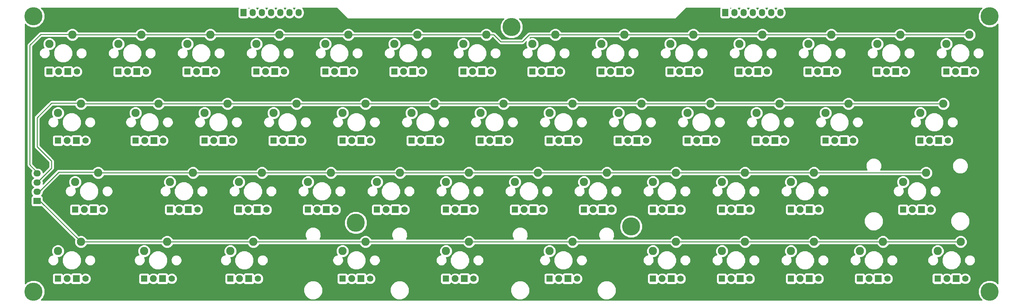
<source format=gtl>
G04 #@! TF.FileFunction,Copper,L1,Top,Signal*
%FSLAX46Y46*%
G04 Gerber Fmt 4.6, Leading zero omitted, Abs format (unit mm)*
G04 Created by KiCad (PCBNEW 4.0.4-stable) date Friday, 11 November 2016 'PMt' 03:40:33 PM*
%MOMM*%
%LPD*%
G01*
G04 APERTURE LIST*
%ADD10C,0.100000*%
%ADD11C,5.000000*%
%ADD12R,1.727200X2.032000*%
%ADD13O,1.727200X2.032000*%
%ADD14R,2.032000X1.727200*%
%ADD15O,2.032000X1.727200*%
%ADD16C,2.286000*%
%ADD17C,1.905000*%
%ADD18R,1.905000X1.905000*%
%ADD19R,1.778000X1.778000*%
%ADD20C,1.778000*%
%ADD21C,0.250000*%
%ADD22C,0.254000*%
G04 APERTURE END LIST*
D10*
D11*
X182000000Y-124000000D03*
X106000000Y-123000000D03*
X17000000Y-142000000D03*
X281000000Y-142000000D03*
X281000000Y-66000000D03*
X149000000Y-69000000D03*
D12*
X75000000Y-65000000D03*
D13*
X77540000Y-65000000D03*
X80080000Y-65000000D03*
X82620000Y-65000000D03*
X85160000Y-65000000D03*
X87700000Y-65000000D03*
X90240000Y-65000000D03*
D12*
X208000000Y-65000000D03*
D13*
X210540000Y-65000000D03*
X213080000Y-65000000D03*
X215620000Y-65000000D03*
X218160000Y-65000000D03*
X220700000Y-65000000D03*
X223240000Y-65000000D03*
D14*
X18000000Y-117000000D03*
D15*
X18000000Y-114460000D03*
X18000000Y-111920000D03*
X18000000Y-109380000D03*
D16*
X27733750Y-71120000D03*
X21383750Y-73660000D03*
D17*
X23923750Y-81280000D03*
D18*
X26463750Y-81280000D03*
D19*
X21383750Y-81280000D03*
D20*
X29003750Y-81280000D03*
D16*
X30115000Y-90170000D03*
X23765000Y-92710000D03*
D17*
X26305000Y-100330000D03*
D18*
X28845000Y-100330000D03*
D19*
X23765000Y-100330000D03*
D20*
X31385000Y-100330000D03*
D16*
X34877500Y-109220000D03*
X28527500Y-111760000D03*
D17*
X31067500Y-119380000D03*
D18*
X33607500Y-119380000D03*
D19*
X28527500Y-119380000D03*
D20*
X36147500Y-119380000D03*
D16*
X30115000Y-128270000D03*
X23765000Y-130810000D03*
D17*
X26305000Y-138430000D03*
D18*
X28845000Y-138430000D03*
D19*
X23765000Y-138430000D03*
D20*
X31385000Y-138430000D03*
D16*
X46783750Y-71120000D03*
X40433750Y-73660000D03*
D17*
X42973750Y-81280000D03*
D18*
X45513750Y-81280000D03*
D19*
X40433750Y-81280000D03*
D20*
X48053750Y-81280000D03*
D16*
X51546250Y-90170000D03*
X45196250Y-92710000D03*
D17*
X47736250Y-100330000D03*
D18*
X50276250Y-100330000D03*
D19*
X45196250Y-100330000D03*
D20*
X52816250Y-100330000D03*
D16*
X61071250Y-109220000D03*
X54721250Y-111760000D03*
D17*
X57261250Y-119380000D03*
D18*
X59801250Y-119380000D03*
D19*
X54721250Y-119380000D03*
D20*
X62341250Y-119380000D03*
D16*
X53927500Y-128270000D03*
X47577500Y-130810000D03*
D17*
X50117500Y-138430000D03*
D18*
X52657500Y-138430000D03*
D19*
X47577500Y-138430000D03*
D20*
X55197500Y-138430000D03*
D16*
X65833750Y-71120000D03*
X59483750Y-73660000D03*
D17*
X62023750Y-81280000D03*
D18*
X64563750Y-81280000D03*
D19*
X59483750Y-81280000D03*
D20*
X67103750Y-81280000D03*
D16*
X70596250Y-90170000D03*
X64246250Y-92710000D03*
D17*
X66786250Y-100330000D03*
D18*
X69326250Y-100330000D03*
D19*
X64246250Y-100330000D03*
D20*
X71866250Y-100330000D03*
D16*
X80121250Y-109220000D03*
X73771250Y-111760000D03*
D17*
X76311250Y-119380000D03*
D18*
X78851250Y-119380000D03*
D19*
X73771250Y-119380000D03*
D20*
X81391250Y-119380000D03*
D16*
X77740000Y-128270000D03*
X71390000Y-130810000D03*
D17*
X73930000Y-138430000D03*
D18*
X76470000Y-138430000D03*
D19*
X71390000Y-138430000D03*
D20*
X79010000Y-138430000D03*
D16*
X84883750Y-71120000D03*
X78533750Y-73660000D03*
D17*
X81073750Y-81280000D03*
D18*
X83613750Y-81280000D03*
D19*
X78533750Y-81280000D03*
D20*
X86153750Y-81280000D03*
D16*
X89646250Y-90170000D03*
X83296250Y-92710000D03*
D17*
X85836250Y-100330000D03*
D18*
X88376250Y-100330000D03*
D19*
X83296250Y-100330000D03*
D20*
X90916250Y-100330000D03*
D16*
X99171250Y-109220000D03*
X92821250Y-111760000D03*
D17*
X95361250Y-119380000D03*
D18*
X97901250Y-119380000D03*
D19*
X92821250Y-119380000D03*
D20*
X100441250Y-119380000D03*
D16*
X103933750Y-71120000D03*
X97583750Y-73660000D03*
D17*
X100123750Y-81280000D03*
D18*
X102663750Y-81280000D03*
D19*
X97583750Y-81280000D03*
D20*
X105203750Y-81280000D03*
D16*
X108696250Y-90170000D03*
X102346250Y-92710000D03*
D17*
X104886250Y-100330000D03*
D18*
X107426250Y-100330000D03*
D19*
X102346250Y-100330000D03*
D20*
X109966250Y-100330000D03*
D16*
X118221250Y-109220000D03*
X111871250Y-111760000D03*
D17*
X114411250Y-119380000D03*
D18*
X116951250Y-119380000D03*
D19*
X111871250Y-119380000D03*
D20*
X119491250Y-119380000D03*
D16*
X108696250Y-128270000D03*
X102346250Y-130810000D03*
D17*
X104886250Y-138430000D03*
D18*
X107426250Y-138430000D03*
D19*
X102346250Y-138430000D03*
D20*
X109966250Y-138430000D03*
D16*
X122983750Y-71120000D03*
X116633750Y-73660000D03*
D17*
X119173750Y-81280000D03*
D18*
X121713750Y-81280000D03*
D19*
X116633750Y-81280000D03*
D20*
X124253750Y-81280000D03*
D16*
X127746250Y-90170000D03*
X121396250Y-92710000D03*
D17*
X123936250Y-100330000D03*
D18*
X126476250Y-100330000D03*
D19*
X121396250Y-100330000D03*
D20*
X129016250Y-100330000D03*
D16*
X137271250Y-109220000D03*
X130921250Y-111760000D03*
D17*
X133461250Y-119380000D03*
D18*
X136001250Y-119380000D03*
D19*
X130921250Y-119380000D03*
D20*
X138541250Y-119380000D03*
D16*
X137271250Y-128270000D03*
X130921250Y-130810000D03*
D17*
X133461250Y-138430000D03*
D18*
X136001250Y-138430000D03*
D19*
X130921250Y-138430000D03*
D20*
X138541250Y-138430000D03*
D16*
X142033750Y-71120000D03*
X135683750Y-73660000D03*
D17*
X138223750Y-81280000D03*
D18*
X140763750Y-81280000D03*
D19*
X135683750Y-81280000D03*
D20*
X143303750Y-81280000D03*
D16*
X146796250Y-90170000D03*
X140446250Y-92710000D03*
D17*
X142986250Y-100330000D03*
D18*
X145526250Y-100330000D03*
D19*
X140446250Y-100330000D03*
D20*
X148066250Y-100330000D03*
D16*
X156321250Y-109220000D03*
X149971250Y-111760000D03*
D17*
X152511250Y-119380000D03*
D18*
X155051250Y-119380000D03*
D19*
X149971250Y-119380000D03*
D20*
X157591250Y-119380000D03*
D16*
X165846250Y-128270000D03*
X159496250Y-130810000D03*
D17*
X162036250Y-138430000D03*
D18*
X164576250Y-138430000D03*
D19*
X159496250Y-138430000D03*
D20*
X167116250Y-138430000D03*
D16*
X161083750Y-71120000D03*
X154733750Y-73660000D03*
D17*
X157273750Y-81280000D03*
D18*
X159813750Y-81280000D03*
D19*
X154733750Y-81280000D03*
D20*
X162353750Y-81280000D03*
D16*
X165846250Y-90170000D03*
X159496250Y-92710000D03*
D17*
X162036250Y-100330000D03*
D18*
X164576250Y-100330000D03*
D19*
X159496250Y-100330000D03*
D20*
X167116250Y-100330000D03*
D16*
X175371250Y-109220000D03*
X169021250Y-111760000D03*
D17*
X171561250Y-119380000D03*
D18*
X174101250Y-119380000D03*
D19*
X169021250Y-119380000D03*
D20*
X176641250Y-119380000D03*
D16*
X180133750Y-71120000D03*
X173783750Y-73660000D03*
D17*
X176323750Y-81280000D03*
D18*
X178863750Y-81280000D03*
D19*
X173783750Y-81280000D03*
D20*
X181403750Y-81280000D03*
D16*
X184896250Y-90170000D03*
X178546250Y-92710000D03*
D17*
X181086250Y-100330000D03*
D18*
X183626250Y-100330000D03*
D19*
X178546250Y-100330000D03*
D20*
X186166250Y-100330000D03*
D16*
X194421250Y-109220000D03*
X188071250Y-111760000D03*
D17*
X190611250Y-119380000D03*
D18*
X193151250Y-119380000D03*
D19*
X188071250Y-119380000D03*
D20*
X195691250Y-119380000D03*
D16*
X194421250Y-128270000D03*
X188071250Y-130810000D03*
D17*
X190611250Y-138430000D03*
D18*
X193151250Y-138430000D03*
D19*
X188071250Y-138430000D03*
D20*
X195691250Y-138430000D03*
D16*
X199183750Y-71120000D03*
X192833750Y-73660000D03*
D17*
X195373750Y-81280000D03*
D18*
X197913750Y-81280000D03*
D19*
X192833750Y-81280000D03*
D20*
X200453750Y-81280000D03*
D16*
X203946250Y-90170000D03*
X197596250Y-92710000D03*
D17*
X200136250Y-100330000D03*
D18*
X202676250Y-100330000D03*
D19*
X197596250Y-100330000D03*
D20*
X205216250Y-100330000D03*
D16*
X213471250Y-109220000D03*
X207121250Y-111760000D03*
D17*
X209661250Y-119380000D03*
D18*
X212201250Y-119380000D03*
D19*
X207121250Y-119380000D03*
D20*
X214741250Y-119380000D03*
D16*
X213471250Y-128270000D03*
X207121250Y-130810000D03*
D17*
X209661250Y-138430000D03*
D18*
X212201250Y-138430000D03*
D19*
X207121250Y-138430000D03*
D20*
X214741250Y-138430000D03*
D16*
X218233750Y-71120000D03*
X211883750Y-73660000D03*
D17*
X214423750Y-81280000D03*
D18*
X216963750Y-81280000D03*
D19*
X211883750Y-81280000D03*
D20*
X219503750Y-81280000D03*
D16*
X222996250Y-90170000D03*
X216646250Y-92710000D03*
D17*
X219186250Y-100330000D03*
D18*
X221726250Y-100330000D03*
D19*
X216646250Y-100330000D03*
D20*
X224266250Y-100330000D03*
D16*
X232521250Y-109220000D03*
X226171250Y-111760000D03*
D17*
X228711250Y-119380000D03*
D18*
X231251250Y-119380000D03*
D19*
X226171250Y-119380000D03*
D20*
X233791250Y-119380000D03*
D16*
X232521250Y-128270000D03*
X226171250Y-130810000D03*
D17*
X228711250Y-138430000D03*
D18*
X231251250Y-138430000D03*
D19*
X226171250Y-138430000D03*
D20*
X233791250Y-138430000D03*
D16*
X237283750Y-71120000D03*
X230933750Y-73660000D03*
D17*
X233473750Y-81280000D03*
D18*
X236013750Y-81280000D03*
D19*
X230933750Y-81280000D03*
D20*
X238553750Y-81280000D03*
D16*
X242046250Y-90170000D03*
X235696250Y-92710000D03*
D17*
X238236250Y-100330000D03*
D18*
X240776250Y-100330000D03*
D19*
X235696250Y-100330000D03*
D20*
X243316250Y-100330000D03*
D16*
X251571250Y-128270000D03*
X245221250Y-130810000D03*
D17*
X247761250Y-138430000D03*
D18*
X250301250Y-138430000D03*
D19*
X245221250Y-138430000D03*
D20*
X252841250Y-138430000D03*
D16*
X256333750Y-71120000D03*
X249983750Y-73660000D03*
D17*
X252523750Y-81280000D03*
D18*
X255063750Y-81280000D03*
D19*
X249983750Y-81280000D03*
D20*
X257603750Y-81280000D03*
D16*
X268240000Y-90170000D03*
X261890000Y-92710000D03*
D17*
X264430000Y-100330000D03*
D18*
X266970000Y-100330000D03*
D19*
X261890000Y-100330000D03*
D20*
X269510000Y-100330000D03*
D16*
X263477500Y-109220000D03*
X257127500Y-111760000D03*
D17*
X259667500Y-119380000D03*
D18*
X262207500Y-119380000D03*
D19*
X257127500Y-119380000D03*
D20*
X264747500Y-119380000D03*
D16*
X273002500Y-128270000D03*
X266652500Y-130810000D03*
D17*
X269192500Y-138430000D03*
D18*
X271732500Y-138430000D03*
D19*
X266652500Y-138430000D03*
D20*
X274272500Y-138430000D03*
D16*
X275383750Y-71120000D03*
X269033750Y-73660000D03*
D17*
X271573750Y-81280000D03*
D18*
X274113750Y-81280000D03*
D19*
X269033750Y-81280000D03*
D20*
X276653750Y-81280000D03*
D11*
X17000000Y-66000000D03*
D21*
X53927500Y-128270000D02*
X30115000Y-128270000D01*
X18050000Y-116681250D02*
X18526250Y-116681250D01*
X18526250Y-116681250D02*
X30115000Y-128270000D01*
X30115000Y-128270000D02*
X77740000Y-128270000D01*
X77740000Y-128270000D02*
X108696250Y-128270000D01*
X108696250Y-128270000D02*
X137271250Y-128270000D01*
X137271250Y-128270000D02*
X165846250Y-128270000D01*
X165846250Y-128270000D02*
X194421250Y-128270000D01*
X194421250Y-128270000D02*
X213471250Y-128270000D01*
X213471250Y-128270000D02*
X232521250Y-128270000D01*
X232521250Y-128270000D02*
X251571250Y-128270000D01*
X251571250Y-128270000D02*
X273002500Y-128270000D01*
X263477500Y-109220000D02*
X232521250Y-109220000D01*
X232521250Y-109220000D02*
X213471250Y-109220000D01*
X213471250Y-109220000D02*
X194421250Y-109220000D01*
X194421250Y-109220000D02*
X175371250Y-109220000D01*
X175371250Y-109220000D02*
X156321250Y-109220000D01*
X156321250Y-109220000D02*
X137271250Y-109220000D01*
X137271250Y-109220000D02*
X118221250Y-109220000D01*
X118221250Y-109220000D02*
X99171250Y-109220000D01*
X99171250Y-109220000D02*
X80121250Y-109220000D01*
X80121250Y-109220000D02*
X61071250Y-109220000D01*
X61071250Y-109220000D02*
X34877500Y-109220000D01*
X34877500Y-109220000D02*
X34657500Y-109000000D01*
X34657500Y-109000000D02*
X24000000Y-109000000D01*
X24000000Y-109000000D02*
X18858750Y-114141250D01*
X18858750Y-114141250D02*
X18050000Y-114141250D01*
X51546250Y-90170000D02*
X30115000Y-90170000D01*
X30115000Y-90170000D02*
X29945000Y-90000000D01*
X29945000Y-90000000D02*
X22000000Y-90000000D01*
X22000000Y-90000000D02*
X18000000Y-94000000D01*
X18000000Y-94000000D02*
X18000000Y-102000000D01*
X18000000Y-102000000D02*
X22000000Y-106000000D01*
X22000000Y-106000000D02*
X22000000Y-107920000D01*
X22000000Y-107920000D02*
X18000000Y-111920000D01*
X51546250Y-90170000D02*
X70596250Y-90170000D01*
X70596250Y-90170000D02*
X89646250Y-90170000D01*
X89646250Y-90170000D02*
X108696250Y-90170000D01*
X108696250Y-90170000D02*
X127746250Y-90170000D01*
X127746250Y-90170000D02*
X146796250Y-90170000D01*
X146796250Y-90170000D02*
X165846250Y-90170000D01*
X165846250Y-90170000D02*
X184896250Y-90170000D01*
X184896250Y-90170000D02*
X203946250Y-90170000D01*
X203946250Y-90170000D02*
X222996250Y-90170000D01*
X222996250Y-90170000D02*
X242046250Y-90170000D01*
X242046250Y-90170000D02*
X268240000Y-90170000D01*
X161083750Y-71120000D02*
X153880000Y-71120000D01*
X144120000Y-71120000D02*
X142033750Y-71120000D01*
X146000000Y-73000000D02*
X144120000Y-71120000D01*
X152000000Y-73000000D02*
X146000000Y-73000000D01*
X153880000Y-71120000D02*
X152000000Y-73000000D01*
X275383750Y-71120000D02*
X256333750Y-71120000D01*
X256333750Y-71120000D02*
X237283750Y-71120000D01*
X237283750Y-71120000D02*
X218233750Y-71120000D01*
X218233750Y-71120000D02*
X199183750Y-71120000D01*
X199183750Y-71120000D02*
X180133750Y-71120000D01*
X180133750Y-71120000D02*
X161083750Y-71120000D01*
X142033750Y-71120000D02*
X122983750Y-71120000D01*
X122983750Y-71120000D02*
X103933750Y-71120000D01*
X103933750Y-71120000D02*
X84883750Y-71120000D01*
X84883750Y-71120000D02*
X65833750Y-71120000D01*
X65833750Y-71120000D02*
X46783750Y-71120000D01*
X46783750Y-71120000D02*
X27733750Y-71120000D01*
X27733750Y-71120000D02*
X27613750Y-71000000D01*
X27613750Y-71000000D02*
X19000000Y-71000000D01*
X19000000Y-71000000D02*
X16000000Y-74000000D01*
X16000000Y-74000000D02*
X16000000Y-107011250D01*
X16000000Y-107011250D02*
X18050000Y-109061250D01*
D22*
G36*
X73539969Y-63732110D02*
X73488960Y-63984000D01*
X73488960Y-66016000D01*
X73533238Y-66251317D01*
X73672310Y-66467441D01*
X73884510Y-66612431D01*
X74136400Y-66663440D01*
X75863600Y-66663440D01*
X76098917Y-66619162D01*
X76315041Y-66480090D01*
X76460031Y-66267890D01*
X76468400Y-66226561D01*
X76480330Y-66244415D01*
X76966511Y-66569271D01*
X77540000Y-66683345D01*
X78113489Y-66569271D01*
X78599670Y-66244415D01*
X78810000Y-65929634D01*
X79020330Y-66244415D01*
X79506511Y-66569271D01*
X80080000Y-66683345D01*
X80653489Y-66569271D01*
X81139670Y-66244415D01*
X81350000Y-65929634D01*
X81560330Y-66244415D01*
X82046511Y-66569271D01*
X82620000Y-66683345D01*
X83193489Y-66569271D01*
X83679670Y-66244415D01*
X83890000Y-65929634D01*
X84100330Y-66244415D01*
X84586511Y-66569271D01*
X85160000Y-66683345D01*
X85733489Y-66569271D01*
X86219670Y-66244415D01*
X86430000Y-65929634D01*
X86640330Y-66244415D01*
X87126511Y-66569271D01*
X87700000Y-66683345D01*
X88273489Y-66569271D01*
X88759670Y-66244415D01*
X88970000Y-65929634D01*
X89180330Y-66244415D01*
X89666511Y-66569271D01*
X90240000Y-66683345D01*
X90813489Y-66569271D01*
X91299670Y-66244415D01*
X91624526Y-65758234D01*
X91738600Y-65184745D01*
X91738600Y-64815255D01*
X91624526Y-64241766D01*
X91299670Y-63755585D01*
X91231447Y-63710000D01*
X100705908Y-63710000D01*
X103497954Y-66502046D01*
X103728295Y-66655954D01*
X104000000Y-66710000D01*
X146856567Y-66710000D01*
X146343826Y-67221847D01*
X146342689Y-67224586D01*
X146341436Y-67225421D01*
X146103795Y-67799907D01*
X145865546Y-68373674D01*
X145865544Y-68375866D01*
X145864706Y-68377892D01*
X145865000Y-68999488D01*
X145864457Y-69620854D01*
X145865294Y-69622880D01*
X145865295Y-69625072D01*
X146232209Y-70510881D01*
X146340727Y-70773515D01*
X146341186Y-70773974D01*
X146341436Y-70774579D01*
X146342491Y-70775282D01*
X147221847Y-71656174D01*
X147224586Y-71657311D01*
X147225421Y-71658564D01*
X147799907Y-71896205D01*
X148373674Y-72134454D01*
X148375866Y-72134456D01*
X148377892Y-72135294D01*
X148999488Y-72135000D01*
X149620854Y-72135543D01*
X149622880Y-72134706D01*
X149625072Y-72134705D01*
X150510881Y-71767791D01*
X150773515Y-71659273D01*
X150773974Y-71658814D01*
X150774579Y-71658564D01*
X150775282Y-71657509D01*
X151656174Y-70778153D01*
X151657311Y-70775414D01*
X151658564Y-70774579D01*
X151896205Y-70200093D01*
X152134454Y-69626326D01*
X152134456Y-69624134D01*
X152135294Y-69622108D01*
X152135000Y-69000512D01*
X152135543Y-68379146D01*
X152134706Y-68377120D01*
X152134705Y-68374928D01*
X151767791Y-67489119D01*
X151659273Y-67226485D01*
X151658814Y-67226026D01*
X151658564Y-67225421D01*
X151657509Y-67224718D01*
X151143689Y-66710000D01*
X194000000Y-66710000D01*
X194271705Y-66655954D01*
X194502046Y-66502046D01*
X197294092Y-63710000D01*
X206555076Y-63710000D01*
X206539969Y-63732110D01*
X206488960Y-63984000D01*
X206488960Y-66016000D01*
X206533238Y-66251317D01*
X206672310Y-66467441D01*
X206884510Y-66612431D01*
X207136400Y-66663440D01*
X208863600Y-66663440D01*
X209098917Y-66619162D01*
X209315041Y-66480090D01*
X209460031Y-66267890D01*
X209468400Y-66226561D01*
X209480330Y-66244415D01*
X209966511Y-66569271D01*
X210540000Y-66683345D01*
X211113489Y-66569271D01*
X211599670Y-66244415D01*
X211810000Y-65929634D01*
X212020330Y-66244415D01*
X212506511Y-66569271D01*
X213080000Y-66683345D01*
X213653489Y-66569271D01*
X214139670Y-66244415D01*
X214350000Y-65929634D01*
X214560330Y-66244415D01*
X215046511Y-66569271D01*
X215620000Y-66683345D01*
X216193489Y-66569271D01*
X216679670Y-66244415D01*
X216890000Y-65929634D01*
X217100330Y-66244415D01*
X217586511Y-66569271D01*
X218160000Y-66683345D01*
X218733489Y-66569271D01*
X219219670Y-66244415D01*
X219430000Y-65929634D01*
X219640330Y-66244415D01*
X220126511Y-66569271D01*
X220700000Y-66683345D01*
X221273489Y-66569271D01*
X221759670Y-66244415D01*
X221970000Y-65929634D01*
X222180330Y-66244415D01*
X222666511Y-66569271D01*
X223240000Y-66683345D01*
X223813489Y-66569271D01*
X224299670Y-66244415D01*
X224624526Y-65758234D01*
X224738600Y-65184745D01*
X224738600Y-64815255D01*
X224624526Y-64241766D01*
X224299670Y-63755585D01*
X224231447Y-63710000D01*
X278856567Y-63710000D01*
X278343826Y-64221847D01*
X278342689Y-64224586D01*
X278341436Y-64225421D01*
X278103795Y-64799907D01*
X277865546Y-65373674D01*
X277865544Y-65375866D01*
X277864706Y-65377892D01*
X277865000Y-65999488D01*
X277864457Y-66620854D01*
X277865294Y-66622880D01*
X277865295Y-66625072D01*
X278232209Y-67510881D01*
X278340727Y-67773515D01*
X278341186Y-67773974D01*
X278341436Y-67774579D01*
X278342491Y-67775282D01*
X279221847Y-68656174D01*
X279224586Y-68657311D01*
X279225421Y-68658564D01*
X279799907Y-68896205D01*
X280373674Y-69134454D01*
X280375866Y-69134456D01*
X280377892Y-69135294D01*
X280999488Y-69135000D01*
X281620854Y-69135543D01*
X281622880Y-69134706D01*
X281625072Y-69134705D01*
X282510881Y-68767791D01*
X282773515Y-68659273D01*
X282773974Y-68658814D01*
X282774579Y-68658564D01*
X282775282Y-68657509D01*
X283290000Y-68143689D01*
X283290000Y-139856567D01*
X282778153Y-139343826D01*
X282775414Y-139342689D01*
X282774579Y-139341436D01*
X282200093Y-139103795D01*
X281626326Y-138865546D01*
X281624134Y-138865544D01*
X281622108Y-138864706D01*
X281000512Y-138865000D01*
X280379146Y-138864457D01*
X280377120Y-138865294D01*
X280374928Y-138865295D01*
X279489119Y-139232209D01*
X279226485Y-139340727D01*
X279226026Y-139341186D01*
X279225421Y-139341436D01*
X279224718Y-139342491D01*
X278343826Y-140221847D01*
X278342689Y-140224586D01*
X278341436Y-140225421D01*
X278103795Y-140799907D01*
X277865546Y-141373674D01*
X277865544Y-141375866D01*
X277864706Y-141377892D01*
X277865000Y-141999488D01*
X277864457Y-142620854D01*
X277865294Y-142622880D01*
X277865295Y-142625072D01*
X278232209Y-143510881D01*
X278340727Y-143773515D01*
X278341186Y-143773974D01*
X278341436Y-143774579D01*
X278342491Y-143775282D01*
X278856311Y-144290000D01*
X19143433Y-144290000D01*
X19656174Y-143778153D01*
X19657311Y-143775414D01*
X19658564Y-143774579D01*
X19896205Y-143200093D01*
X20134454Y-142626326D01*
X20134456Y-142624134D01*
X20135294Y-142622108D01*
X20135000Y-142000512D01*
X20135543Y-141379146D01*
X20134706Y-141377120D01*
X20134705Y-141374928D01*
X20022262Y-141103465D01*
X91585186Y-141103465D01*
X91589341Y-141614631D01*
X91588895Y-142125626D01*
X91593587Y-142136982D01*
X91593687Y-142149272D01*
X91977545Y-143075987D01*
X91982889Y-143079164D01*
X91988278Y-143092207D01*
X92727154Y-143832373D01*
X92743330Y-143839090D01*
X92747263Y-143845705D01*
X93221109Y-144037481D01*
X93693035Y-144233442D01*
X93705321Y-144233453D01*
X93716715Y-144238064D01*
X94227881Y-144233909D01*
X94738876Y-144234355D01*
X94750232Y-144229663D01*
X94762522Y-144229563D01*
X95689237Y-143845705D01*
X95692414Y-143840361D01*
X95705457Y-143834972D01*
X96445623Y-143096096D01*
X96452340Y-143079920D01*
X96458955Y-143075987D01*
X96650731Y-142602141D01*
X96846692Y-142130215D01*
X96846703Y-142117929D01*
X96851314Y-142106535D01*
X96847159Y-141595369D01*
X96847588Y-141103465D01*
X115461186Y-141103465D01*
X115465341Y-141614631D01*
X115464895Y-142125626D01*
X115469587Y-142136982D01*
X115469687Y-142149272D01*
X115853545Y-143075987D01*
X115858889Y-143079164D01*
X115864278Y-143092207D01*
X116603154Y-143832373D01*
X116619330Y-143839090D01*
X116623263Y-143845705D01*
X117097109Y-144037481D01*
X117569035Y-144233442D01*
X117581321Y-144233453D01*
X117592715Y-144238064D01*
X118103881Y-144233909D01*
X118614876Y-144234355D01*
X118626232Y-144229663D01*
X118638522Y-144229563D01*
X119565237Y-143845705D01*
X119568414Y-143840361D01*
X119581457Y-143834972D01*
X120321623Y-143096096D01*
X120328340Y-143079920D01*
X120334955Y-143075987D01*
X120526731Y-142602141D01*
X120722692Y-142130215D01*
X120722703Y-142117929D01*
X120727314Y-142106535D01*
X120723159Y-141595369D01*
X120723588Y-141103465D01*
X148735186Y-141103465D01*
X148739341Y-141614631D01*
X148738895Y-142125626D01*
X148743587Y-142136982D01*
X148743687Y-142149272D01*
X149127545Y-143075987D01*
X149132889Y-143079164D01*
X149138278Y-143092207D01*
X149877154Y-143832373D01*
X149893330Y-143839090D01*
X149897263Y-143845705D01*
X150371109Y-144037481D01*
X150843035Y-144233442D01*
X150855321Y-144233453D01*
X150866715Y-144238064D01*
X151377881Y-144233909D01*
X151888876Y-144234355D01*
X151900232Y-144229663D01*
X151912522Y-144229563D01*
X152839237Y-143845705D01*
X152842414Y-143840361D01*
X152855457Y-143834972D01*
X153595623Y-143096096D01*
X153602340Y-143079920D01*
X153608955Y-143075987D01*
X153800731Y-142602141D01*
X153996692Y-142130215D01*
X153996703Y-142117929D01*
X154001314Y-142106535D01*
X153997159Y-141595369D01*
X153997588Y-141103465D01*
X172611186Y-141103465D01*
X172615341Y-141614631D01*
X172614895Y-142125626D01*
X172619587Y-142136982D01*
X172619687Y-142149272D01*
X173003545Y-143075987D01*
X173008889Y-143079164D01*
X173014278Y-143092207D01*
X173753154Y-143832373D01*
X173769330Y-143839090D01*
X173773263Y-143845705D01*
X174247109Y-144037481D01*
X174719035Y-144233442D01*
X174731321Y-144233453D01*
X174742715Y-144238064D01*
X175253881Y-144233909D01*
X175764876Y-144234355D01*
X175776232Y-144229663D01*
X175788522Y-144229563D01*
X176715237Y-143845705D01*
X176718414Y-143840361D01*
X176731457Y-143834972D01*
X177471623Y-143096096D01*
X177478340Y-143079920D01*
X177484955Y-143075987D01*
X177676731Y-142602141D01*
X177872692Y-142130215D01*
X177872703Y-142117929D01*
X177877314Y-142106535D01*
X177873159Y-141595369D01*
X177873605Y-141084374D01*
X177868913Y-141073018D01*
X177868813Y-141060728D01*
X177484955Y-140134013D01*
X177479611Y-140130836D01*
X177474222Y-140117793D01*
X176735346Y-139377627D01*
X176719170Y-139370910D01*
X176715237Y-139364295D01*
X176241391Y-139172519D01*
X175769465Y-138976558D01*
X175757179Y-138976547D01*
X175745785Y-138971936D01*
X175234619Y-138976091D01*
X174723624Y-138975645D01*
X174712268Y-138980337D01*
X174699978Y-138980437D01*
X173773263Y-139364295D01*
X173770086Y-139369639D01*
X173757043Y-139375028D01*
X173016877Y-140113904D01*
X173010160Y-140130080D01*
X173003545Y-140134013D01*
X172811769Y-140607859D01*
X172615808Y-141079785D01*
X172615797Y-141092071D01*
X172611186Y-141103465D01*
X153997588Y-141103465D01*
X153997605Y-141084374D01*
X153992913Y-141073018D01*
X153992813Y-141060728D01*
X153608955Y-140134013D01*
X153603611Y-140130836D01*
X153598222Y-140117793D01*
X152859346Y-139377627D01*
X152843170Y-139370910D01*
X152839237Y-139364295D01*
X152365391Y-139172519D01*
X151893465Y-138976558D01*
X151881179Y-138976547D01*
X151869785Y-138971936D01*
X151358619Y-138976091D01*
X150847624Y-138975645D01*
X150836268Y-138980337D01*
X150823978Y-138980437D01*
X149897263Y-139364295D01*
X149894086Y-139369639D01*
X149881043Y-139375028D01*
X149140877Y-140113904D01*
X149134160Y-140130080D01*
X149127545Y-140134013D01*
X148935769Y-140607859D01*
X148739808Y-141079785D01*
X148739797Y-141092071D01*
X148735186Y-141103465D01*
X120723588Y-141103465D01*
X120723605Y-141084374D01*
X120718913Y-141073018D01*
X120718813Y-141060728D01*
X120334955Y-140134013D01*
X120329611Y-140130836D01*
X120324222Y-140117793D01*
X119585346Y-139377627D01*
X119569170Y-139370910D01*
X119565237Y-139364295D01*
X119091391Y-139172519D01*
X118619465Y-138976558D01*
X118607179Y-138976547D01*
X118595785Y-138971936D01*
X118084619Y-138976091D01*
X117573624Y-138975645D01*
X117562268Y-138980337D01*
X117549978Y-138980437D01*
X116623263Y-139364295D01*
X116620086Y-139369639D01*
X116607043Y-139375028D01*
X115866877Y-140113904D01*
X115860160Y-140130080D01*
X115853545Y-140134013D01*
X115661769Y-140607859D01*
X115465808Y-141079785D01*
X115465797Y-141092071D01*
X115461186Y-141103465D01*
X96847588Y-141103465D01*
X96847605Y-141084374D01*
X96842913Y-141073018D01*
X96842813Y-141060728D01*
X96458955Y-140134013D01*
X96453611Y-140130836D01*
X96448222Y-140117793D01*
X95709346Y-139377627D01*
X95693170Y-139370910D01*
X95689237Y-139364295D01*
X95215391Y-139172519D01*
X94743465Y-138976558D01*
X94731179Y-138976547D01*
X94719785Y-138971936D01*
X94208619Y-138976091D01*
X93697624Y-138975645D01*
X93686268Y-138980337D01*
X93673978Y-138980437D01*
X92747263Y-139364295D01*
X92744086Y-139369639D01*
X92731043Y-139375028D01*
X91990877Y-140113904D01*
X91984160Y-140130080D01*
X91977545Y-140134013D01*
X91785769Y-140607859D01*
X91589808Y-141079785D01*
X91589797Y-141092071D01*
X91585186Y-141103465D01*
X20022262Y-141103465D01*
X19767791Y-140489119D01*
X19659273Y-140226485D01*
X19658814Y-140226026D01*
X19658564Y-140225421D01*
X19657509Y-140224718D01*
X18778153Y-139343826D01*
X18775414Y-139342689D01*
X18774579Y-139341436D01*
X18200093Y-139103795D01*
X17626326Y-138865546D01*
X17624134Y-138865544D01*
X17622108Y-138864706D01*
X17000512Y-138865000D01*
X16379146Y-138864457D01*
X16377120Y-138865294D01*
X16374928Y-138865295D01*
X15489119Y-139232209D01*
X15226485Y-139340727D01*
X15226026Y-139341186D01*
X15225421Y-139341436D01*
X15224718Y-139342491D01*
X14710000Y-139856311D01*
X14710000Y-137541000D01*
X22228560Y-137541000D01*
X22228560Y-139319000D01*
X22272838Y-139554317D01*
X22411910Y-139770441D01*
X22624110Y-139915431D01*
X22876000Y-139966440D01*
X24654000Y-139966440D01*
X24889317Y-139922162D01*
X25105441Y-139783090D01*
X25230261Y-139600410D01*
X25404579Y-139775032D01*
X25987841Y-140017224D01*
X26619388Y-140017775D01*
X27203072Y-139776602D01*
X27317810Y-139662064D01*
X27428410Y-139833941D01*
X27640610Y-139978931D01*
X27892500Y-140029940D01*
X29797500Y-140029940D01*
X30032817Y-139985662D01*
X30248941Y-139846590D01*
X30393931Y-139634390D01*
X30400673Y-139601098D01*
X30520596Y-139721231D01*
X31080528Y-139953735D01*
X31686812Y-139954264D01*
X32247149Y-139722738D01*
X32676231Y-139294404D01*
X32908735Y-138734472D01*
X32909264Y-138128188D01*
X32677738Y-137567851D01*
X32650934Y-137541000D01*
X46041060Y-137541000D01*
X46041060Y-139319000D01*
X46085338Y-139554317D01*
X46224410Y-139770441D01*
X46436610Y-139915431D01*
X46688500Y-139966440D01*
X48466500Y-139966440D01*
X48701817Y-139922162D01*
X48917941Y-139783090D01*
X49042761Y-139600410D01*
X49217079Y-139775032D01*
X49800341Y-140017224D01*
X50431888Y-140017775D01*
X51015572Y-139776602D01*
X51130310Y-139662064D01*
X51240910Y-139833941D01*
X51453110Y-139978931D01*
X51705000Y-140029940D01*
X53610000Y-140029940D01*
X53845317Y-139985662D01*
X54061441Y-139846590D01*
X54206431Y-139634390D01*
X54213173Y-139601098D01*
X54333096Y-139721231D01*
X54893028Y-139953735D01*
X55499312Y-139954264D01*
X56059649Y-139722738D01*
X56488731Y-139294404D01*
X56721235Y-138734472D01*
X56721764Y-138128188D01*
X56490238Y-137567851D01*
X56463434Y-137541000D01*
X69853560Y-137541000D01*
X69853560Y-139319000D01*
X69897838Y-139554317D01*
X70036910Y-139770441D01*
X70249110Y-139915431D01*
X70501000Y-139966440D01*
X72279000Y-139966440D01*
X72514317Y-139922162D01*
X72730441Y-139783090D01*
X72855261Y-139600410D01*
X73029579Y-139775032D01*
X73612841Y-140017224D01*
X74244388Y-140017775D01*
X74828072Y-139776602D01*
X74942810Y-139662064D01*
X75053410Y-139833941D01*
X75265610Y-139978931D01*
X75517500Y-140029940D01*
X77422500Y-140029940D01*
X77657817Y-139985662D01*
X77873941Y-139846590D01*
X78018931Y-139634390D01*
X78025673Y-139601098D01*
X78145596Y-139721231D01*
X78705528Y-139953735D01*
X79311812Y-139954264D01*
X79872149Y-139722738D01*
X80301231Y-139294404D01*
X80533735Y-138734472D01*
X80534264Y-138128188D01*
X80302738Y-137567851D01*
X80275934Y-137541000D01*
X100809810Y-137541000D01*
X100809810Y-139319000D01*
X100854088Y-139554317D01*
X100993160Y-139770441D01*
X101205360Y-139915431D01*
X101457250Y-139966440D01*
X103235250Y-139966440D01*
X103470567Y-139922162D01*
X103686691Y-139783090D01*
X103811511Y-139600410D01*
X103985829Y-139775032D01*
X104569091Y-140017224D01*
X105200638Y-140017775D01*
X105784322Y-139776602D01*
X105899060Y-139662064D01*
X106009660Y-139833941D01*
X106221860Y-139978931D01*
X106473750Y-140029940D01*
X108378750Y-140029940D01*
X108614067Y-139985662D01*
X108830191Y-139846590D01*
X108975181Y-139634390D01*
X108981923Y-139601098D01*
X109101846Y-139721231D01*
X109661778Y-139953735D01*
X110268062Y-139954264D01*
X110828399Y-139722738D01*
X111257481Y-139294404D01*
X111489985Y-138734472D01*
X111490514Y-138128188D01*
X111258988Y-137567851D01*
X111232184Y-137541000D01*
X129384810Y-137541000D01*
X129384810Y-139319000D01*
X129429088Y-139554317D01*
X129568160Y-139770441D01*
X129780360Y-139915431D01*
X130032250Y-139966440D01*
X131810250Y-139966440D01*
X132045567Y-139922162D01*
X132261691Y-139783090D01*
X132386511Y-139600410D01*
X132560829Y-139775032D01*
X133144091Y-140017224D01*
X133775638Y-140017775D01*
X134359322Y-139776602D01*
X134474060Y-139662064D01*
X134584660Y-139833941D01*
X134796860Y-139978931D01*
X135048750Y-140029940D01*
X136953750Y-140029940D01*
X137189067Y-139985662D01*
X137405191Y-139846590D01*
X137550181Y-139634390D01*
X137556923Y-139601098D01*
X137676846Y-139721231D01*
X138236778Y-139953735D01*
X138843062Y-139954264D01*
X139403399Y-139722738D01*
X139832481Y-139294404D01*
X140064985Y-138734472D01*
X140065514Y-138128188D01*
X139833988Y-137567851D01*
X139807184Y-137541000D01*
X157959810Y-137541000D01*
X157959810Y-139319000D01*
X158004088Y-139554317D01*
X158143160Y-139770441D01*
X158355360Y-139915431D01*
X158607250Y-139966440D01*
X160385250Y-139966440D01*
X160620567Y-139922162D01*
X160836691Y-139783090D01*
X160961511Y-139600410D01*
X161135829Y-139775032D01*
X161719091Y-140017224D01*
X162350638Y-140017775D01*
X162934322Y-139776602D01*
X163049060Y-139662064D01*
X163159660Y-139833941D01*
X163371860Y-139978931D01*
X163623750Y-140029940D01*
X165528750Y-140029940D01*
X165764067Y-139985662D01*
X165980191Y-139846590D01*
X166125181Y-139634390D01*
X166131923Y-139601098D01*
X166251846Y-139721231D01*
X166811778Y-139953735D01*
X167418062Y-139954264D01*
X167978399Y-139722738D01*
X168407481Y-139294404D01*
X168639985Y-138734472D01*
X168640514Y-138128188D01*
X168408988Y-137567851D01*
X168382184Y-137541000D01*
X186534810Y-137541000D01*
X186534810Y-139319000D01*
X186579088Y-139554317D01*
X186718160Y-139770441D01*
X186930360Y-139915431D01*
X187182250Y-139966440D01*
X188960250Y-139966440D01*
X189195567Y-139922162D01*
X189411691Y-139783090D01*
X189536511Y-139600410D01*
X189710829Y-139775032D01*
X190294091Y-140017224D01*
X190925638Y-140017775D01*
X191509322Y-139776602D01*
X191624060Y-139662064D01*
X191734660Y-139833941D01*
X191946860Y-139978931D01*
X192198750Y-140029940D01*
X194103750Y-140029940D01*
X194339067Y-139985662D01*
X194555191Y-139846590D01*
X194700181Y-139634390D01*
X194706923Y-139601098D01*
X194826846Y-139721231D01*
X195386778Y-139953735D01*
X195993062Y-139954264D01*
X196553399Y-139722738D01*
X196982481Y-139294404D01*
X197214985Y-138734472D01*
X197215514Y-138128188D01*
X196983988Y-137567851D01*
X196957184Y-137541000D01*
X205584810Y-137541000D01*
X205584810Y-139319000D01*
X205629088Y-139554317D01*
X205768160Y-139770441D01*
X205980360Y-139915431D01*
X206232250Y-139966440D01*
X208010250Y-139966440D01*
X208245567Y-139922162D01*
X208461691Y-139783090D01*
X208586511Y-139600410D01*
X208760829Y-139775032D01*
X209344091Y-140017224D01*
X209975638Y-140017775D01*
X210559322Y-139776602D01*
X210674060Y-139662064D01*
X210784660Y-139833941D01*
X210996860Y-139978931D01*
X211248750Y-140029940D01*
X213153750Y-140029940D01*
X213389067Y-139985662D01*
X213605191Y-139846590D01*
X213750181Y-139634390D01*
X213756923Y-139601098D01*
X213876846Y-139721231D01*
X214436778Y-139953735D01*
X215043062Y-139954264D01*
X215603399Y-139722738D01*
X216032481Y-139294404D01*
X216264985Y-138734472D01*
X216265514Y-138128188D01*
X216033988Y-137567851D01*
X216007184Y-137541000D01*
X224634810Y-137541000D01*
X224634810Y-139319000D01*
X224679088Y-139554317D01*
X224818160Y-139770441D01*
X225030360Y-139915431D01*
X225282250Y-139966440D01*
X227060250Y-139966440D01*
X227295567Y-139922162D01*
X227511691Y-139783090D01*
X227636511Y-139600410D01*
X227810829Y-139775032D01*
X228394091Y-140017224D01*
X229025638Y-140017775D01*
X229609322Y-139776602D01*
X229724060Y-139662064D01*
X229834660Y-139833941D01*
X230046860Y-139978931D01*
X230298750Y-140029940D01*
X232203750Y-140029940D01*
X232439067Y-139985662D01*
X232655191Y-139846590D01*
X232800181Y-139634390D01*
X232806923Y-139601098D01*
X232926846Y-139721231D01*
X233486778Y-139953735D01*
X234093062Y-139954264D01*
X234653399Y-139722738D01*
X235082481Y-139294404D01*
X235314985Y-138734472D01*
X235315514Y-138128188D01*
X235083988Y-137567851D01*
X235057184Y-137541000D01*
X243684810Y-137541000D01*
X243684810Y-139319000D01*
X243729088Y-139554317D01*
X243868160Y-139770441D01*
X244080360Y-139915431D01*
X244332250Y-139966440D01*
X246110250Y-139966440D01*
X246345567Y-139922162D01*
X246561691Y-139783090D01*
X246686511Y-139600410D01*
X246860829Y-139775032D01*
X247444091Y-140017224D01*
X248075638Y-140017775D01*
X248659322Y-139776602D01*
X248774060Y-139662064D01*
X248884660Y-139833941D01*
X249096860Y-139978931D01*
X249348750Y-140029940D01*
X251253750Y-140029940D01*
X251489067Y-139985662D01*
X251705191Y-139846590D01*
X251850181Y-139634390D01*
X251856923Y-139601098D01*
X251976846Y-139721231D01*
X252536778Y-139953735D01*
X253143062Y-139954264D01*
X253703399Y-139722738D01*
X254132481Y-139294404D01*
X254364985Y-138734472D01*
X254365514Y-138128188D01*
X254133988Y-137567851D01*
X254107184Y-137541000D01*
X265116060Y-137541000D01*
X265116060Y-139319000D01*
X265160338Y-139554317D01*
X265299410Y-139770441D01*
X265511610Y-139915431D01*
X265763500Y-139966440D01*
X267541500Y-139966440D01*
X267776817Y-139922162D01*
X267992941Y-139783090D01*
X268117761Y-139600410D01*
X268292079Y-139775032D01*
X268875341Y-140017224D01*
X269506888Y-140017775D01*
X270090572Y-139776602D01*
X270205310Y-139662064D01*
X270315910Y-139833941D01*
X270528110Y-139978931D01*
X270780000Y-140029940D01*
X272685000Y-140029940D01*
X272920317Y-139985662D01*
X273136441Y-139846590D01*
X273281431Y-139634390D01*
X273288173Y-139601098D01*
X273408096Y-139721231D01*
X273968028Y-139953735D01*
X274574312Y-139954264D01*
X275134649Y-139722738D01*
X275563731Y-139294404D01*
X275796235Y-138734472D01*
X275796764Y-138128188D01*
X275565238Y-137567851D01*
X275136904Y-137138769D01*
X274576972Y-136906265D01*
X273970688Y-136905736D01*
X273410351Y-137137262D01*
X273290864Y-137256541D01*
X273288162Y-137242183D01*
X273149090Y-137026059D01*
X272936890Y-136881069D01*
X272685000Y-136830060D01*
X270780000Y-136830060D01*
X270544683Y-136874338D01*
X270328559Y-137013410D01*
X270203784Y-137196024D01*
X270092921Y-137084968D01*
X269509659Y-136842776D01*
X268878112Y-136842225D01*
X268294428Y-137083398D01*
X268116147Y-137261369D01*
X268005590Y-137089559D01*
X267793390Y-136944569D01*
X267541500Y-136893560D01*
X265763500Y-136893560D01*
X265528183Y-136937838D01*
X265312059Y-137076910D01*
X265167069Y-137289110D01*
X265116060Y-137541000D01*
X254107184Y-137541000D01*
X253705654Y-137138769D01*
X253145722Y-136906265D01*
X252539438Y-136905736D01*
X251979101Y-137137262D01*
X251859614Y-137256541D01*
X251856912Y-137242183D01*
X251717840Y-137026059D01*
X251505640Y-136881069D01*
X251253750Y-136830060D01*
X249348750Y-136830060D01*
X249113433Y-136874338D01*
X248897309Y-137013410D01*
X248772534Y-137196024D01*
X248661671Y-137084968D01*
X248078409Y-136842776D01*
X247446862Y-136842225D01*
X246863178Y-137083398D01*
X246684897Y-137261369D01*
X246574340Y-137089559D01*
X246362140Y-136944569D01*
X246110250Y-136893560D01*
X244332250Y-136893560D01*
X244096933Y-136937838D01*
X243880809Y-137076910D01*
X243735819Y-137289110D01*
X243684810Y-137541000D01*
X235057184Y-137541000D01*
X234655654Y-137138769D01*
X234095722Y-136906265D01*
X233489438Y-136905736D01*
X232929101Y-137137262D01*
X232809614Y-137256541D01*
X232806912Y-137242183D01*
X232667840Y-137026059D01*
X232455640Y-136881069D01*
X232203750Y-136830060D01*
X230298750Y-136830060D01*
X230063433Y-136874338D01*
X229847309Y-137013410D01*
X229722534Y-137196024D01*
X229611671Y-137084968D01*
X229028409Y-136842776D01*
X228396862Y-136842225D01*
X227813178Y-137083398D01*
X227634897Y-137261369D01*
X227524340Y-137089559D01*
X227312140Y-136944569D01*
X227060250Y-136893560D01*
X225282250Y-136893560D01*
X225046933Y-136937838D01*
X224830809Y-137076910D01*
X224685819Y-137289110D01*
X224634810Y-137541000D01*
X216007184Y-137541000D01*
X215605654Y-137138769D01*
X215045722Y-136906265D01*
X214439438Y-136905736D01*
X213879101Y-137137262D01*
X213759614Y-137256541D01*
X213756912Y-137242183D01*
X213617840Y-137026059D01*
X213405640Y-136881069D01*
X213153750Y-136830060D01*
X211248750Y-136830060D01*
X211013433Y-136874338D01*
X210797309Y-137013410D01*
X210672534Y-137196024D01*
X210561671Y-137084968D01*
X209978409Y-136842776D01*
X209346862Y-136842225D01*
X208763178Y-137083398D01*
X208584897Y-137261369D01*
X208474340Y-137089559D01*
X208262140Y-136944569D01*
X208010250Y-136893560D01*
X206232250Y-136893560D01*
X205996933Y-136937838D01*
X205780809Y-137076910D01*
X205635819Y-137289110D01*
X205584810Y-137541000D01*
X196957184Y-137541000D01*
X196555654Y-137138769D01*
X195995722Y-136906265D01*
X195389438Y-136905736D01*
X194829101Y-137137262D01*
X194709614Y-137256541D01*
X194706912Y-137242183D01*
X194567840Y-137026059D01*
X194355640Y-136881069D01*
X194103750Y-136830060D01*
X192198750Y-136830060D01*
X191963433Y-136874338D01*
X191747309Y-137013410D01*
X191622534Y-137196024D01*
X191511671Y-137084968D01*
X190928409Y-136842776D01*
X190296862Y-136842225D01*
X189713178Y-137083398D01*
X189534897Y-137261369D01*
X189424340Y-137089559D01*
X189212140Y-136944569D01*
X188960250Y-136893560D01*
X187182250Y-136893560D01*
X186946933Y-136937838D01*
X186730809Y-137076910D01*
X186585819Y-137289110D01*
X186534810Y-137541000D01*
X168382184Y-137541000D01*
X167980654Y-137138769D01*
X167420722Y-136906265D01*
X166814438Y-136905736D01*
X166254101Y-137137262D01*
X166134614Y-137256541D01*
X166131912Y-137242183D01*
X165992840Y-137026059D01*
X165780640Y-136881069D01*
X165528750Y-136830060D01*
X163623750Y-136830060D01*
X163388433Y-136874338D01*
X163172309Y-137013410D01*
X163047534Y-137196024D01*
X162936671Y-137084968D01*
X162353409Y-136842776D01*
X161721862Y-136842225D01*
X161138178Y-137083398D01*
X160959897Y-137261369D01*
X160849340Y-137089559D01*
X160637140Y-136944569D01*
X160385250Y-136893560D01*
X158607250Y-136893560D01*
X158371933Y-136937838D01*
X158155809Y-137076910D01*
X158010819Y-137289110D01*
X157959810Y-137541000D01*
X139807184Y-137541000D01*
X139405654Y-137138769D01*
X138845722Y-136906265D01*
X138239438Y-136905736D01*
X137679101Y-137137262D01*
X137559614Y-137256541D01*
X137556912Y-137242183D01*
X137417840Y-137026059D01*
X137205640Y-136881069D01*
X136953750Y-136830060D01*
X135048750Y-136830060D01*
X134813433Y-136874338D01*
X134597309Y-137013410D01*
X134472534Y-137196024D01*
X134361671Y-137084968D01*
X133778409Y-136842776D01*
X133146862Y-136842225D01*
X132563178Y-137083398D01*
X132384897Y-137261369D01*
X132274340Y-137089559D01*
X132062140Y-136944569D01*
X131810250Y-136893560D01*
X130032250Y-136893560D01*
X129796933Y-136937838D01*
X129580809Y-137076910D01*
X129435819Y-137289110D01*
X129384810Y-137541000D01*
X111232184Y-137541000D01*
X110830654Y-137138769D01*
X110270722Y-136906265D01*
X109664438Y-136905736D01*
X109104101Y-137137262D01*
X108984614Y-137256541D01*
X108981912Y-137242183D01*
X108842840Y-137026059D01*
X108630640Y-136881069D01*
X108378750Y-136830060D01*
X106473750Y-136830060D01*
X106238433Y-136874338D01*
X106022309Y-137013410D01*
X105897534Y-137196024D01*
X105786671Y-137084968D01*
X105203409Y-136842776D01*
X104571862Y-136842225D01*
X103988178Y-137083398D01*
X103809897Y-137261369D01*
X103699340Y-137089559D01*
X103487140Y-136944569D01*
X103235250Y-136893560D01*
X101457250Y-136893560D01*
X101221933Y-136937838D01*
X101005809Y-137076910D01*
X100860819Y-137289110D01*
X100809810Y-137541000D01*
X80275934Y-137541000D01*
X79874404Y-137138769D01*
X79314472Y-136906265D01*
X78708188Y-136905736D01*
X78147851Y-137137262D01*
X78028364Y-137256541D01*
X78025662Y-137242183D01*
X77886590Y-137026059D01*
X77674390Y-136881069D01*
X77422500Y-136830060D01*
X75517500Y-136830060D01*
X75282183Y-136874338D01*
X75066059Y-137013410D01*
X74941284Y-137196024D01*
X74830421Y-137084968D01*
X74247159Y-136842776D01*
X73615612Y-136842225D01*
X73031928Y-137083398D01*
X72853647Y-137261369D01*
X72743090Y-137089559D01*
X72530890Y-136944569D01*
X72279000Y-136893560D01*
X70501000Y-136893560D01*
X70265683Y-136937838D01*
X70049559Y-137076910D01*
X69904569Y-137289110D01*
X69853560Y-137541000D01*
X56463434Y-137541000D01*
X56061904Y-137138769D01*
X55501972Y-136906265D01*
X54895688Y-136905736D01*
X54335351Y-137137262D01*
X54215864Y-137256541D01*
X54213162Y-137242183D01*
X54074090Y-137026059D01*
X53861890Y-136881069D01*
X53610000Y-136830060D01*
X51705000Y-136830060D01*
X51469683Y-136874338D01*
X51253559Y-137013410D01*
X51128784Y-137196024D01*
X51017921Y-137084968D01*
X50434659Y-136842776D01*
X49803112Y-136842225D01*
X49219428Y-137083398D01*
X49041147Y-137261369D01*
X48930590Y-137089559D01*
X48718390Y-136944569D01*
X48466500Y-136893560D01*
X46688500Y-136893560D01*
X46453183Y-136937838D01*
X46237059Y-137076910D01*
X46092069Y-137289110D01*
X46041060Y-137541000D01*
X32650934Y-137541000D01*
X32249404Y-137138769D01*
X31689472Y-136906265D01*
X31083188Y-136905736D01*
X30522851Y-137137262D01*
X30403364Y-137256541D01*
X30400662Y-137242183D01*
X30261590Y-137026059D01*
X30049390Y-136881069D01*
X29797500Y-136830060D01*
X27892500Y-136830060D01*
X27657183Y-136874338D01*
X27441059Y-137013410D01*
X27316284Y-137196024D01*
X27205421Y-137084968D01*
X26622159Y-136842776D01*
X25990612Y-136842225D01*
X25406928Y-137083398D01*
X25228647Y-137261369D01*
X25118090Y-137089559D01*
X24905890Y-136944569D01*
X24654000Y-136893560D01*
X22876000Y-136893560D01*
X22640683Y-136937838D01*
X22424559Y-137076910D01*
X22279569Y-137289110D01*
X22228560Y-137541000D01*
X14710000Y-137541000D01*
X14710000Y-133121063D01*
X20997386Y-133121063D01*
X21009070Y-133382541D01*
X21008842Y-133644267D01*
X21022212Y-133676625D01*
X21023775Y-133711602D01*
X21198996Y-134134622D01*
X21213349Y-134139211D01*
X21234580Y-134190595D01*
X21652206Y-134608951D01*
X21705623Y-134631131D01*
X21710378Y-134646004D01*
X21956416Y-134735270D01*
X22198139Y-134835642D01*
X22233150Y-134835673D01*
X22266063Y-134847614D01*
X22527541Y-134835930D01*
X22789267Y-134836158D01*
X22821625Y-134822788D01*
X22856602Y-134821225D01*
X23279622Y-134646004D01*
X23284211Y-134631651D01*
X23335595Y-134610420D01*
X23753951Y-134192794D01*
X23776131Y-134139377D01*
X23791004Y-134134622D01*
X23880270Y-133888584D01*
X23980642Y-133646861D01*
X23980673Y-133611850D01*
X23992614Y-133578937D01*
X23980930Y-133317459D01*
X23981158Y-133055733D01*
X23967788Y-133023375D01*
X23966225Y-132988398D01*
X23908263Y-132848465D01*
X24941936Y-132848465D01*
X24946091Y-133359631D01*
X24945645Y-133870626D01*
X24950337Y-133881982D01*
X24950437Y-133894272D01*
X25334295Y-134820987D01*
X25339639Y-134824164D01*
X25345028Y-134837207D01*
X26083904Y-135577373D01*
X26100080Y-135584090D01*
X26104013Y-135590705D01*
X26577859Y-135782481D01*
X27049785Y-135978442D01*
X27062071Y-135978453D01*
X27073465Y-135983064D01*
X27584631Y-135978909D01*
X28095626Y-135979355D01*
X28106982Y-135974663D01*
X28119272Y-135974563D01*
X29045987Y-135590705D01*
X29049164Y-135585361D01*
X29062207Y-135579972D01*
X29802373Y-134841096D01*
X29809090Y-134824920D01*
X29815705Y-134820987D01*
X30007481Y-134347141D01*
X30203442Y-133875215D01*
X30203453Y-133862929D01*
X30208064Y-133851535D01*
X30203909Y-133340369D01*
X30204100Y-133121063D01*
X31157386Y-133121063D01*
X31169070Y-133382541D01*
X31168842Y-133644267D01*
X31182212Y-133676625D01*
X31183775Y-133711602D01*
X31358996Y-134134622D01*
X31373349Y-134139211D01*
X31394580Y-134190595D01*
X31812206Y-134608951D01*
X31865623Y-134631131D01*
X31870378Y-134646004D01*
X32116416Y-134735270D01*
X32358139Y-134835642D01*
X32393150Y-134835673D01*
X32426063Y-134847614D01*
X32687541Y-134835930D01*
X32949267Y-134836158D01*
X32981625Y-134822788D01*
X33016602Y-134821225D01*
X33439622Y-134646004D01*
X33444211Y-134631651D01*
X33495595Y-134610420D01*
X33913951Y-134192794D01*
X33936131Y-134139377D01*
X33951004Y-134134622D01*
X34040270Y-133888584D01*
X34140642Y-133646861D01*
X34140673Y-133611850D01*
X34152614Y-133578937D01*
X34140930Y-133317459D01*
X34141101Y-133121063D01*
X44809886Y-133121063D01*
X44821570Y-133382541D01*
X44821342Y-133644267D01*
X44834712Y-133676625D01*
X44836275Y-133711602D01*
X45011496Y-134134622D01*
X45025849Y-134139211D01*
X45047080Y-134190595D01*
X45464706Y-134608951D01*
X45518123Y-134631131D01*
X45522878Y-134646004D01*
X45768916Y-134735270D01*
X46010639Y-134835642D01*
X46045650Y-134835673D01*
X46078563Y-134847614D01*
X46340041Y-134835930D01*
X46601767Y-134836158D01*
X46634125Y-134822788D01*
X46669102Y-134821225D01*
X47092122Y-134646004D01*
X47096711Y-134631651D01*
X47148095Y-134610420D01*
X47566451Y-134192794D01*
X47588631Y-134139377D01*
X47603504Y-134134622D01*
X47692770Y-133888584D01*
X47793142Y-133646861D01*
X47793173Y-133611850D01*
X47805114Y-133578937D01*
X47793430Y-133317459D01*
X47793658Y-133055733D01*
X47780288Y-133023375D01*
X47778725Y-132988398D01*
X47720763Y-132848465D01*
X48754436Y-132848465D01*
X48758591Y-133359631D01*
X48758145Y-133870626D01*
X48762837Y-133881982D01*
X48762937Y-133894272D01*
X49146795Y-134820987D01*
X49152139Y-134824164D01*
X49157528Y-134837207D01*
X49896404Y-135577373D01*
X49912580Y-135584090D01*
X49916513Y-135590705D01*
X50390359Y-135782481D01*
X50862285Y-135978442D01*
X50874571Y-135978453D01*
X50885965Y-135983064D01*
X51397131Y-135978909D01*
X51908126Y-135979355D01*
X51919482Y-135974663D01*
X51931772Y-135974563D01*
X52858487Y-135590705D01*
X52861664Y-135585361D01*
X52874707Y-135579972D01*
X53614873Y-134841096D01*
X53621590Y-134824920D01*
X53628205Y-134820987D01*
X53819981Y-134347141D01*
X54015942Y-133875215D01*
X54015953Y-133862929D01*
X54020564Y-133851535D01*
X54016409Y-133340369D01*
X54016600Y-133121063D01*
X54969886Y-133121063D01*
X54981570Y-133382541D01*
X54981342Y-133644267D01*
X54994712Y-133676625D01*
X54996275Y-133711602D01*
X55171496Y-134134622D01*
X55185849Y-134139211D01*
X55207080Y-134190595D01*
X55624706Y-134608951D01*
X55678123Y-134631131D01*
X55682878Y-134646004D01*
X55928916Y-134735270D01*
X56170639Y-134835642D01*
X56205650Y-134835673D01*
X56238563Y-134847614D01*
X56500041Y-134835930D01*
X56761767Y-134836158D01*
X56794125Y-134822788D01*
X56829102Y-134821225D01*
X57252122Y-134646004D01*
X57256711Y-134631651D01*
X57308095Y-134610420D01*
X57726451Y-134192794D01*
X57748631Y-134139377D01*
X57763504Y-134134622D01*
X57852770Y-133888584D01*
X57953142Y-133646861D01*
X57953173Y-133611850D01*
X57965114Y-133578937D01*
X57953430Y-133317459D01*
X57953601Y-133121063D01*
X68622386Y-133121063D01*
X68634070Y-133382541D01*
X68633842Y-133644267D01*
X68647212Y-133676625D01*
X68648775Y-133711602D01*
X68823996Y-134134622D01*
X68838349Y-134139211D01*
X68859580Y-134190595D01*
X69277206Y-134608951D01*
X69330623Y-134631131D01*
X69335378Y-134646004D01*
X69581416Y-134735270D01*
X69823139Y-134835642D01*
X69858150Y-134835673D01*
X69891063Y-134847614D01*
X70152541Y-134835930D01*
X70414267Y-134836158D01*
X70446625Y-134822788D01*
X70481602Y-134821225D01*
X70904622Y-134646004D01*
X70909211Y-134631651D01*
X70960595Y-134610420D01*
X71378951Y-134192794D01*
X71401131Y-134139377D01*
X71416004Y-134134622D01*
X71505270Y-133888584D01*
X71605642Y-133646861D01*
X71605673Y-133611850D01*
X71617614Y-133578937D01*
X71605930Y-133317459D01*
X71606158Y-133055733D01*
X71592788Y-133023375D01*
X71591225Y-132988398D01*
X71533263Y-132848465D01*
X72566936Y-132848465D01*
X72571091Y-133359631D01*
X72570645Y-133870626D01*
X72575337Y-133881982D01*
X72575437Y-133894272D01*
X72959295Y-134820987D01*
X72964639Y-134824164D01*
X72970028Y-134837207D01*
X73708904Y-135577373D01*
X73725080Y-135584090D01*
X73729013Y-135590705D01*
X74202859Y-135782481D01*
X74674785Y-135978442D01*
X74687071Y-135978453D01*
X74698465Y-135983064D01*
X75209631Y-135978909D01*
X75720626Y-135979355D01*
X75731982Y-135974663D01*
X75744272Y-135974563D01*
X76670987Y-135590705D01*
X76674164Y-135585361D01*
X76687207Y-135579972D01*
X77427373Y-134841096D01*
X77434090Y-134824920D01*
X77440705Y-134820987D01*
X77632481Y-134347141D01*
X77828442Y-133875215D01*
X77828453Y-133862929D01*
X77833064Y-133851535D01*
X77828909Y-133340369D01*
X77829100Y-133121063D01*
X78782386Y-133121063D01*
X78794070Y-133382541D01*
X78793842Y-133644267D01*
X78807212Y-133676625D01*
X78808775Y-133711602D01*
X78983996Y-134134622D01*
X78998349Y-134139211D01*
X79019580Y-134190595D01*
X79437206Y-134608951D01*
X79490623Y-134631131D01*
X79495378Y-134646004D01*
X79741416Y-134735270D01*
X79983139Y-134835642D01*
X80018150Y-134835673D01*
X80051063Y-134847614D01*
X80312541Y-134835930D01*
X80574267Y-134836158D01*
X80606625Y-134822788D01*
X80641602Y-134821225D01*
X81064622Y-134646004D01*
X81069211Y-134631651D01*
X81120595Y-134610420D01*
X81538951Y-134192794D01*
X81561131Y-134139377D01*
X81576004Y-134134622D01*
X81665270Y-133888584D01*
X81765642Y-133646861D01*
X81765673Y-133611850D01*
X81777614Y-133578937D01*
X81765930Y-133317459D01*
X81766101Y-133121063D01*
X99578636Y-133121063D01*
X99590320Y-133382541D01*
X99590092Y-133644267D01*
X99603462Y-133676625D01*
X99605025Y-133711602D01*
X99780246Y-134134622D01*
X99794599Y-134139211D01*
X99815830Y-134190595D01*
X100233456Y-134608951D01*
X100286873Y-134631131D01*
X100291628Y-134646004D01*
X100537666Y-134735270D01*
X100779389Y-134835642D01*
X100814400Y-134835673D01*
X100847313Y-134847614D01*
X101108791Y-134835930D01*
X101370517Y-134836158D01*
X101402875Y-134822788D01*
X101437852Y-134821225D01*
X101860872Y-134646004D01*
X101865461Y-134631651D01*
X101916845Y-134610420D01*
X102335201Y-134192794D01*
X102357381Y-134139377D01*
X102372254Y-134134622D01*
X102461520Y-133888584D01*
X102561892Y-133646861D01*
X102561923Y-133611850D01*
X102573864Y-133578937D01*
X102562180Y-133317459D01*
X102562408Y-133055733D01*
X102549038Y-133023375D01*
X102547475Y-132988398D01*
X102489513Y-132848465D01*
X103523186Y-132848465D01*
X103527341Y-133359631D01*
X103526895Y-133870626D01*
X103531587Y-133881982D01*
X103531687Y-133894272D01*
X103915545Y-134820987D01*
X103920889Y-134824164D01*
X103926278Y-134837207D01*
X104665154Y-135577373D01*
X104681330Y-135584090D01*
X104685263Y-135590705D01*
X105159109Y-135782481D01*
X105631035Y-135978442D01*
X105643321Y-135978453D01*
X105654715Y-135983064D01*
X106165881Y-135978909D01*
X106676876Y-135979355D01*
X106688232Y-135974663D01*
X106700522Y-135974563D01*
X107627237Y-135590705D01*
X107630414Y-135585361D01*
X107643457Y-135579972D01*
X108383623Y-134841096D01*
X108390340Y-134824920D01*
X108396955Y-134820987D01*
X108588731Y-134347141D01*
X108784692Y-133875215D01*
X108784703Y-133862929D01*
X108789314Y-133851535D01*
X108785159Y-133340369D01*
X108785350Y-133121063D01*
X109738636Y-133121063D01*
X109750320Y-133382541D01*
X109750092Y-133644267D01*
X109763462Y-133676625D01*
X109765025Y-133711602D01*
X109940246Y-134134622D01*
X109954599Y-134139211D01*
X109975830Y-134190595D01*
X110393456Y-134608951D01*
X110446873Y-134631131D01*
X110451628Y-134646004D01*
X110697666Y-134735270D01*
X110939389Y-134835642D01*
X110974400Y-134835673D01*
X111007313Y-134847614D01*
X111268791Y-134835930D01*
X111530517Y-134836158D01*
X111562875Y-134822788D01*
X111597852Y-134821225D01*
X112020872Y-134646004D01*
X112025461Y-134631651D01*
X112076845Y-134610420D01*
X112495201Y-134192794D01*
X112517381Y-134139377D01*
X112532254Y-134134622D01*
X112621520Y-133888584D01*
X112721892Y-133646861D01*
X112721923Y-133611850D01*
X112733864Y-133578937D01*
X112722180Y-133317459D01*
X112722351Y-133121063D01*
X128153636Y-133121063D01*
X128165320Y-133382541D01*
X128165092Y-133644267D01*
X128178462Y-133676625D01*
X128180025Y-133711602D01*
X128355246Y-134134622D01*
X128369599Y-134139211D01*
X128390830Y-134190595D01*
X128808456Y-134608951D01*
X128861873Y-134631131D01*
X128866628Y-134646004D01*
X129112666Y-134735270D01*
X129354389Y-134835642D01*
X129389400Y-134835673D01*
X129422313Y-134847614D01*
X129683791Y-134835930D01*
X129945517Y-134836158D01*
X129977875Y-134822788D01*
X130012852Y-134821225D01*
X130435872Y-134646004D01*
X130440461Y-134631651D01*
X130491845Y-134610420D01*
X130910201Y-134192794D01*
X130932381Y-134139377D01*
X130947254Y-134134622D01*
X131036520Y-133888584D01*
X131136892Y-133646861D01*
X131136923Y-133611850D01*
X131148864Y-133578937D01*
X131137180Y-133317459D01*
X131137408Y-133055733D01*
X131124038Y-133023375D01*
X131122475Y-132988398D01*
X131064513Y-132848465D01*
X132098186Y-132848465D01*
X132102341Y-133359631D01*
X132101895Y-133870626D01*
X132106587Y-133881982D01*
X132106687Y-133894272D01*
X132490545Y-134820987D01*
X132495889Y-134824164D01*
X132501278Y-134837207D01*
X133240154Y-135577373D01*
X133256330Y-135584090D01*
X133260263Y-135590705D01*
X133734109Y-135782481D01*
X134206035Y-135978442D01*
X134218321Y-135978453D01*
X134229715Y-135983064D01*
X134740881Y-135978909D01*
X135251876Y-135979355D01*
X135263232Y-135974663D01*
X135275522Y-135974563D01*
X136202237Y-135590705D01*
X136205414Y-135585361D01*
X136218457Y-135579972D01*
X136958623Y-134841096D01*
X136965340Y-134824920D01*
X136971955Y-134820987D01*
X137163731Y-134347141D01*
X137359692Y-133875215D01*
X137359703Y-133862929D01*
X137364314Y-133851535D01*
X137360159Y-133340369D01*
X137360350Y-133121063D01*
X138313636Y-133121063D01*
X138325320Y-133382541D01*
X138325092Y-133644267D01*
X138338462Y-133676625D01*
X138340025Y-133711602D01*
X138515246Y-134134622D01*
X138529599Y-134139211D01*
X138550830Y-134190595D01*
X138968456Y-134608951D01*
X139021873Y-134631131D01*
X139026628Y-134646004D01*
X139272666Y-134735270D01*
X139514389Y-134835642D01*
X139549400Y-134835673D01*
X139582313Y-134847614D01*
X139843791Y-134835930D01*
X140105517Y-134836158D01*
X140137875Y-134822788D01*
X140172852Y-134821225D01*
X140595872Y-134646004D01*
X140600461Y-134631651D01*
X140651845Y-134610420D01*
X141070201Y-134192794D01*
X141092381Y-134139377D01*
X141107254Y-134134622D01*
X141196520Y-133888584D01*
X141296892Y-133646861D01*
X141296923Y-133611850D01*
X141308864Y-133578937D01*
X141297180Y-133317459D01*
X141297351Y-133121063D01*
X156728636Y-133121063D01*
X156740320Y-133382541D01*
X156740092Y-133644267D01*
X156753462Y-133676625D01*
X156755025Y-133711602D01*
X156930246Y-134134622D01*
X156944599Y-134139211D01*
X156965830Y-134190595D01*
X157383456Y-134608951D01*
X157436873Y-134631131D01*
X157441628Y-134646004D01*
X157687666Y-134735270D01*
X157929389Y-134835642D01*
X157964400Y-134835673D01*
X157997313Y-134847614D01*
X158258791Y-134835930D01*
X158520517Y-134836158D01*
X158552875Y-134822788D01*
X158587852Y-134821225D01*
X159010872Y-134646004D01*
X159015461Y-134631651D01*
X159066845Y-134610420D01*
X159485201Y-134192794D01*
X159507381Y-134139377D01*
X159522254Y-134134622D01*
X159611520Y-133888584D01*
X159711892Y-133646861D01*
X159711923Y-133611850D01*
X159723864Y-133578937D01*
X159712180Y-133317459D01*
X159712408Y-133055733D01*
X159699038Y-133023375D01*
X159697475Y-132988398D01*
X159639513Y-132848465D01*
X160673186Y-132848465D01*
X160677341Y-133359631D01*
X160676895Y-133870626D01*
X160681587Y-133881982D01*
X160681687Y-133894272D01*
X161065545Y-134820987D01*
X161070889Y-134824164D01*
X161076278Y-134837207D01*
X161815154Y-135577373D01*
X161831330Y-135584090D01*
X161835263Y-135590705D01*
X162309109Y-135782481D01*
X162781035Y-135978442D01*
X162793321Y-135978453D01*
X162804715Y-135983064D01*
X163315881Y-135978909D01*
X163826876Y-135979355D01*
X163838232Y-135974663D01*
X163850522Y-135974563D01*
X164777237Y-135590705D01*
X164780414Y-135585361D01*
X164793457Y-135579972D01*
X165533623Y-134841096D01*
X165540340Y-134824920D01*
X165546955Y-134820987D01*
X165738731Y-134347141D01*
X165934692Y-133875215D01*
X165934703Y-133862929D01*
X165939314Y-133851535D01*
X165935159Y-133340369D01*
X165935350Y-133121063D01*
X166888636Y-133121063D01*
X166900320Y-133382541D01*
X166900092Y-133644267D01*
X166913462Y-133676625D01*
X166915025Y-133711602D01*
X167090246Y-134134622D01*
X167104599Y-134139211D01*
X167125830Y-134190595D01*
X167543456Y-134608951D01*
X167596873Y-134631131D01*
X167601628Y-134646004D01*
X167847666Y-134735270D01*
X168089389Y-134835642D01*
X168124400Y-134835673D01*
X168157313Y-134847614D01*
X168418791Y-134835930D01*
X168680517Y-134836158D01*
X168712875Y-134822788D01*
X168747852Y-134821225D01*
X169170872Y-134646004D01*
X169175461Y-134631651D01*
X169226845Y-134610420D01*
X169645201Y-134192794D01*
X169667381Y-134139377D01*
X169682254Y-134134622D01*
X169771520Y-133888584D01*
X169871892Y-133646861D01*
X169871923Y-133611850D01*
X169883864Y-133578937D01*
X169872180Y-133317459D01*
X169872351Y-133121063D01*
X185303636Y-133121063D01*
X185315320Y-133382541D01*
X185315092Y-133644267D01*
X185328462Y-133676625D01*
X185330025Y-133711602D01*
X185505246Y-134134622D01*
X185519599Y-134139211D01*
X185540830Y-134190595D01*
X185958456Y-134608951D01*
X186011873Y-134631131D01*
X186016628Y-134646004D01*
X186262666Y-134735270D01*
X186504389Y-134835642D01*
X186539400Y-134835673D01*
X186572313Y-134847614D01*
X186833791Y-134835930D01*
X187095517Y-134836158D01*
X187127875Y-134822788D01*
X187162852Y-134821225D01*
X187585872Y-134646004D01*
X187590461Y-134631651D01*
X187641845Y-134610420D01*
X188060201Y-134192794D01*
X188082381Y-134139377D01*
X188097254Y-134134622D01*
X188186520Y-133888584D01*
X188286892Y-133646861D01*
X188286923Y-133611850D01*
X188298864Y-133578937D01*
X188287180Y-133317459D01*
X188287408Y-133055733D01*
X188274038Y-133023375D01*
X188272475Y-132988398D01*
X188214513Y-132848465D01*
X189248186Y-132848465D01*
X189252341Y-133359631D01*
X189251895Y-133870626D01*
X189256587Y-133881982D01*
X189256687Y-133894272D01*
X189640545Y-134820987D01*
X189645889Y-134824164D01*
X189651278Y-134837207D01*
X190390154Y-135577373D01*
X190406330Y-135584090D01*
X190410263Y-135590705D01*
X190884109Y-135782481D01*
X191356035Y-135978442D01*
X191368321Y-135978453D01*
X191379715Y-135983064D01*
X191890881Y-135978909D01*
X192401876Y-135979355D01*
X192413232Y-135974663D01*
X192425522Y-135974563D01*
X193352237Y-135590705D01*
X193355414Y-135585361D01*
X193368457Y-135579972D01*
X194108623Y-134841096D01*
X194115340Y-134824920D01*
X194121955Y-134820987D01*
X194313731Y-134347141D01*
X194509692Y-133875215D01*
X194509703Y-133862929D01*
X194514314Y-133851535D01*
X194510159Y-133340369D01*
X194510350Y-133121063D01*
X195463636Y-133121063D01*
X195475320Y-133382541D01*
X195475092Y-133644267D01*
X195488462Y-133676625D01*
X195490025Y-133711602D01*
X195665246Y-134134622D01*
X195679599Y-134139211D01*
X195700830Y-134190595D01*
X196118456Y-134608951D01*
X196171873Y-134631131D01*
X196176628Y-134646004D01*
X196422666Y-134735270D01*
X196664389Y-134835642D01*
X196699400Y-134835673D01*
X196732313Y-134847614D01*
X196993791Y-134835930D01*
X197255517Y-134836158D01*
X197287875Y-134822788D01*
X197322852Y-134821225D01*
X197745872Y-134646004D01*
X197750461Y-134631651D01*
X197801845Y-134610420D01*
X198220201Y-134192794D01*
X198242381Y-134139377D01*
X198257254Y-134134622D01*
X198346520Y-133888584D01*
X198446892Y-133646861D01*
X198446923Y-133611850D01*
X198458864Y-133578937D01*
X198447180Y-133317459D01*
X198447351Y-133121063D01*
X204353636Y-133121063D01*
X204365320Y-133382541D01*
X204365092Y-133644267D01*
X204378462Y-133676625D01*
X204380025Y-133711602D01*
X204555246Y-134134622D01*
X204569599Y-134139211D01*
X204590830Y-134190595D01*
X205008456Y-134608951D01*
X205061873Y-134631131D01*
X205066628Y-134646004D01*
X205312666Y-134735270D01*
X205554389Y-134835642D01*
X205589400Y-134835673D01*
X205622313Y-134847614D01*
X205883791Y-134835930D01*
X206145517Y-134836158D01*
X206177875Y-134822788D01*
X206212852Y-134821225D01*
X206635872Y-134646004D01*
X206640461Y-134631651D01*
X206691845Y-134610420D01*
X207110201Y-134192794D01*
X207132381Y-134139377D01*
X207147254Y-134134622D01*
X207236520Y-133888584D01*
X207336892Y-133646861D01*
X207336923Y-133611850D01*
X207348864Y-133578937D01*
X207337180Y-133317459D01*
X207337408Y-133055733D01*
X207324038Y-133023375D01*
X207322475Y-132988398D01*
X207264513Y-132848465D01*
X208298186Y-132848465D01*
X208302341Y-133359631D01*
X208301895Y-133870626D01*
X208306587Y-133881982D01*
X208306687Y-133894272D01*
X208690545Y-134820987D01*
X208695889Y-134824164D01*
X208701278Y-134837207D01*
X209440154Y-135577373D01*
X209456330Y-135584090D01*
X209460263Y-135590705D01*
X209934109Y-135782481D01*
X210406035Y-135978442D01*
X210418321Y-135978453D01*
X210429715Y-135983064D01*
X210940881Y-135978909D01*
X211451876Y-135979355D01*
X211463232Y-135974663D01*
X211475522Y-135974563D01*
X212402237Y-135590705D01*
X212405414Y-135585361D01*
X212418457Y-135579972D01*
X213158623Y-134841096D01*
X213165340Y-134824920D01*
X213171955Y-134820987D01*
X213363731Y-134347141D01*
X213559692Y-133875215D01*
X213559703Y-133862929D01*
X213564314Y-133851535D01*
X213560159Y-133340369D01*
X213560350Y-133121063D01*
X214513636Y-133121063D01*
X214525320Y-133382541D01*
X214525092Y-133644267D01*
X214538462Y-133676625D01*
X214540025Y-133711602D01*
X214715246Y-134134622D01*
X214729599Y-134139211D01*
X214750830Y-134190595D01*
X215168456Y-134608951D01*
X215221873Y-134631131D01*
X215226628Y-134646004D01*
X215472666Y-134735270D01*
X215714389Y-134835642D01*
X215749400Y-134835673D01*
X215782313Y-134847614D01*
X216043791Y-134835930D01*
X216305517Y-134836158D01*
X216337875Y-134822788D01*
X216372852Y-134821225D01*
X216795872Y-134646004D01*
X216800461Y-134631651D01*
X216851845Y-134610420D01*
X217270201Y-134192794D01*
X217292381Y-134139377D01*
X217307254Y-134134622D01*
X217396520Y-133888584D01*
X217496892Y-133646861D01*
X217496923Y-133611850D01*
X217508864Y-133578937D01*
X217497180Y-133317459D01*
X217497351Y-133121063D01*
X223403636Y-133121063D01*
X223415320Y-133382541D01*
X223415092Y-133644267D01*
X223428462Y-133676625D01*
X223430025Y-133711602D01*
X223605246Y-134134622D01*
X223619599Y-134139211D01*
X223640830Y-134190595D01*
X224058456Y-134608951D01*
X224111873Y-134631131D01*
X224116628Y-134646004D01*
X224362666Y-134735270D01*
X224604389Y-134835642D01*
X224639400Y-134835673D01*
X224672313Y-134847614D01*
X224933791Y-134835930D01*
X225195517Y-134836158D01*
X225227875Y-134822788D01*
X225262852Y-134821225D01*
X225685872Y-134646004D01*
X225690461Y-134631651D01*
X225741845Y-134610420D01*
X226160201Y-134192794D01*
X226182381Y-134139377D01*
X226197254Y-134134622D01*
X226286520Y-133888584D01*
X226386892Y-133646861D01*
X226386923Y-133611850D01*
X226398864Y-133578937D01*
X226387180Y-133317459D01*
X226387408Y-133055733D01*
X226374038Y-133023375D01*
X226372475Y-132988398D01*
X226314513Y-132848465D01*
X227348186Y-132848465D01*
X227352341Y-133359631D01*
X227351895Y-133870626D01*
X227356587Y-133881982D01*
X227356687Y-133894272D01*
X227740545Y-134820987D01*
X227745889Y-134824164D01*
X227751278Y-134837207D01*
X228490154Y-135577373D01*
X228506330Y-135584090D01*
X228510263Y-135590705D01*
X228984109Y-135782481D01*
X229456035Y-135978442D01*
X229468321Y-135978453D01*
X229479715Y-135983064D01*
X229990881Y-135978909D01*
X230501876Y-135979355D01*
X230513232Y-135974663D01*
X230525522Y-135974563D01*
X231452237Y-135590705D01*
X231455414Y-135585361D01*
X231468457Y-135579972D01*
X232208623Y-134841096D01*
X232215340Y-134824920D01*
X232221955Y-134820987D01*
X232413731Y-134347141D01*
X232609692Y-133875215D01*
X232609703Y-133862929D01*
X232614314Y-133851535D01*
X232610159Y-133340369D01*
X232610350Y-133121063D01*
X233563636Y-133121063D01*
X233575320Y-133382541D01*
X233575092Y-133644267D01*
X233588462Y-133676625D01*
X233590025Y-133711602D01*
X233765246Y-134134622D01*
X233779599Y-134139211D01*
X233800830Y-134190595D01*
X234218456Y-134608951D01*
X234271873Y-134631131D01*
X234276628Y-134646004D01*
X234522666Y-134735270D01*
X234764389Y-134835642D01*
X234799400Y-134835673D01*
X234832313Y-134847614D01*
X235093791Y-134835930D01*
X235355517Y-134836158D01*
X235387875Y-134822788D01*
X235422852Y-134821225D01*
X235845872Y-134646004D01*
X235850461Y-134631651D01*
X235901845Y-134610420D01*
X236320201Y-134192794D01*
X236342381Y-134139377D01*
X236357254Y-134134622D01*
X236446520Y-133888584D01*
X236546892Y-133646861D01*
X236546923Y-133611850D01*
X236558864Y-133578937D01*
X236547180Y-133317459D01*
X236547351Y-133121063D01*
X242453636Y-133121063D01*
X242465320Y-133382541D01*
X242465092Y-133644267D01*
X242478462Y-133676625D01*
X242480025Y-133711602D01*
X242655246Y-134134622D01*
X242669599Y-134139211D01*
X242690830Y-134190595D01*
X243108456Y-134608951D01*
X243161873Y-134631131D01*
X243166628Y-134646004D01*
X243412666Y-134735270D01*
X243654389Y-134835642D01*
X243689400Y-134835673D01*
X243722313Y-134847614D01*
X243983791Y-134835930D01*
X244245517Y-134836158D01*
X244277875Y-134822788D01*
X244312852Y-134821225D01*
X244735872Y-134646004D01*
X244740461Y-134631651D01*
X244791845Y-134610420D01*
X245210201Y-134192794D01*
X245232381Y-134139377D01*
X245247254Y-134134622D01*
X245336520Y-133888584D01*
X245436892Y-133646861D01*
X245436923Y-133611850D01*
X245448864Y-133578937D01*
X245437180Y-133317459D01*
X245437408Y-133055733D01*
X245424038Y-133023375D01*
X245422475Y-132988398D01*
X245364513Y-132848465D01*
X246398186Y-132848465D01*
X246402341Y-133359631D01*
X246401895Y-133870626D01*
X246406587Y-133881982D01*
X246406687Y-133894272D01*
X246790545Y-134820987D01*
X246795889Y-134824164D01*
X246801278Y-134837207D01*
X247540154Y-135577373D01*
X247556330Y-135584090D01*
X247560263Y-135590705D01*
X248034109Y-135782481D01*
X248506035Y-135978442D01*
X248518321Y-135978453D01*
X248529715Y-135983064D01*
X249040881Y-135978909D01*
X249551876Y-135979355D01*
X249563232Y-135974663D01*
X249575522Y-135974563D01*
X250502237Y-135590705D01*
X250505414Y-135585361D01*
X250518457Y-135579972D01*
X251258623Y-134841096D01*
X251265340Y-134824920D01*
X251271955Y-134820987D01*
X251463731Y-134347141D01*
X251659692Y-133875215D01*
X251659703Y-133862929D01*
X251664314Y-133851535D01*
X251660159Y-133340369D01*
X251660350Y-133121063D01*
X252613636Y-133121063D01*
X252625320Y-133382541D01*
X252625092Y-133644267D01*
X252638462Y-133676625D01*
X252640025Y-133711602D01*
X252815246Y-134134622D01*
X252829599Y-134139211D01*
X252850830Y-134190595D01*
X253268456Y-134608951D01*
X253321873Y-134631131D01*
X253326628Y-134646004D01*
X253572666Y-134735270D01*
X253814389Y-134835642D01*
X253849400Y-134835673D01*
X253882313Y-134847614D01*
X254143791Y-134835930D01*
X254405517Y-134836158D01*
X254437875Y-134822788D01*
X254472852Y-134821225D01*
X254895872Y-134646004D01*
X254900461Y-134631651D01*
X254951845Y-134610420D01*
X255370201Y-134192794D01*
X255392381Y-134139377D01*
X255407254Y-134134622D01*
X255496520Y-133888584D01*
X255596892Y-133646861D01*
X255596923Y-133611850D01*
X255608864Y-133578937D01*
X255597180Y-133317459D01*
X255597351Y-133121063D01*
X263884886Y-133121063D01*
X263896570Y-133382541D01*
X263896342Y-133644267D01*
X263909712Y-133676625D01*
X263911275Y-133711602D01*
X264086496Y-134134622D01*
X264100849Y-134139211D01*
X264122080Y-134190595D01*
X264539706Y-134608951D01*
X264593123Y-134631131D01*
X264597878Y-134646004D01*
X264843916Y-134735270D01*
X265085639Y-134835642D01*
X265120650Y-134835673D01*
X265153563Y-134847614D01*
X265415041Y-134835930D01*
X265676767Y-134836158D01*
X265709125Y-134822788D01*
X265744102Y-134821225D01*
X266167122Y-134646004D01*
X266171711Y-134631651D01*
X266223095Y-134610420D01*
X266641451Y-134192794D01*
X266663631Y-134139377D01*
X266678504Y-134134622D01*
X266767770Y-133888584D01*
X266868142Y-133646861D01*
X266868173Y-133611850D01*
X266880114Y-133578937D01*
X266868430Y-133317459D01*
X266868658Y-133055733D01*
X266855288Y-133023375D01*
X266853725Y-132988398D01*
X266795763Y-132848465D01*
X267829436Y-132848465D01*
X267833591Y-133359631D01*
X267833145Y-133870626D01*
X267837837Y-133881982D01*
X267837937Y-133894272D01*
X268221795Y-134820987D01*
X268227139Y-134824164D01*
X268232528Y-134837207D01*
X268971404Y-135577373D01*
X268987580Y-135584090D01*
X268991513Y-135590705D01*
X269465359Y-135782481D01*
X269937285Y-135978442D01*
X269949571Y-135978453D01*
X269960965Y-135983064D01*
X270472131Y-135978909D01*
X270983126Y-135979355D01*
X270994482Y-135974663D01*
X271006772Y-135974563D01*
X271933487Y-135590705D01*
X271936664Y-135585361D01*
X271949707Y-135579972D01*
X272689873Y-134841096D01*
X272696590Y-134824920D01*
X272703205Y-134820987D01*
X272894981Y-134347141D01*
X273090942Y-133875215D01*
X273090953Y-133862929D01*
X273095564Y-133851535D01*
X273091409Y-133340369D01*
X273091600Y-133121063D01*
X274044886Y-133121063D01*
X274056570Y-133382541D01*
X274056342Y-133644267D01*
X274069712Y-133676625D01*
X274071275Y-133711602D01*
X274246496Y-134134622D01*
X274260849Y-134139211D01*
X274282080Y-134190595D01*
X274699706Y-134608951D01*
X274753123Y-134631131D01*
X274757878Y-134646004D01*
X275003916Y-134735270D01*
X275245639Y-134835642D01*
X275280650Y-134835673D01*
X275313563Y-134847614D01*
X275575041Y-134835930D01*
X275836767Y-134836158D01*
X275869125Y-134822788D01*
X275904102Y-134821225D01*
X276327122Y-134646004D01*
X276331711Y-134631651D01*
X276383095Y-134610420D01*
X276801451Y-134192794D01*
X276823631Y-134139377D01*
X276838504Y-134134622D01*
X276927770Y-133888584D01*
X277028142Y-133646861D01*
X277028173Y-133611850D01*
X277040114Y-133578937D01*
X277028430Y-133317459D01*
X277028658Y-133055733D01*
X277015288Y-133023375D01*
X277013725Y-132988398D01*
X276838504Y-132565378D01*
X276824151Y-132560789D01*
X276802920Y-132509405D01*
X276385294Y-132091049D01*
X276331877Y-132068869D01*
X276327122Y-132053996D01*
X276081084Y-131964730D01*
X275839361Y-131864358D01*
X275804350Y-131864327D01*
X275771437Y-131852386D01*
X275509959Y-131864070D01*
X275248233Y-131863842D01*
X275215875Y-131877212D01*
X275180898Y-131878775D01*
X274757878Y-132053996D01*
X274753289Y-132068349D01*
X274701905Y-132089580D01*
X274283549Y-132507206D01*
X274261369Y-132560623D01*
X274246496Y-132565378D01*
X274157230Y-132811416D01*
X274056858Y-133053139D01*
X274056827Y-133088150D01*
X274044886Y-133121063D01*
X273091600Y-133121063D01*
X273091855Y-132829374D01*
X273087163Y-132818018D01*
X273087063Y-132805728D01*
X272703205Y-131879013D01*
X272697861Y-131875836D01*
X272692472Y-131862793D01*
X271953596Y-131122627D01*
X271937420Y-131115910D01*
X271933487Y-131109295D01*
X271459641Y-130917519D01*
X270987715Y-130721558D01*
X270975429Y-130721547D01*
X270964035Y-130716936D01*
X270452869Y-130721091D01*
X269941874Y-130720645D01*
X269930518Y-130725337D01*
X269918228Y-130725437D01*
X268991513Y-131109295D01*
X268988336Y-131114639D01*
X268975293Y-131120028D01*
X268235127Y-131858904D01*
X268228410Y-131875080D01*
X268221795Y-131879013D01*
X268030019Y-132352859D01*
X267834058Y-132824785D01*
X267834047Y-132837071D01*
X267829436Y-132848465D01*
X266795763Y-132848465D01*
X266687887Y-132588032D01*
X267004614Y-132588308D01*
X267658340Y-132318194D01*
X268158936Y-131818471D01*
X268430191Y-131165218D01*
X268430808Y-130457886D01*
X268160694Y-129804160D01*
X267660971Y-129303564D01*
X267007718Y-129032309D01*
X266300386Y-129031692D01*
X265646660Y-129301806D01*
X265146064Y-129801529D01*
X264874809Y-130454782D01*
X264874192Y-131162114D01*
X265144306Y-131815840D01*
X265192315Y-131863933D01*
X265088233Y-131863842D01*
X265055875Y-131877212D01*
X265020898Y-131878775D01*
X264597878Y-132053996D01*
X264593289Y-132068349D01*
X264541905Y-132089580D01*
X264123549Y-132507206D01*
X264101369Y-132560623D01*
X264086496Y-132565378D01*
X263997230Y-132811416D01*
X263896858Y-133053139D01*
X263896827Y-133088150D01*
X263884886Y-133121063D01*
X255597351Y-133121063D01*
X255597408Y-133055733D01*
X255584038Y-133023375D01*
X255582475Y-132988398D01*
X255407254Y-132565378D01*
X255392901Y-132560789D01*
X255371670Y-132509405D01*
X254954044Y-132091049D01*
X254900627Y-132068869D01*
X254895872Y-132053996D01*
X254649834Y-131964730D01*
X254408111Y-131864358D01*
X254373100Y-131864327D01*
X254340187Y-131852386D01*
X254078709Y-131864070D01*
X253816983Y-131863842D01*
X253784625Y-131877212D01*
X253749648Y-131878775D01*
X253326628Y-132053996D01*
X253322039Y-132068349D01*
X253270655Y-132089580D01*
X252852299Y-132507206D01*
X252830119Y-132560623D01*
X252815246Y-132565378D01*
X252725980Y-132811416D01*
X252625608Y-133053139D01*
X252625577Y-133088150D01*
X252613636Y-133121063D01*
X251660350Y-133121063D01*
X251660605Y-132829374D01*
X251655913Y-132818018D01*
X251655813Y-132805728D01*
X251271955Y-131879013D01*
X251266611Y-131875836D01*
X251261222Y-131862793D01*
X250522346Y-131122627D01*
X250506170Y-131115910D01*
X250502237Y-131109295D01*
X250028391Y-130917519D01*
X249556465Y-130721558D01*
X249544179Y-130721547D01*
X249532785Y-130716936D01*
X249021619Y-130721091D01*
X248510624Y-130720645D01*
X248499268Y-130725337D01*
X248486978Y-130725437D01*
X247560263Y-131109295D01*
X247557086Y-131114639D01*
X247544043Y-131120028D01*
X246803877Y-131858904D01*
X246797160Y-131875080D01*
X246790545Y-131879013D01*
X246598769Y-132352859D01*
X246402808Y-132824785D01*
X246402797Y-132837071D01*
X246398186Y-132848465D01*
X245364513Y-132848465D01*
X245256637Y-132588032D01*
X245573364Y-132588308D01*
X246227090Y-132318194D01*
X246727686Y-131818471D01*
X246998941Y-131165218D01*
X246999558Y-130457886D01*
X246729444Y-129804160D01*
X246229721Y-129303564D01*
X245576468Y-129032309D01*
X244869136Y-129031692D01*
X244215410Y-129301806D01*
X243714814Y-129801529D01*
X243443559Y-130454782D01*
X243442942Y-131162114D01*
X243713056Y-131815840D01*
X243761065Y-131863933D01*
X243656983Y-131863842D01*
X243624625Y-131877212D01*
X243589648Y-131878775D01*
X243166628Y-132053996D01*
X243162039Y-132068349D01*
X243110655Y-132089580D01*
X242692299Y-132507206D01*
X242670119Y-132560623D01*
X242655246Y-132565378D01*
X242565980Y-132811416D01*
X242465608Y-133053139D01*
X242465577Y-133088150D01*
X242453636Y-133121063D01*
X236547351Y-133121063D01*
X236547408Y-133055733D01*
X236534038Y-133023375D01*
X236532475Y-132988398D01*
X236357254Y-132565378D01*
X236342901Y-132560789D01*
X236321670Y-132509405D01*
X235904044Y-132091049D01*
X235850627Y-132068869D01*
X235845872Y-132053996D01*
X235599834Y-131964730D01*
X235358111Y-131864358D01*
X235323100Y-131864327D01*
X235290187Y-131852386D01*
X235028709Y-131864070D01*
X234766983Y-131863842D01*
X234734625Y-131877212D01*
X234699648Y-131878775D01*
X234276628Y-132053996D01*
X234272039Y-132068349D01*
X234220655Y-132089580D01*
X233802299Y-132507206D01*
X233780119Y-132560623D01*
X233765246Y-132565378D01*
X233675980Y-132811416D01*
X233575608Y-133053139D01*
X233575577Y-133088150D01*
X233563636Y-133121063D01*
X232610350Y-133121063D01*
X232610605Y-132829374D01*
X232605913Y-132818018D01*
X232605813Y-132805728D01*
X232221955Y-131879013D01*
X232216611Y-131875836D01*
X232211222Y-131862793D01*
X231472346Y-131122627D01*
X231456170Y-131115910D01*
X231452237Y-131109295D01*
X230978391Y-130917519D01*
X230506465Y-130721558D01*
X230494179Y-130721547D01*
X230482785Y-130716936D01*
X229971619Y-130721091D01*
X229460624Y-130720645D01*
X229449268Y-130725337D01*
X229436978Y-130725437D01*
X228510263Y-131109295D01*
X228507086Y-131114639D01*
X228494043Y-131120028D01*
X227753877Y-131858904D01*
X227747160Y-131875080D01*
X227740545Y-131879013D01*
X227548769Y-132352859D01*
X227352808Y-132824785D01*
X227352797Y-132837071D01*
X227348186Y-132848465D01*
X226314513Y-132848465D01*
X226206637Y-132588032D01*
X226523364Y-132588308D01*
X227177090Y-132318194D01*
X227677686Y-131818471D01*
X227948941Y-131165218D01*
X227949558Y-130457886D01*
X227679444Y-129804160D01*
X227179721Y-129303564D01*
X226526468Y-129032309D01*
X225819136Y-129031692D01*
X225165410Y-129301806D01*
X224664814Y-129801529D01*
X224393559Y-130454782D01*
X224392942Y-131162114D01*
X224663056Y-131815840D01*
X224711065Y-131863933D01*
X224606983Y-131863842D01*
X224574625Y-131877212D01*
X224539648Y-131878775D01*
X224116628Y-132053996D01*
X224112039Y-132068349D01*
X224060655Y-132089580D01*
X223642299Y-132507206D01*
X223620119Y-132560623D01*
X223605246Y-132565378D01*
X223515980Y-132811416D01*
X223415608Y-133053139D01*
X223415577Y-133088150D01*
X223403636Y-133121063D01*
X217497351Y-133121063D01*
X217497408Y-133055733D01*
X217484038Y-133023375D01*
X217482475Y-132988398D01*
X217307254Y-132565378D01*
X217292901Y-132560789D01*
X217271670Y-132509405D01*
X216854044Y-132091049D01*
X216800627Y-132068869D01*
X216795872Y-132053996D01*
X216549834Y-131964730D01*
X216308111Y-131864358D01*
X216273100Y-131864327D01*
X216240187Y-131852386D01*
X215978709Y-131864070D01*
X215716983Y-131863842D01*
X215684625Y-131877212D01*
X215649648Y-131878775D01*
X215226628Y-132053996D01*
X215222039Y-132068349D01*
X215170655Y-132089580D01*
X214752299Y-132507206D01*
X214730119Y-132560623D01*
X214715246Y-132565378D01*
X214625980Y-132811416D01*
X214525608Y-133053139D01*
X214525577Y-133088150D01*
X214513636Y-133121063D01*
X213560350Y-133121063D01*
X213560605Y-132829374D01*
X213555913Y-132818018D01*
X213555813Y-132805728D01*
X213171955Y-131879013D01*
X213166611Y-131875836D01*
X213161222Y-131862793D01*
X212422346Y-131122627D01*
X212406170Y-131115910D01*
X212402237Y-131109295D01*
X211928391Y-130917519D01*
X211456465Y-130721558D01*
X211444179Y-130721547D01*
X211432785Y-130716936D01*
X210921619Y-130721091D01*
X210410624Y-130720645D01*
X210399268Y-130725337D01*
X210386978Y-130725437D01*
X209460263Y-131109295D01*
X209457086Y-131114639D01*
X209444043Y-131120028D01*
X208703877Y-131858904D01*
X208697160Y-131875080D01*
X208690545Y-131879013D01*
X208498769Y-132352859D01*
X208302808Y-132824785D01*
X208302797Y-132837071D01*
X208298186Y-132848465D01*
X207264513Y-132848465D01*
X207156637Y-132588032D01*
X207473364Y-132588308D01*
X208127090Y-132318194D01*
X208627686Y-131818471D01*
X208898941Y-131165218D01*
X208899558Y-130457886D01*
X208629444Y-129804160D01*
X208129721Y-129303564D01*
X207476468Y-129032309D01*
X206769136Y-129031692D01*
X206115410Y-129301806D01*
X205614814Y-129801529D01*
X205343559Y-130454782D01*
X205342942Y-131162114D01*
X205613056Y-131815840D01*
X205661065Y-131863933D01*
X205556983Y-131863842D01*
X205524625Y-131877212D01*
X205489648Y-131878775D01*
X205066628Y-132053996D01*
X205062039Y-132068349D01*
X205010655Y-132089580D01*
X204592299Y-132507206D01*
X204570119Y-132560623D01*
X204555246Y-132565378D01*
X204465980Y-132811416D01*
X204365608Y-133053139D01*
X204365577Y-133088150D01*
X204353636Y-133121063D01*
X198447351Y-133121063D01*
X198447408Y-133055733D01*
X198434038Y-133023375D01*
X198432475Y-132988398D01*
X198257254Y-132565378D01*
X198242901Y-132560789D01*
X198221670Y-132509405D01*
X197804044Y-132091049D01*
X197750627Y-132068869D01*
X197745872Y-132053996D01*
X197499834Y-131964730D01*
X197258111Y-131864358D01*
X197223100Y-131864327D01*
X197190187Y-131852386D01*
X196928709Y-131864070D01*
X196666983Y-131863842D01*
X196634625Y-131877212D01*
X196599648Y-131878775D01*
X196176628Y-132053996D01*
X196172039Y-132068349D01*
X196120655Y-132089580D01*
X195702299Y-132507206D01*
X195680119Y-132560623D01*
X195665246Y-132565378D01*
X195575980Y-132811416D01*
X195475608Y-133053139D01*
X195475577Y-133088150D01*
X195463636Y-133121063D01*
X194510350Y-133121063D01*
X194510605Y-132829374D01*
X194505913Y-132818018D01*
X194505813Y-132805728D01*
X194121955Y-131879013D01*
X194116611Y-131875836D01*
X194111222Y-131862793D01*
X193372346Y-131122627D01*
X193356170Y-131115910D01*
X193352237Y-131109295D01*
X192878391Y-130917519D01*
X192406465Y-130721558D01*
X192394179Y-130721547D01*
X192382785Y-130716936D01*
X191871619Y-130721091D01*
X191360624Y-130720645D01*
X191349268Y-130725337D01*
X191336978Y-130725437D01*
X190410263Y-131109295D01*
X190407086Y-131114639D01*
X190394043Y-131120028D01*
X189653877Y-131858904D01*
X189647160Y-131875080D01*
X189640545Y-131879013D01*
X189448769Y-132352859D01*
X189252808Y-132824785D01*
X189252797Y-132837071D01*
X189248186Y-132848465D01*
X188214513Y-132848465D01*
X188106637Y-132588032D01*
X188423364Y-132588308D01*
X189077090Y-132318194D01*
X189577686Y-131818471D01*
X189848941Y-131165218D01*
X189849558Y-130457886D01*
X189579444Y-129804160D01*
X189079721Y-129303564D01*
X188426468Y-129032309D01*
X187719136Y-129031692D01*
X187065410Y-129301806D01*
X186564814Y-129801529D01*
X186293559Y-130454782D01*
X186292942Y-131162114D01*
X186563056Y-131815840D01*
X186611065Y-131863933D01*
X186506983Y-131863842D01*
X186474625Y-131877212D01*
X186439648Y-131878775D01*
X186016628Y-132053996D01*
X186012039Y-132068349D01*
X185960655Y-132089580D01*
X185542299Y-132507206D01*
X185520119Y-132560623D01*
X185505246Y-132565378D01*
X185415980Y-132811416D01*
X185315608Y-133053139D01*
X185315577Y-133088150D01*
X185303636Y-133121063D01*
X169872351Y-133121063D01*
X169872408Y-133055733D01*
X169859038Y-133023375D01*
X169857475Y-132988398D01*
X169682254Y-132565378D01*
X169667901Y-132560789D01*
X169646670Y-132509405D01*
X169229044Y-132091049D01*
X169175627Y-132068869D01*
X169170872Y-132053996D01*
X168924834Y-131964730D01*
X168683111Y-131864358D01*
X168648100Y-131864327D01*
X168615187Y-131852386D01*
X168353709Y-131864070D01*
X168091983Y-131863842D01*
X168059625Y-131877212D01*
X168024648Y-131878775D01*
X167601628Y-132053996D01*
X167597039Y-132068349D01*
X167545655Y-132089580D01*
X167127299Y-132507206D01*
X167105119Y-132560623D01*
X167090246Y-132565378D01*
X167000980Y-132811416D01*
X166900608Y-133053139D01*
X166900577Y-133088150D01*
X166888636Y-133121063D01*
X165935350Y-133121063D01*
X165935605Y-132829374D01*
X165930913Y-132818018D01*
X165930813Y-132805728D01*
X165546955Y-131879013D01*
X165541611Y-131875836D01*
X165536222Y-131862793D01*
X164797346Y-131122627D01*
X164781170Y-131115910D01*
X164777237Y-131109295D01*
X164303391Y-130917519D01*
X163831465Y-130721558D01*
X163819179Y-130721547D01*
X163807785Y-130716936D01*
X163296619Y-130721091D01*
X162785624Y-130720645D01*
X162774268Y-130725337D01*
X162761978Y-130725437D01*
X161835263Y-131109295D01*
X161832086Y-131114639D01*
X161819043Y-131120028D01*
X161078877Y-131858904D01*
X161072160Y-131875080D01*
X161065545Y-131879013D01*
X160873769Y-132352859D01*
X160677808Y-132824785D01*
X160677797Y-132837071D01*
X160673186Y-132848465D01*
X159639513Y-132848465D01*
X159531637Y-132588032D01*
X159848364Y-132588308D01*
X160502090Y-132318194D01*
X161002686Y-131818471D01*
X161273941Y-131165218D01*
X161274558Y-130457886D01*
X161004444Y-129804160D01*
X160504721Y-129303564D01*
X159851468Y-129032309D01*
X159144136Y-129031692D01*
X158490410Y-129301806D01*
X157989814Y-129801529D01*
X157718559Y-130454782D01*
X157717942Y-131162114D01*
X157988056Y-131815840D01*
X158036065Y-131863933D01*
X157931983Y-131863842D01*
X157899625Y-131877212D01*
X157864648Y-131878775D01*
X157441628Y-132053996D01*
X157437039Y-132068349D01*
X157385655Y-132089580D01*
X156967299Y-132507206D01*
X156945119Y-132560623D01*
X156930246Y-132565378D01*
X156840980Y-132811416D01*
X156740608Y-133053139D01*
X156740577Y-133088150D01*
X156728636Y-133121063D01*
X141297351Y-133121063D01*
X141297408Y-133055733D01*
X141284038Y-133023375D01*
X141282475Y-132988398D01*
X141107254Y-132565378D01*
X141092901Y-132560789D01*
X141071670Y-132509405D01*
X140654044Y-132091049D01*
X140600627Y-132068869D01*
X140595872Y-132053996D01*
X140349834Y-131964730D01*
X140108111Y-131864358D01*
X140073100Y-131864327D01*
X140040187Y-131852386D01*
X139778709Y-131864070D01*
X139516983Y-131863842D01*
X139484625Y-131877212D01*
X139449648Y-131878775D01*
X139026628Y-132053996D01*
X139022039Y-132068349D01*
X138970655Y-132089580D01*
X138552299Y-132507206D01*
X138530119Y-132560623D01*
X138515246Y-132565378D01*
X138425980Y-132811416D01*
X138325608Y-133053139D01*
X138325577Y-133088150D01*
X138313636Y-133121063D01*
X137360350Y-133121063D01*
X137360605Y-132829374D01*
X137355913Y-132818018D01*
X137355813Y-132805728D01*
X136971955Y-131879013D01*
X136966611Y-131875836D01*
X136961222Y-131862793D01*
X136222346Y-131122627D01*
X136206170Y-131115910D01*
X136202237Y-131109295D01*
X135728391Y-130917519D01*
X135256465Y-130721558D01*
X135244179Y-130721547D01*
X135232785Y-130716936D01*
X134721619Y-130721091D01*
X134210624Y-130720645D01*
X134199268Y-130725337D01*
X134186978Y-130725437D01*
X133260263Y-131109295D01*
X133257086Y-131114639D01*
X133244043Y-131120028D01*
X132503877Y-131858904D01*
X132497160Y-131875080D01*
X132490545Y-131879013D01*
X132298769Y-132352859D01*
X132102808Y-132824785D01*
X132102797Y-132837071D01*
X132098186Y-132848465D01*
X131064513Y-132848465D01*
X130956637Y-132588032D01*
X131273364Y-132588308D01*
X131927090Y-132318194D01*
X132427686Y-131818471D01*
X132698941Y-131165218D01*
X132699558Y-130457886D01*
X132429444Y-129804160D01*
X131929721Y-129303564D01*
X131276468Y-129032309D01*
X130569136Y-129031692D01*
X129915410Y-129301806D01*
X129414814Y-129801529D01*
X129143559Y-130454782D01*
X129142942Y-131162114D01*
X129413056Y-131815840D01*
X129461065Y-131863933D01*
X129356983Y-131863842D01*
X129324625Y-131877212D01*
X129289648Y-131878775D01*
X128866628Y-132053996D01*
X128862039Y-132068349D01*
X128810655Y-132089580D01*
X128392299Y-132507206D01*
X128370119Y-132560623D01*
X128355246Y-132565378D01*
X128265980Y-132811416D01*
X128165608Y-133053139D01*
X128165577Y-133088150D01*
X128153636Y-133121063D01*
X112722351Y-133121063D01*
X112722408Y-133055733D01*
X112709038Y-133023375D01*
X112707475Y-132988398D01*
X112532254Y-132565378D01*
X112517901Y-132560789D01*
X112496670Y-132509405D01*
X112079044Y-132091049D01*
X112025627Y-132068869D01*
X112020872Y-132053996D01*
X111774834Y-131964730D01*
X111533111Y-131864358D01*
X111498100Y-131864327D01*
X111465187Y-131852386D01*
X111203709Y-131864070D01*
X110941983Y-131863842D01*
X110909625Y-131877212D01*
X110874648Y-131878775D01*
X110451628Y-132053996D01*
X110447039Y-132068349D01*
X110395655Y-132089580D01*
X109977299Y-132507206D01*
X109955119Y-132560623D01*
X109940246Y-132565378D01*
X109850980Y-132811416D01*
X109750608Y-133053139D01*
X109750577Y-133088150D01*
X109738636Y-133121063D01*
X108785350Y-133121063D01*
X108785605Y-132829374D01*
X108780913Y-132818018D01*
X108780813Y-132805728D01*
X108396955Y-131879013D01*
X108391611Y-131875836D01*
X108386222Y-131862793D01*
X107647346Y-131122627D01*
X107631170Y-131115910D01*
X107627237Y-131109295D01*
X107153391Y-130917519D01*
X106681465Y-130721558D01*
X106669179Y-130721547D01*
X106657785Y-130716936D01*
X106146619Y-130721091D01*
X105635624Y-130720645D01*
X105624268Y-130725337D01*
X105611978Y-130725437D01*
X104685263Y-131109295D01*
X104682086Y-131114639D01*
X104669043Y-131120028D01*
X103928877Y-131858904D01*
X103922160Y-131875080D01*
X103915545Y-131879013D01*
X103723769Y-132352859D01*
X103527808Y-132824785D01*
X103527797Y-132837071D01*
X103523186Y-132848465D01*
X102489513Y-132848465D01*
X102381637Y-132588032D01*
X102698364Y-132588308D01*
X103352090Y-132318194D01*
X103852686Y-131818471D01*
X104123941Y-131165218D01*
X104124558Y-130457886D01*
X103854444Y-129804160D01*
X103354721Y-129303564D01*
X102701468Y-129032309D01*
X101994136Y-129031692D01*
X101340410Y-129301806D01*
X100839814Y-129801529D01*
X100568559Y-130454782D01*
X100567942Y-131162114D01*
X100838056Y-131815840D01*
X100886065Y-131863933D01*
X100781983Y-131863842D01*
X100749625Y-131877212D01*
X100714648Y-131878775D01*
X100291628Y-132053996D01*
X100287039Y-132068349D01*
X100235655Y-132089580D01*
X99817299Y-132507206D01*
X99795119Y-132560623D01*
X99780246Y-132565378D01*
X99690980Y-132811416D01*
X99590608Y-133053139D01*
X99590577Y-133088150D01*
X99578636Y-133121063D01*
X81766101Y-133121063D01*
X81766158Y-133055733D01*
X81752788Y-133023375D01*
X81751225Y-132988398D01*
X81576004Y-132565378D01*
X81561651Y-132560789D01*
X81540420Y-132509405D01*
X81122794Y-132091049D01*
X81069377Y-132068869D01*
X81064622Y-132053996D01*
X80818584Y-131964730D01*
X80576861Y-131864358D01*
X80541850Y-131864327D01*
X80508937Y-131852386D01*
X80247459Y-131864070D01*
X79985733Y-131863842D01*
X79953375Y-131877212D01*
X79918398Y-131878775D01*
X79495378Y-132053996D01*
X79490789Y-132068349D01*
X79439405Y-132089580D01*
X79021049Y-132507206D01*
X78998869Y-132560623D01*
X78983996Y-132565378D01*
X78894730Y-132811416D01*
X78794358Y-133053139D01*
X78794327Y-133088150D01*
X78782386Y-133121063D01*
X77829100Y-133121063D01*
X77829355Y-132829374D01*
X77824663Y-132818018D01*
X77824563Y-132805728D01*
X77440705Y-131879013D01*
X77435361Y-131875836D01*
X77429972Y-131862793D01*
X76691096Y-131122627D01*
X76674920Y-131115910D01*
X76670987Y-131109295D01*
X76197141Y-130917519D01*
X75725215Y-130721558D01*
X75712929Y-130721547D01*
X75701535Y-130716936D01*
X75190369Y-130721091D01*
X74679374Y-130720645D01*
X74668018Y-130725337D01*
X74655728Y-130725437D01*
X73729013Y-131109295D01*
X73725836Y-131114639D01*
X73712793Y-131120028D01*
X72972627Y-131858904D01*
X72965910Y-131875080D01*
X72959295Y-131879013D01*
X72767519Y-132352859D01*
X72571558Y-132824785D01*
X72571547Y-132837071D01*
X72566936Y-132848465D01*
X71533263Y-132848465D01*
X71425387Y-132588032D01*
X71742114Y-132588308D01*
X72395840Y-132318194D01*
X72896436Y-131818471D01*
X73167691Y-131165218D01*
X73168308Y-130457886D01*
X72898194Y-129804160D01*
X72398471Y-129303564D01*
X71745218Y-129032309D01*
X71037886Y-129031692D01*
X70384160Y-129301806D01*
X69883564Y-129801529D01*
X69612309Y-130454782D01*
X69611692Y-131162114D01*
X69881806Y-131815840D01*
X69929815Y-131863933D01*
X69825733Y-131863842D01*
X69793375Y-131877212D01*
X69758398Y-131878775D01*
X69335378Y-132053996D01*
X69330789Y-132068349D01*
X69279405Y-132089580D01*
X68861049Y-132507206D01*
X68838869Y-132560623D01*
X68823996Y-132565378D01*
X68734730Y-132811416D01*
X68634358Y-133053139D01*
X68634327Y-133088150D01*
X68622386Y-133121063D01*
X57953601Y-133121063D01*
X57953658Y-133055733D01*
X57940288Y-133023375D01*
X57938725Y-132988398D01*
X57763504Y-132565378D01*
X57749151Y-132560789D01*
X57727920Y-132509405D01*
X57310294Y-132091049D01*
X57256877Y-132068869D01*
X57252122Y-132053996D01*
X57006084Y-131964730D01*
X56764361Y-131864358D01*
X56729350Y-131864327D01*
X56696437Y-131852386D01*
X56434959Y-131864070D01*
X56173233Y-131863842D01*
X56140875Y-131877212D01*
X56105898Y-131878775D01*
X55682878Y-132053996D01*
X55678289Y-132068349D01*
X55626905Y-132089580D01*
X55208549Y-132507206D01*
X55186369Y-132560623D01*
X55171496Y-132565378D01*
X55082230Y-132811416D01*
X54981858Y-133053139D01*
X54981827Y-133088150D01*
X54969886Y-133121063D01*
X54016600Y-133121063D01*
X54016855Y-132829374D01*
X54012163Y-132818018D01*
X54012063Y-132805728D01*
X53628205Y-131879013D01*
X53622861Y-131875836D01*
X53617472Y-131862793D01*
X52878596Y-131122627D01*
X52862420Y-131115910D01*
X52858487Y-131109295D01*
X52384641Y-130917519D01*
X51912715Y-130721558D01*
X51900429Y-130721547D01*
X51889035Y-130716936D01*
X51377869Y-130721091D01*
X50866874Y-130720645D01*
X50855518Y-130725337D01*
X50843228Y-130725437D01*
X49916513Y-131109295D01*
X49913336Y-131114639D01*
X49900293Y-131120028D01*
X49160127Y-131858904D01*
X49153410Y-131875080D01*
X49146795Y-131879013D01*
X48955019Y-132352859D01*
X48759058Y-132824785D01*
X48759047Y-132837071D01*
X48754436Y-132848465D01*
X47720763Y-132848465D01*
X47612887Y-132588032D01*
X47929614Y-132588308D01*
X48583340Y-132318194D01*
X49083936Y-131818471D01*
X49355191Y-131165218D01*
X49355808Y-130457886D01*
X49085694Y-129804160D01*
X48585971Y-129303564D01*
X47932718Y-129032309D01*
X47225386Y-129031692D01*
X46571660Y-129301806D01*
X46071064Y-129801529D01*
X45799809Y-130454782D01*
X45799192Y-131162114D01*
X46069306Y-131815840D01*
X46117315Y-131863933D01*
X46013233Y-131863842D01*
X45980875Y-131877212D01*
X45945898Y-131878775D01*
X45522878Y-132053996D01*
X45518289Y-132068349D01*
X45466905Y-132089580D01*
X45048549Y-132507206D01*
X45026369Y-132560623D01*
X45011496Y-132565378D01*
X44922230Y-132811416D01*
X44821858Y-133053139D01*
X44821827Y-133088150D01*
X44809886Y-133121063D01*
X34141101Y-133121063D01*
X34141158Y-133055733D01*
X34127788Y-133023375D01*
X34126225Y-132988398D01*
X33951004Y-132565378D01*
X33936651Y-132560789D01*
X33915420Y-132509405D01*
X33497794Y-132091049D01*
X33444377Y-132068869D01*
X33439622Y-132053996D01*
X33193584Y-131964730D01*
X32951861Y-131864358D01*
X32916850Y-131864327D01*
X32883937Y-131852386D01*
X32622459Y-131864070D01*
X32360733Y-131863842D01*
X32328375Y-131877212D01*
X32293398Y-131878775D01*
X31870378Y-132053996D01*
X31865789Y-132068349D01*
X31814405Y-132089580D01*
X31396049Y-132507206D01*
X31373869Y-132560623D01*
X31358996Y-132565378D01*
X31269730Y-132811416D01*
X31169358Y-133053139D01*
X31169327Y-133088150D01*
X31157386Y-133121063D01*
X30204100Y-133121063D01*
X30204355Y-132829374D01*
X30199663Y-132818018D01*
X30199563Y-132805728D01*
X29815705Y-131879013D01*
X29810361Y-131875836D01*
X29804972Y-131862793D01*
X29066096Y-131122627D01*
X29049920Y-131115910D01*
X29045987Y-131109295D01*
X28572141Y-130917519D01*
X28100215Y-130721558D01*
X28087929Y-130721547D01*
X28076535Y-130716936D01*
X27565369Y-130721091D01*
X27054374Y-130720645D01*
X27043018Y-130725337D01*
X27030728Y-130725437D01*
X26104013Y-131109295D01*
X26100836Y-131114639D01*
X26087793Y-131120028D01*
X25347627Y-131858904D01*
X25340910Y-131875080D01*
X25334295Y-131879013D01*
X25142519Y-132352859D01*
X24946558Y-132824785D01*
X24946547Y-132837071D01*
X24941936Y-132848465D01*
X23908263Y-132848465D01*
X23800387Y-132588032D01*
X24117114Y-132588308D01*
X24770840Y-132318194D01*
X25271436Y-131818471D01*
X25542691Y-131165218D01*
X25543308Y-130457886D01*
X25273194Y-129804160D01*
X24773471Y-129303564D01*
X24120218Y-129032309D01*
X23412886Y-129031692D01*
X22759160Y-129301806D01*
X22258564Y-129801529D01*
X21987309Y-130454782D01*
X21986692Y-131162114D01*
X22256806Y-131815840D01*
X22304815Y-131863933D01*
X22200733Y-131863842D01*
X22168375Y-131877212D01*
X22133398Y-131878775D01*
X21710378Y-132053996D01*
X21705789Y-132068349D01*
X21654405Y-132089580D01*
X21236049Y-132507206D01*
X21213869Y-132560623D01*
X21198996Y-132565378D01*
X21109730Y-132811416D01*
X21009358Y-133053139D01*
X21009327Y-133088150D01*
X20997386Y-133121063D01*
X14710000Y-133121063D01*
X14710000Y-74000000D01*
X15240000Y-74000000D01*
X15240000Y-107011250D01*
X15297852Y-107302089D01*
X15462599Y-107548651D01*
X16546779Y-108632831D01*
X16430729Y-108806511D01*
X16316655Y-109380000D01*
X16430729Y-109953489D01*
X16755585Y-110439670D01*
X17070366Y-110650000D01*
X16755585Y-110860330D01*
X16430729Y-111346511D01*
X16316655Y-111920000D01*
X16430729Y-112493489D01*
X16755585Y-112979670D01*
X17070366Y-113190000D01*
X16755585Y-113400330D01*
X16430729Y-113886511D01*
X16316655Y-114460000D01*
X16430729Y-115033489D01*
X16755585Y-115519670D01*
X16769913Y-115529243D01*
X16748683Y-115533238D01*
X16532559Y-115672310D01*
X16387569Y-115884510D01*
X16336560Y-116136400D01*
X16336560Y-117863600D01*
X16380838Y-118098917D01*
X16519910Y-118315041D01*
X16732110Y-118460031D01*
X16984000Y-118511040D01*
X19016000Y-118511040D01*
X19239234Y-118469036D01*
X28439317Y-127669119D01*
X28337309Y-127914782D01*
X28336692Y-128622114D01*
X28606806Y-129275840D01*
X29106529Y-129776436D01*
X29759782Y-130047691D01*
X30467114Y-130048308D01*
X31120840Y-129778194D01*
X31621436Y-129278471D01*
X31724610Y-129030000D01*
X52317727Y-129030000D01*
X52419306Y-129275840D01*
X52919029Y-129776436D01*
X53572282Y-130047691D01*
X54279614Y-130048308D01*
X54933340Y-129778194D01*
X55433936Y-129278471D01*
X55537110Y-129030000D01*
X76130227Y-129030000D01*
X76231806Y-129275840D01*
X76731529Y-129776436D01*
X77384782Y-130047691D01*
X78092114Y-130048308D01*
X78745840Y-129778194D01*
X79246436Y-129278471D01*
X79349610Y-129030000D01*
X107086477Y-129030000D01*
X107188056Y-129275840D01*
X107687779Y-129776436D01*
X108341032Y-130047691D01*
X109048364Y-130048308D01*
X109702090Y-129778194D01*
X110202686Y-129278471D01*
X110305860Y-129030000D01*
X135661477Y-129030000D01*
X135763056Y-129275840D01*
X136262779Y-129776436D01*
X136916032Y-130047691D01*
X137623364Y-130048308D01*
X138277090Y-129778194D01*
X138777686Y-129278471D01*
X138880860Y-129030000D01*
X164236477Y-129030000D01*
X164338056Y-129275840D01*
X164837779Y-129776436D01*
X165491032Y-130047691D01*
X166198364Y-130048308D01*
X166852090Y-129778194D01*
X167352686Y-129278471D01*
X167455860Y-129030000D01*
X192811477Y-129030000D01*
X192913056Y-129275840D01*
X193412779Y-129776436D01*
X194066032Y-130047691D01*
X194773364Y-130048308D01*
X195427090Y-129778194D01*
X195927686Y-129278471D01*
X196030860Y-129030000D01*
X211861477Y-129030000D01*
X211963056Y-129275840D01*
X212462779Y-129776436D01*
X213116032Y-130047691D01*
X213823364Y-130048308D01*
X214477090Y-129778194D01*
X214977686Y-129278471D01*
X215080860Y-129030000D01*
X230911477Y-129030000D01*
X231013056Y-129275840D01*
X231512779Y-129776436D01*
X232166032Y-130047691D01*
X232873364Y-130048308D01*
X233527090Y-129778194D01*
X234027686Y-129278471D01*
X234130860Y-129030000D01*
X249961477Y-129030000D01*
X250063056Y-129275840D01*
X250562779Y-129776436D01*
X251216032Y-130047691D01*
X251923364Y-130048308D01*
X252577090Y-129778194D01*
X253077686Y-129278471D01*
X253180860Y-129030000D01*
X271392727Y-129030000D01*
X271494306Y-129275840D01*
X271994029Y-129776436D01*
X272647282Y-130047691D01*
X273354614Y-130048308D01*
X274008340Y-129778194D01*
X274508936Y-129278471D01*
X274780191Y-128625218D01*
X274780808Y-127917886D01*
X274510694Y-127264160D01*
X274010971Y-126763564D01*
X273357718Y-126492309D01*
X272650386Y-126491692D01*
X271996660Y-126761806D01*
X271496064Y-127261529D01*
X271392890Y-127510000D01*
X253181023Y-127510000D01*
X253079444Y-127264160D01*
X252579721Y-126763564D01*
X251926468Y-126492309D01*
X251219136Y-126491692D01*
X250565410Y-126761806D01*
X250064814Y-127261529D01*
X249961640Y-127510000D01*
X234131023Y-127510000D01*
X234029444Y-127264160D01*
X233529721Y-126763564D01*
X232876468Y-126492309D01*
X232169136Y-126491692D01*
X231515410Y-126761806D01*
X231014814Y-127261529D01*
X230911640Y-127510000D01*
X215081023Y-127510000D01*
X214979444Y-127264160D01*
X214479721Y-126763564D01*
X213826468Y-126492309D01*
X213119136Y-126491692D01*
X212465410Y-126761806D01*
X211964814Y-127261529D01*
X211861640Y-127510000D01*
X196031023Y-127510000D01*
X195929444Y-127264160D01*
X195429721Y-126763564D01*
X194776468Y-126492309D01*
X194069136Y-126491692D01*
X193415410Y-126761806D01*
X192914814Y-127261529D01*
X192811640Y-127510000D01*
X177114095Y-127510000D01*
X177246159Y-127173749D01*
X177402874Y-126796336D01*
X177402893Y-126774684D01*
X177410806Y-126754536D01*
X177403267Y-126346080D01*
X177403624Y-125937433D01*
X177395355Y-125917422D01*
X177394956Y-125895779D01*
X177096818Y-125176011D01*
X177086944Y-125171010D01*
X177075628Y-125143623D01*
X176553772Y-124620854D01*
X178864457Y-124620854D01*
X178865294Y-124622880D01*
X178865295Y-124625072D01*
X179232209Y-125510881D01*
X179340727Y-125773515D01*
X179341186Y-125773974D01*
X179341436Y-125774579D01*
X179342491Y-125775282D01*
X180221847Y-126656174D01*
X180224586Y-126657311D01*
X180225421Y-126658564D01*
X180799907Y-126896205D01*
X181373674Y-127134454D01*
X181375866Y-127134456D01*
X181377892Y-127135294D01*
X181999488Y-127135000D01*
X182620854Y-127135543D01*
X182622880Y-127134706D01*
X182625072Y-127134705D01*
X183510881Y-126767791D01*
X183773515Y-126659273D01*
X183773974Y-126658814D01*
X183774579Y-126658564D01*
X183775282Y-126657509D01*
X184656174Y-125778153D01*
X184657311Y-125775414D01*
X184658564Y-125774579D01*
X184896205Y-125200093D01*
X185134454Y-124626326D01*
X185134456Y-124624134D01*
X185135294Y-124622108D01*
X185135000Y-124000512D01*
X185135543Y-123379146D01*
X185134706Y-123377120D01*
X185134705Y-123374928D01*
X184767791Y-122489119D01*
X184659273Y-122226485D01*
X184658814Y-122226026D01*
X184658564Y-122225421D01*
X184657509Y-122224718D01*
X184486555Y-122053465D01*
X246366436Y-122053465D01*
X246370591Y-122564631D01*
X246370145Y-123075626D01*
X246374837Y-123086982D01*
X246374937Y-123099272D01*
X246758795Y-124025987D01*
X246764139Y-124029164D01*
X246769528Y-124042207D01*
X247508404Y-124782373D01*
X247524580Y-124789090D01*
X247528513Y-124795705D01*
X248002359Y-124987481D01*
X248474285Y-125183442D01*
X248486571Y-125183453D01*
X248497965Y-125188064D01*
X249009131Y-125183909D01*
X249520126Y-125184355D01*
X249531482Y-125179663D01*
X249543772Y-125179563D01*
X250470487Y-124795705D01*
X250473664Y-124790361D01*
X250486707Y-124784972D01*
X251226873Y-124046096D01*
X251233590Y-124029920D01*
X251240205Y-124025987D01*
X251431981Y-123552141D01*
X251627942Y-123080215D01*
X251627953Y-123067929D01*
X251632564Y-123056535D01*
X251628409Y-122545369D01*
X251628838Y-122053465D01*
X270242436Y-122053465D01*
X270246591Y-122564631D01*
X270246145Y-123075626D01*
X270250837Y-123086982D01*
X270250937Y-123099272D01*
X270634795Y-124025987D01*
X270640139Y-124029164D01*
X270645528Y-124042207D01*
X271384404Y-124782373D01*
X271400580Y-124789090D01*
X271404513Y-124795705D01*
X271878359Y-124987481D01*
X272350285Y-125183442D01*
X272362571Y-125183453D01*
X272373965Y-125188064D01*
X272885131Y-125183909D01*
X273396126Y-125184355D01*
X273407482Y-125179663D01*
X273419772Y-125179563D01*
X274346487Y-124795705D01*
X274349664Y-124790361D01*
X274362707Y-124784972D01*
X275102873Y-124046096D01*
X275109590Y-124029920D01*
X275116205Y-124025987D01*
X275307981Y-123552141D01*
X275503942Y-123080215D01*
X275503953Y-123067929D01*
X275508564Y-123056535D01*
X275504409Y-122545369D01*
X275504855Y-122034374D01*
X275500163Y-122023018D01*
X275500063Y-122010728D01*
X275116205Y-121084013D01*
X275110861Y-121080836D01*
X275105472Y-121067793D01*
X274366596Y-120327627D01*
X274350420Y-120320910D01*
X274346487Y-120314295D01*
X273872641Y-120122519D01*
X273400715Y-119926558D01*
X273388429Y-119926547D01*
X273377035Y-119921936D01*
X272865869Y-119926091D01*
X272354874Y-119925645D01*
X272343518Y-119930337D01*
X272331228Y-119930437D01*
X271404513Y-120314295D01*
X271401336Y-120319639D01*
X271388293Y-120325028D01*
X270648127Y-121063904D01*
X270641410Y-121080080D01*
X270634795Y-121084013D01*
X270443019Y-121557859D01*
X270247058Y-122029785D01*
X270247047Y-122042071D01*
X270242436Y-122053465D01*
X251628838Y-122053465D01*
X251628855Y-122034374D01*
X251624163Y-122023018D01*
X251624063Y-122010728D01*
X251240205Y-121084013D01*
X251234861Y-121080836D01*
X251229472Y-121067793D01*
X250490596Y-120327627D01*
X250474420Y-120320910D01*
X250470487Y-120314295D01*
X249996641Y-120122519D01*
X249524715Y-119926558D01*
X249512429Y-119926547D01*
X249501035Y-119921936D01*
X248989869Y-119926091D01*
X248478874Y-119925645D01*
X248467518Y-119930337D01*
X248455228Y-119930437D01*
X247528513Y-120314295D01*
X247525336Y-120319639D01*
X247512293Y-120325028D01*
X246772127Y-121063904D01*
X246765410Y-121080080D01*
X246758795Y-121084013D01*
X246567019Y-121557859D01*
X246371058Y-122029785D01*
X246371047Y-122042071D01*
X246366436Y-122053465D01*
X184486555Y-122053465D01*
X183778153Y-121343826D01*
X183775414Y-121342689D01*
X183774579Y-121341436D01*
X183200093Y-121103795D01*
X182626326Y-120865546D01*
X182624134Y-120865544D01*
X182622108Y-120864706D01*
X182000512Y-120865000D01*
X181379146Y-120864457D01*
X181377120Y-120865294D01*
X181374928Y-120865295D01*
X180489119Y-121232209D01*
X180226485Y-121340727D01*
X180226026Y-121341186D01*
X180225421Y-121341436D01*
X180224718Y-121342491D01*
X179343826Y-122221847D01*
X179342689Y-122224586D01*
X179341436Y-122225421D01*
X179103795Y-122799907D01*
X178865546Y-123373674D01*
X178865544Y-123375866D01*
X178864706Y-123377892D01*
X178865000Y-123999488D01*
X178864457Y-124620854D01*
X176553772Y-124620854D01*
X176468822Y-124535756D01*
X176438722Y-124523257D01*
X176433239Y-124512432D01*
X176052999Y-124363091D01*
X175675586Y-124206376D01*
X175653934Y-124206357D01*
X175633786Y-124198444D01*
X175225330Y-124205983D01*
X174816683Y-124205626D01*
X174796672Y-124213895D01*
X174775029Y-124214294D01*
X174055261Y-124512432D01*
X174050260Y-124522306D01*
X174022873Y-124533622D01*
X173415006Y-125140428D01*
X173402507Y-125170528D01*
X173391682Y-125176011D01*
X173242341Y-125556251D01*
X173085626Y-125933664D01*
X173085607Y-125955316D01*
X173077694Y-125975464D01*
X173085233Y-126383920D01*
X173084876Y-126792567D01*
X173093145Y-126812578D01*
X173093544Y-126834221D01*
X173373461Y-127510000D01*
X167456023Y-127510000D01*
X167354444Y-127264160D01*
X166854721Y-126763564D01*
X166201468Y-126492309D01*
X165494136Y-126491692D01*
X164840410Y-126761806D01*
X164339814Y-127261529D01*
X164236640Y-127510000D01*
X153238095Y-127510000D01*
X153370159Y-127173749D01*
X153526874Y-126796336D01*
X153526893Y-126774684D01*
X153534806Y-126754536D01*
X153527267Y-126346080D01*
X153527624Y-125937433D01*
X153519355Y-125917422D01*
X153518956Y-125895779D01*
X153220818Y-125176011D01*
X153210944Y-125171010D01*
X153199628Y-125143623D01*
X152592822Y-124535756D01*
X152562722Y-124523257D01*
X152557239Y-124512432D01*
X152176999Y-124363091D01*
X151799586Y-124206376D01*
X151777934Y-124206357D01*
X151757786Y-124198444D01*
X151349330Y-124205983D01*
X150940683Y-124205626D01*
X150920672Y-124213895D01*
X150899029Y-124214294D01*
X150179261Y-124512432D01*
X150174260Y-124522306D01*
X150146873Y-124533622D01*
X149539006Y-125140428D01*
X149526507Y-125170528D01*
X149515682Y-125176011D01*
X149366341Y-125556251D01*
X149209626Y-125933664D01*
X149209607Y-125955316D01*
X149201694Y-125975464D01*
X149209233Y-126383920D01*
X149208876Y-126792567D01*
X149217145Y-126812578D01*
X149217544Y-126834221D01*
X149497461Y-127510000D01*
X138881023Y-127510000D01*
X138779444Y-127264160D01*
X138279721Y-126763564D01*
X137626468Y-126492309D01*
X136919136Y-126491692D01*
X136265410Y-126761806D01*
X135764814Y-127261529D01*
X135661640Y-127510000D01*
X119964095Y-127510000D01*
X120096159Y-127173749D01*
X120252874Y-126796336D01*
X120252893Y-126774684D01*
X120260806Y-126754536D01*
X120253267Y-126346080D01*
X120253624Y-125937433D01*
X120245355Y-125917422D01*
X120244956Y-125895779D01*
X119946818Y-125176011D01*
X119936944Y-125171010D01*
X119925628Y-125143623D01*
X119318822Y-124535756D01*
X119288722Y-124523257D01*
X119283239Y-124512432D01*
X118902999Y-124363091D01*
X118525586Y-124206376D01*
X118503934Y-124206357D01*
X118483786Y-124198444D01*
X118075330Y-124205983D01*
X117666683Y-124205626D01*
X117646672Y-124213895D01*
X117625029Y-124214294D01*
X116905261Y-124512432D01*
X116900260Y-124522306D01*
X116872873Y-124533622D01*
X116265006Y-125140428D01*
X116252507Y-125170528D01*
X116241682Y-125176011D01*
X116092341Y-125556251D01*
X115935626Y-125933664D01*
X115935607Y-125955316D01*
X115927694Y-125975464D01*
X115935233Y-126383920D01*
X115934876Y-126792567D01*
X115943145Y-126812578D01*
X115943544Y-126834221D01*
X116223461Y-127510000D01*
X110306023Y-127510000D01*
X110204444Y-127264160D01*
X109704721Y-126763564D01*
X109051468Y-126492309D01*
X108344136Y-126491692D01*
X107690410Y-126761806D01*
X107189814Y-127261529D01*
X107086640Y-127510000D01*
X96088095Y-127510000D01*
X96220159Y-127173749D01*
X96376874Y-126796336D01*
X96376893Y-126774684D01*
X96384806Y-126754536D01*
X96377267Y-126346080D01*
X96377624Y-125937433D01*
X96369355Y-125917422D01*
X96368956Y-125895779D01*
X96070818Y-125176011D01*
X96060944Y-125171010D01*
X96049628Y-125143623D01*
X95442822Y-124535756D01*
X95412722Y-124523257D01*
X95407239Y-124512432D01*
X95026999Y-124363091D01*
X94649586Y-124206376D01*
X94627934Y-124206357D01*
X94607786Y-124198444D01*
X94199330Y-124205983D01*
X93790683Y-124205626D01*
X93770672Y-124213895D01*
X93749029Y-124214294D01*
X93029261Y-124512432D01*
X93024260Y-124522306D01*
X92996873Y-124533622D01*
X92389006Y-125140428D01*
X92376507Y-125170528D01*
X92365682Y-125176011D01*
X92216341Y-125556251D01*
X92059626Y-125933664D01*
X92059607Y-125955316D01*
X92051694Y-125975464D01*
X92059233Y-126383920D01*
X92058876Y-126792567D01*
X92067145Y-126812578D01*
X92067544Y-126834221D01*
X92347461Y-127510000D01*
X79349773Y-127510000D01*
X79248194Y-127264160D01*
X78748471Y-126763564D01*
X78095218Y-126492309D01*
X77387886Y-126491692D01*
X76734160Y-126761806D01*
X76233564Y-127261529D01*
X76130390Y-127510000D01*
X55537273Y-127510000D01*
X55435694Y-127264160D01*
X54935971Y-126763564D01*
X54282718Y-126492309D01*
X53575386Y-126491692D01*
X52921660Y-126761806D01*
X52421064Y-127261529D01*
X52317890Y-127510000D01*
X31724773Y-127510000D01*
X31623194Y-127264160D01*
X31123471Y-126763564D01*
X30470218Y-126492309D01*
X29762886Y-126491692D01*
X29514235Y-126594433D01*
X26540656Y-123620854D01*
X102864457Y-123620854D01*
X102865294Y-123622880D01*
X102865295Y-123625072D01*
X103232209Y-124510881D01*
X103340727Y-124773515D01*
X103341186Y-124773974D01*
X103341436Y-124774579D01*
X103342491Y-124775282D01*
X104221847Y-125656174D01*
X104224586Y-125657311D01*
X104225421Y-125658564D01*
X104799907Y-125896205D01*
X105373674Y-126134454D01*
X105375866Y-126134456D01*
X105377892Y-126135294D01*
X105999488Y-126135000D01*
X106620854Y-126135543D01*
X106622880Y-126134706D01*
X106625072Y-126134705D01*
X107510881Y-125767791D01*
X107773515Y-125659273D01*
X107773974Y-125658814D01*
X107774579Y-125658564D01*
X107775282Y-125657509D01*
X108656174Y-124778153D01*
X108657311Y-124775414D01*
X108658564Y-124774579D01*
X108896205Y-124200093D01*
X109134454Y-123626326D01*
X109134456Y-123624134D01*
X109135294Y-123622108D01*
X109135000Y-123000512D01*
X109135543Y-122379146D01*
X109134706Y-122377120D01*
X109134705Y-122374928D01*
X108767791Y-121489119D01*
X108659273Y-121226485D01*
X108658814Y-121226026D01*
X108658564Y-121225421D01*
X108657509Y-121224718D01*
X107778153Y-120343826D01*
X107775414Y-120342689D01*
X107774579Y-120341436D01*
X107200093Y-120103795D01*
X106626326Y-119865546D01*
X106624134Y-119865544D01*
X106622108Y-119864706D01*
X106000512Y-119865000D01*
X105379146Y-119864457D01*
X105377120Y-119865294D01*
X105374928Y-119865295D01*
X104489119Y-120232209D01*
X104226485Y-120340727D01*
X104226026Y-120341186D01*
X104225421Y-120341436D01*
X104224718Y-120342491D01*
X103343826Y-121221847D01*
X103342689Y-121224586D01*
X103341436Y-121225421D01*
X103103795Y-121799907D01*
X102865546Y-122373674D01*
X102865544Y-122375866D01*
X102864706Y-122377892D01*
X102865000Y-122999488D01*
X102864457Y-123620854D01*
X26540656Y-123620854D01*
X21410802Y-118491000D01*
X26991060Y-118491000D01*
X26991060Y-120269000D01*
X27035338Y-120504317D01*
X27174410Y-120720441D01*
X27386610Y-120865431D01*
X27638500Y-120916440D01*
X29416500Y-120916440D01*
X29651817Y-120872162D01*
X29867941Y-120733090D01*
X29992761Y-120550410D01*
X30167079Y-120725032D01*
X30750341Y-120967224D01*
X31381888Y-120967775D01*
X31965572Y-120726602D01*
X32080310Y-120612064D01*
X32190910Y-120783941D01*
X32403110Y-120928931D01*
X32655000Y-120979940D01*
X34560000Y-120979940D01*
X34795317Y-120935662D01*
X35011441Y-120796590D01*
X35156431Y-120584390D01*
X35163173Y-120551098D01*
X35283096Y-120671231D01*
X35843028Y-120903735D01*
X36449312Y-120904264D01*
X37009649Y-120672738D01*
X37438731Y-120244404D01*
X37671235Y-119684472D01*
X37671764Y-119078188D01*
X37440238Y-118517851D01*
X37413434Y-118491000D01*
X53184810Y-118491000D01*
X53184810Y-120269000D01*
X53229088Y-120504317D01*
X53368160Y-120720441D01*
X53580360Y-120865431D01*
X53832250Y-120916440D01*
X55610250Y-120916440D01*
X55845567Y-120872162D01*
X56061691Y-120733090D01*
X56186511Y-120550410D01*
X56360829Y-120725032D01*
X56944091Y-120967224D01*
X57575638Y-120967775D01*
X58159322Y-120726602D01*
X58274060Y-120612064D01*
X58384660Y-120783941D01*
X58596860Y-120928931D01*
X58848750Y-120979940D01*
X60753750Y-120979940D01*
X60989067Y-120935662D01*
X61205191Y-120796590D01*
X61350181Y-120584390D01*
X61356923Y-120551098D01*
X61476846Y-120671231D01*
X62036778Y-120903735D01*
X62643062Y-120904264D01*
X63203399Y-120672738D01*
X63632481Y-120244404D01*
X63864985Y-119684472D01*
X63865514Y-119078188D01*
X63633988Y-118517851D01*
X63607184Y-118491000D01*
X72234810Y-118491000D01*
X72234810Y-120269000D01*
X72279088Y-120504317D01*
X72418160Y-120720441D01*
X72630360Y-120865431D01*
X72882250Y-120916440D01*
X74660250Y-120916440D01*
X74895567Y-120872162D01*
X75111691Y-120733090D01*
X75236511Y-120550410D01*
X75410829Y-120725032D01*
X75994091Y-120967224D01*
X76625638Y-120967775D01*
X77209322Y-120726602D01*
X77324060Y-120612064D01*
X77434660Y-120783941D01*
X77646860Y-120928931D01*
X77898750Y-120979940D01*
X79803750Y-120979940D01*
X80039067Y-120935662D01*
X80255191Y-120796590D01*
X80400181Y-120584390D01*
X80406923Y-120551098D01*
X80526846Y-120671231D01*
X81086778Y-120903735D01*
X81693062Y-120904264D01*
X82253399Y-120672738D01*
X82682481Y-120244404D01*
X82914985Y-119684472D01*
X82915514Y-119078188D01*
X82683988Y-118517851D01*
X82657184Y-118491000D01*
X91284810Y-118491000D01*
X91284810Y-120269000D01*
X91329088Y-120504317D01*
X91468160Y-120720441D01*
X91680360Y-120865431D01*
X91932250Y-120916440D01*
X93710250Y-120916440D01*
X93945567Y-120872162D01*
X94161691Y-120733090D01*
X94286511Y-120550410D01*
X94460829Y-120725032D01*
X95044091Y-120967224D01*
X95675638Y-120967775D01*
X96259322Y-120726602D01*
X96374060Y-120612064D01*
X96484660Y-120783941D01*
X96696860Y-120928931D01*
X96948750Y-120979940D01*
X98853750Y-120979940D01*
X99089067Y-120935662D01*
X99305191Y-120796590D01*
X99450181Y-120584390D01*
X99456923Y-120551098D01*
X99576846Y-120671231D01*
X100136778Y-120903735D01*
X100743062Y-120904264D01*
X101303399Y-120672738D01*
X101732481Y-120244404D01*
X101964985Y-119684472D01*
X101965514Y-119078188D01*
X101733988Y-118517851D01*
X101707184Y-118491000D01*
X110334810Y-118491000D01*
X110334810Y-120269000D01*
X110379088Y-120504317D01*
X110518160Y-120720441D01*
X110730360Y-120865431D01*
X110982250Y-120916440D01*
X112760250Y-120916440D01*
X112995567Y-120872162D01*
X113211691Y-120733090D01*
X113336511Y-120550410D01*
X113510829Y-120725032D01*
X114094091Y-120967224D01*
X114725638Y-120967775D01*
X115309322Y-120726602D01*
X115424060Y-120612064D01*
X115534660Y-120783941D01*
X115746860Y-120928931D01*
X115998750Y-120979940D01*
X117903750Y-120979940D01*
X118139067Y-120935662D01*
X118355191Y-120796590D01*
X118500181Y-120584390D01*
X118506923Y-120551098D01*
X118626846Y-120671231D01*
X119186778Y-120903735D01*
X119793062Y-120904264D01*
X120353399Y-120672738D01*
X120782481Y-120244404D01*
X121014985Y-119684472D01*
X121015514Y-119078188D01*
X120783988Y-118517851D01*
X120757184Y-118491000D01*
X129384810Y-118491000D01*
X129384810Y-120269000D01*
X129429088Y-120504317D01*
X129568160Y-120720441D01*
X129780360Y-120865431D01*
X130032250Y-120916440D01*
X131810250Y-120916440D01*
X132045567Y-120872162D01*
X132261691Y-120733090D01*
X132386511Y-120550410D01*
X132560829Y-120725032D01*
X133144091Y-120967224D01*
X133775638Y-120967775D01*
X134359322Y-120726602D01*
X134474060Y-120612064D01*
X134584660Y-120783941D01*
X134796860Y-120928931D01*
X135048750Y-120979940D01*
X136953750Y-120979940D01*
X137189067Y-120935662D01*
X137405191Y-120796590D01*
X137550181Y-120584390D01*
X137556923Y-120551098D01*
X137676846Y-120671231D01*
X138236778Y-120903735D01*
X138843062Y-120904264D01*
X139403399Y-120672738D01*
X139832481Y-120244404D01*
X140064985Y-119684472D01*
X140065514Y-119078188D01*
X139833988Y-118517851D01*
X139807184Y-118491000D01*
X148434810Y-118491000D01*
X148434810Y-120269000D01*
X148479088Y-120504317D01*
X148618160Y-120720441D01*
X148830360Y-120865431D01*
X149082250Y-120916440D01*
X150860250Y-120916440D01*
X151095567Y-120872162D01*
X151311691Y-120733090D01*
X151436511Y-120550410D01*
X151610829Y-120725032D01*
X152194091Y-120967224D01*
X152825638Y-120967775D01*
X153409322Y-120726602D01*
X153524060Y-120612064D01*
X153634660Y-120783941D01*
X153846860Y-120928931D01*
X154098750Y-120979940D01*
X156003750Y-120979940D01*
X156239067Y-120935662D01*
X156455191Y-120796590D01*
X156600181Y-120584390D01*
X156606923Y-120551098D01*
X156726846Y-120671231D01*
X157286778Y-120903735D01*
X157893062Y-120904264D01*
X158453399Y-120672738D01*
X158882481Y-120244404D01*
X159114985Y-119684472D01*
X159115514Y-119078188D01*
X158883988Y-118517851D01*
X158857184Y-118491000D01*
X167484810Y-118491000D01*
X167484810Y-120269000D01*
X167529088Y-120504317D01*
X167668160Y-120720441D01*
X167880360Y-120865431D01*
X168132250Y-120916440D01*
X169910250Y-120916440D01*
X170145567Y-120872162D01*
X170361691Y-120733090D01*
X170486511Y-120550410D01*
X170660829Y-120725032D01*
X171244091Y-120967224D01*
X171875638Y-120967775D01*
X172459322Y-120726602D01*
X172574060Y-120612064D01*
X172684660Y-120783941D01*
X172896860Y-120928931D01*
X173148750Y-120979940D01*
X175053750Y-120979940D01*
X175289067Y-120935662D01*
X175505191Y-120796590D01*
X175650181Y-120584390D01*
X175656923Y-120551098D01*
X175776846Y-120671231D01*
X176336778Y-120903735D01*
X176943062Y-120904264D01*
X177503399Y-120672738D01*
X177932481Y-120244404D01*
X178164985Y-119684472D01*
X178165514Y-119078188D01*
X177933988Y-118517851D01*
X177907184Y-118491000D01*
X186534810Y-118491000D01*
X186534810Y-120269000D01*
X186579088Y-120504317D01*
X186718160Y-120720441D01*
X186930360Y-120865431D01*
X187182250Y-120916440D01*
X188960250Y-120916440D01*
X189195567Y-120872162D01*
X189411691Y-120733090D01*
X189536511Y-120550410D01*
X189710829Y-120725032D01*
X190294091Y-120967224D01*
X190925638Y-120967775D01*
X191509322Y-120726602D01*
X191624060Y-120612064D01*
X191734660Y-120783941D01*
X191946860Y-120928931D01*
X192198750Y-120979940D01*
X194103750Y-120979940D01*
X194339067Y-120935662D01*
X194555191Y-120796590D01*
X194700181Y-120584390D01*
X194706923Y-120551098D01*
X194826846Y-120671231D01*
X195386778Y-120903735D01*
X195993062Y-120904264D01*
X196553399Y-120672738D01*
X196982481Y-120244404D01*
X197214985Y-119684472D01*
X197215514Y-119078188D01*
X196983988Y-118517851D01*
X196957184Y-118491000D01*
X205584810Y-118491000D01*
X205584810Y-120269000D01*
X205629088Y-120504317D01*
X205768160Y-120720441D01*
X205980360Y-120865431D01*
X206232250Y-120916440D01*
X208010250Y-120916440D01*
X208245567Y-120872162D01*
X208461691Y-120733090D01*
X208586511Y-120550410D01*
X208760829Y-120725032D01*
X209344091Y-120967224D01*
X209975638Y-120967775D01*
X210559322Y-120726602D01*
X210674060Y-120612064D01*
X210784660Y-120783941D01*
X210996860Y-120928931D01*
X211248750Y-120979940D01*
X213153750Y-120979940D01*
X213389067Y-120935662D01*
X213605191Y-120796590D01*
X213750181Y-120584390D01*
X213756923Y-120551098D01*
X213876846Y-120671231D01*
X214436778Y-120903735D01*
X215043062Y-120904264D01*
X215603399Y-120672738D01*
X216032481Y-120244404D01*
X216264985Y-119684472D01*
X216265514Y-119078188D01*
X216033988Y-118517851D01*
X216007184Y-118491000D01*
X224634810Y-118491000D01*
X224634810Y-120269000D01*
X224679088Y-120504317D01*
X224818160Y-120720441D01*
X225030360Y-120865431D01*
X225282250Y-120916440D01*
X227060250Y-120916440D01*
X227295567Y-120872162D01*
X227511691Y-120733090D01*
X227636511Y-120550410D01*
X227810829Y-120725032D01*
X228394091Y-120967224D01*
X229025638Y-120967775D01*
X229609322Y-120726602D01*
X229724060Y-120612064D01*
X229834660Y-120783941D01*
X230046860Y-120928931D01*
X230298750Y-120979940D01*
X232203750Y-120979940D01*
X232439067Y-120935662D01*
X232655191Y-120796590D01*
X232800181Y-120584390D01*
X232806923Y-120551098D01*
X232926846Y-120671231D01*
X233486778Y-120903735D01*
X234093062Y-120904264D01*
X234653399Y-120672738D01*
X235082481Y-120244404D01*
X235314985Y-119684472D01*
X235315514Y-119078188D01*
X235083988Y-118517851D01*
X235057184Y-118491000D01*
X255591060Y-118491000D01*
X255591060Y-120269000D01*
X255635338Y-120504317D01*
X255774410Y-120720441D01*
X255986610Y-120865431D01*
X256238500Y-120916440D01*
X258016500Y-120916440D01*
X258251817Y-120872162D01*
X258467941Y-120733090D01*
X258592761Y-120550410D01*
X258767079Y-120725032D01*
X259350341Y-120967224D01*
X259981888Y-120967775D01*
X260565572Y-120726602D01*
X260680310Y-120612064D01*
X260790910Y-120783941D01*
X261003110Y-120928931D01*
X261255000Y-120979940D01*
X263160000Y-120979940D01*
X263395317Y-120935662D01*
X263611441Y-120796590D01*
X263756431Y-120584390D01*
X263763173Y-120551098D01*
X263883096Y-120671231D01*
X264443028Y-120903735D01*
X265049312Y-120904264D01*
X265609649Y-120672738D01*
X266038731Y-120244404D01*
X266271235Y-119684472D01*
X266271764Y-119078188D01*
X266040238Y-118517851D01*
X265611904Y-118088769D01*
X265051972Y-117856265D01*
X264445688Y-117855736D01*
X263885351Y-118087262D01*
X263765864Y-118206541D01*
X263763162Y-118192183D01*
X263624090Y-117976059D01*
X263411890Y-117831069D01*
X263160000Y-117780060D01*
X261255000Y-117780060D01*
X261019683Y-117824338D01*
X260803559Y-117963410D01*
X260678784Y-118146024D01*
X260567921Y-118034968D01*
X259984659Y-117792776D01*
X259353112Y-117792225D01*
X258769428Y-118033398D01*
X258591147Y-118211369D01*
X258480590Y-118039559D01*
X258268390Y-117894569D01*
X258016500Y-117843560D01*
X256238500Y-117843560D01*
X256003183Y-117887838D01*
X255787059Y-118026910D01*
X255642069Y-118239110D01*
X255591060Y-118491000D01*
X235057184Y-118491000D01*
X234655654Y-118088769D01*
X234095722Y-117856265D01*
X233489438Y-117855736D01*
X232929101Y-118087262D01*
X232809614Y-118206541D01*
X232806912Y-118192183D01*
X232667840Y-117976059D01*
X232455640Y-117831069D01*
X232203750Y-117780060D01*
X230298750Y-117780060D01*
X230063433Y-117824338D01*
X229847309Y-117963410D01*
X229722534Y-118146024D01*
X229611671Y-118034968D01*
X229028409Y-117792776D01*
X228396862Y-117792225D01*
X227813178Y-118033398D01*
X227634897Y-118211369D01*
X227524340Y-118039559D01*
X227312140Y-117894569D01*
X227060250Y-117843560D01*
X225282250Y-117843560D01*
X225046933Y-117887838D01*
X224830809Y-118026910D01*
X224685819Y-118239110D01*
X224634810Y-118491000D01*
X216007184Y-118491000D01*
X215605654Y-118088769D01*
X215045722Y-117856265D01*
X214439438Y-117855736D01*
X213879101Y-118087262D01*
X213759614Y-118206541D01*
X213756912Y-118192183D01*
X213617840Y-117976059D01*
X213405640Y-117831069D01*
X213153750Y-117780060D01*
X211248750Y-117780060D01*
X211013433Y-117824338D01*
X210797309Y-117963410D01*
X210672534Y-118146024D01*
X210561671Y-118034968D01*
X209978409Y-117792776D01*
X209346862Y-117792225D01*
X208763178Y-118033398D01*
X208584897Y-118211369D01*
X208474340Y-118039559D01*
X208262140Y-117894569D01*
X208010250Y-117843560D01*
X206232250Y-117843560D01*
X205996933Y-117887838D01*
X205780809Y-118026910D01*
X205635819Y-118239110D01*
X205584810Y-118491000D01*
X196957184Y-118491000D01*
X196555654Y-118088769D01*
X195995722Y-117856265D01*
X195389438Y-117855736D01*
X194829101Y-118087262D01*
X194709614Y-118206541D01*
X194706912Y-118192183D01*
X194567840Y-117976059D01*
X194355640Y-117831069D01*
X194103750Y-117780060D01*
X192198750Y-117780060D01*
X191963433Y-117824338D01*
X191747309Y-117963410D01*
X191622534Y-118146024D01*
X191511671Y-118034968D01*
X190928409Y-117792776D01*
X190296862Y-117792225D01*
X189713178Y-118033398D01*
X189534897Y-118211369D01*
X189424340Y-118039559D01*
X189212140Y-117894569D01*
X188960250Y-117843560D01*
X187182250Y-117843560D01*
X186946933Y-117887838D01*
X186730809Y-118026910D01*
X186585819Y-118239110D01*
X186534810Y-118491000D01*
X177907184Y-118491000D01*
X177505654Y-118088769D01*
X176945722Y-117856265D01*
X176339438Y-117855736D01*
X175779101Y-118087262D01*
X175659614Y-118206541D01*
X175656912Y-118192183D01*
X175517840Y-117976059D01*
X175305640Y-117831069D01*
X175053750Y-117780060D01*
X173148750Y-117780060D01*
X172913433Y-117824338D01*
X172697309Y-117963410D01*
X172572534Y-118146024D01*
X172461671Y-118034968D01*
X171878409Y-117792776D01*
X171246862Y-117792225D01*
X170663178Y-118033398D01*
X170484897Y-118211369D01*
X170374340Y-118039559D01*
X170162140Y-117894569D01*
X169910250Y-117843560D01*
X168132250Y-117843560D01*
X167896933Y-117887838D01*
X167680809Y-118026910D01*
X167535819Y-118239110D01*
X167484810Y-118491000D01*
X158857184Y-118491000D01*
X158455654Y-118088769D01*
X157895722Y-117856265D01*
X157289438Y-117855736D01*
X156729101Y-118087262D01*
X156609614Y-118206541D01*
X156606912Y-118192183D01*
X156467840Y-117976059D01*
X156255640Y-117831069D01*
X156003750Y-117780060D01*
X154098750Y-117780060D01*
X153863433Y-117824338D01*
X153647309Y-117963410D01*
X153522534Y-118146024D01*
X153411671Y-118034968D01*
X152828409Y-117792776D01*
X152196862Y-117792225D01*
X151613178Y-118033398D01*
X151434897Y-118211369D01*
X151324340Y-118039559D01*
X151112140Y-117894569D01*
X150860250Y-117843560D01*
X149082250Y-117843560D01*
X148846933Y-117887838D01*
X148630809Y-118026910D01*
X148485819Y-118239110D01*
X148434810Y-118491000D01*
X139807184Y-118491000D01*
X139405654Y-118088769D01*
X138845722Y-117856265D01*
X138239438Y-117855736D01*
X137679101Y-118087262D01*
X137559614Y-118206541D01*
X137556912Y-118192183D01*
X137417840Y-117976059D01*
X137205640Y-117831069D01*
X136953750Y-117780060D01*
X135048750Y-117780060D01*
X134813433Y-117824338D01*
X134597309Y-117963410D01*
X134472534Y-118146024D01*
X134361671Y-118034968D01*
X133778409Y-117792776D01*
X133146862Y-117792225D01*
X132563178Y-118033398D01*
X132384897Y-118211369D01*
X132274340Y-118039559D01*
X132062140Y-117894569D01*
X131810250Y-117843560D01*
X130032250Y-117843560D01*
X129796933Y-117887838D01*
X129580809Y-118026910D01*
X129435819Y-118239110D01*
X129384810Y-118491000D01*
X120757184Y-118491000D01*
X120355654Y-118088769D01*
X119795722Y-117856265D01*
X119189438Y-117855736D01*
X118629101Y-118087262D01*
X118509614Y-118206541D01*
X118506912Y-118192183D01*
X118367840Y-117976059D01*
X118155640Y-117831069D01*
X117903750Y-117780060D01*
X115998750Y-117780060D01*
X115763433Y-117824338D01*
X115547309Y-117963410D01*
X115422534Y-118146024D01*
X115311671Y-118034968D01*
X114728409Y-117792776D01*
X114096862Y-117792225D01*
X113513178Y-118033398D01*
X113334897Y-118211369D01*
X113224340Y-118039559D01*
X113012140Y-117894569D01*
X112760250Y-117843560D01*
X110982250Y-117843560D01*
X110746933Y-117887838D01*
X110530809Y-118026910D01*
X110385819Y-118239110D01*
X110334810Y-118491000D01*
X101707184Y-118491000D01*
X101305654Y-118088769D01*
X100745722Y-117856265D01*
X100139438Y-117855736D01*
X99579101Y-118087262D01*
X99459614Y-118206541D01*
X99456912Y-118192183D01*
X99317840Y-117976059D01*
X99105640Y-117831069D01*
X98853750Y-117780060D01*
X96948750Y-117780060D01*
X96713433Y-117824338D01*
X96497309Y-117963410D01*
X96372534Y-118146024D01*
X96261671Y-118034968D01*
X95678409Y-117792776D01*
X95046862Y-117792225D01*
X94463178Y-118033398D01*
X94284897Y-118211369D01*
X94174340Y-118039559D01*
X93962140Y-117894569D01*
X93710250Y-117843560D01*
X91932250Y-117843560D01*
X91696933Y-117887838D01*
X91480809Y-118026910D01*
X91335819Y-118239110D01*
X91284810Y-118491000D01*
X82657184Y-118491000D01*
X82255654Y-118088769D01*
X81695722Y-117856265D01*
X81089438Y-117855736D01*
X80529101Y-118087262D01*
X80409614Y-118206541D01*
X80406912Y-118192183D01*
X80267840Y-117976059D01*
X80055640Y-117831069D01*
X79803750Y-117780060D01*
X77898750Y-117780060D01*
X77663433Y-117824338D01*
X77447309Y-117963410D01*
X77322534Y-118146024D01*
X77211671Y-118034968D01*
X76628409Y-117792776D01*
X75996862Y-117792225D01*
X75413178Y-118033398D01*
X75234897Y-118211369D01*
X75124340Y-118039559D01*
X74912140Y-117894569D01*
X74660250Y-117843560D01*
X72882250Y-117843560D01*
X72646933Y-117887838D01*
X72430809Y-118026910D01*
X72285819Y-118239110D01*
X72234810Y-118491000D01*
X63607184Y-118491000D01*
X63205654Y-118088769D01*
X62645722Y-117856265D01*
X62039438Y-117855736D01*
X61479101Y-118087262D01*
X61359614Y-118206541D01*
X61356912Y-118192183D01*
X61217840Y-117976059D01*
X61005640Y-117831069D01*
X60753750Y-117780060D01*
X58848750Y-117780060D01*
X58613433Y-117824338D01*
X58397309Y-117963410D01*
X58272534Y-118146024D01*
X58161671Y-118034968D01*
X57578409Y-117792776D01*
X56946862Y-117792225D01*
X56363178Y-118033398D01*
X56184897Y-118211369D01*
X56074340Y-118039559D01*
X55862140Y-117894569D01*
X55610250Y-117843560D01*
X53832250Y-117843560D01*
X53596933Y-117887838D01*
X53380809Y-118026910D01*
X53235819Y-118239110D01*
X53184810Y-118491000D01*
X37413434Y-118491000D01*
X37011904Y-118088769D01*
X36451972Y-117856265D01*
X35845688Y-117855736D01*
X35285351Y-118087262D01*
X35165864Y-118206541D01*
X35163162Y-118192183D01*
X35024090Y-117976059D01*
X34811890Y-117831069D01*
X34560000Y-117780060D01*
X32655000Y-117780060D01*
X32419683Y-117824338D01*
X32203559Y-117963410D01*
X32078784Y-118146024D01*
X31967921Y-118034968D01*
X31384659Y-117792776D01*
X30753112Y-117792225D01*
X30169428Y-118033398D01*
X29991147Y-118211369D01*
X29880590Y-118039559D01*
X29668390Y-117894569D01*
X29416500Y-117843560D01*
X27638500Y-117843560D01*
X27403183Y-117887838D01*
X27187059Y-118026910D01*
X27042069Y-118239110D01*
X26991060Y-118491000D01*
X21410802Y-118491000D01*
X19663440Y-116743638D01*
X19663440Y-116136400D01*
X19619162Y-115901083D01*
X19480090Y-115684959D01*
X19267890Y-115539969D01*
X19226561Y-115531600D01*
X19244415Y-115519670D01*
X19569271Y-115033489D01*
X19683345Y-114460000D01*
X19671973Y-114402829D01*
X20003739Y-114071063D01*
X25759886Y-114071063D01*
X25771570Y-114332541D01*
X25771342Y-114594267D01*
X25784712Y-114626625D01*
X25786275Y-114661602D01*
X25961496Y-115084622D01*
X25975849Y-115089211D01*
X25997080Y-115140595D01*
X26414706Y-115558951D01*
X26468123Y-115581131D01*
X26472878Y-115596004D01*
X26718916Y-115685270D01*
X26960639Y-115785642D01*
X26995650Y-115785673D01*
X27028563Y-115797614D01*
X27290041Y-115785930D01*
X27551767Y-115786158D01*
X27584125Y-115772788D01*
X27619102Y-115771225D01*
X28042122Y-115596004D01*
X28046711Y-115581651D01*
X28098095Y-115560420D01*
X28516451Y-115142794D01*
X28538631Y-115089377D01*
X28553504Y-115084622D01*
X28642770Y-114838584D01*
X28743142Y-114596861D01*
X28743173Y-114561850D01*
X28755114Y-114528937D01*
X28743430Y-114267459D01*
X28743658Y-114005733D01*
X28730288Y-113973375D01*
X28728725Y-113938398D01*
X28670763Y-113798465D01*
X29704436Y-113798465D01*
X29708591Y-114309631D01*
X29708145Y-114820626D01*
X29712837Y-114831982D01*
X29712937Y-114844272D01*
X30096795Y-115770987D01*
X30102139Y-115774164D01*
X30107528Y-115787207D01*
X30846404Y-116527373D01*
X30862580Y-116534090D01*
X30866513Y-116540705D01*
X31340359Y-116732481D01*
X31812285Y-116928442D01*
X31824571Y-116928453D01*
X31835965Y-116933064D01*
X32347131Y-116928909D01*
X32858126Y-116929355D01*
X32869482Y-116924663D01*
X32881772Y-116924563D01*
X33808487Y-116540705D01*
X33811664Y-116535361D01*
X33824707Y-116529972D01*
X34564873Y-115791096D01*
X34571590Y-115774920D01*
X34578205Y-115770987D01*
X34769981Y-115297141D01*
X34965942Y-114825215D01*
X34965953Y-114812929D01*
X34970564Y-114801535D01*
X34966409Y-114290369D01*
X34966600Y-114071063D01*
X35919886Y-114071063D01*
X35931570Y-114332541D01*
X35931342Y-114594267D01*
X35944712Y-114626625D01*
X35946275Y-114661602D01*
X36121496Y-115084622D01*
X36135849Y-115089211D01*
X36157080Y-115140595D01*
X36574706Y-115558951D01*
X36628123Y-115581131D01*
X36632878Y-115596004D01*
X36878916Y-115685270D01*
X37120639Y-115785642D01*
X37155650Y-115785673D01*
X37188563Y-115797614D01*
X37450041Y-115785930D01*
X37711767Y-115786158D01*
X37744125Y-115772788D01*
X37779102Y-115771225D01*
X38202122Y-115596004D01*
X38206711Y-115581651D01*
X38258095Y-115560420D01*
X38676451Y-115142794D01*
X38698631Y-115089377D01*
X38713504Y-115084622D01*
X38802770Y-114838584D01*
X38903142Y-114596861D01*
X38903173Y-114561850D01*
X38915114Y-114528937D01*
X38903430Y-114267459D01*
X38903601Y-114071063D01*
X51953636Y-114071063D01*
X51965320Y-114332541D01*
X51965092Y-114594267D01*
X51978462Y-114626625D01*
X51980025Y-114661602D01*
X52155246Y-115084622D01*
X52169599Y-115089211D01*
X52190830Y-115140595D01*
X52608456Y-115558951D01*
X52661873Y-115581131D01*
X52666628Y-115596004D01*
X52912666Y-115685270D01*
X53154389Y-115785642D01*
X53189400Y-115785673D01*
X53222313Y-115797614D01*
X53483791Y-115785930D01*
X53745517Y-115786158D01*
X53777875Y-115772788D01*
X53812852Y-115771225D01*
X54235872Y-115596004D01*
X54240461Y-115581651D01*
X54291845Y-115560420D01*
X54710201Y-115142794D01*
X54732381Y-115089377D01*
X54747254Y-115084622D01*
X54836520Y-114838584D01*
X54936892Y-114596861D01*
X54936923Y-114561850D01*
X54948864Y-114528937D01*
X54937180Y-114267459D01*
X54937408Y-114005733D01*
X54924038Y-113973375D01*
X54922475Y-113938398D01*
X54864513Y-113798465D01*
X55898186Y-113798465D01*
X55902341Y-114309631D01*
X55901895Y-114820626D01*
X55906587Y-114831982D01*
X55906687Y-114844272D01*
X56290545Y-115770987D01*
X56295889Y-115774164D01*
X56301278Y-115787207D01*
X57040154Y-116527373D01*
X57056330Y-116534090D01*
X57060263Y-116540705D01*
X57534109Y-116732481D01*
X58006035Y-116928442D01*
X58018321Y-116928453D01*
X58029715Y-116933064D01*
X58540881Y-116928909D01*
X59051876Y-116929355D01*
X59063232Y-116924663D01*
X59075522Y-116924563D01*
X60002237Y-116540705D01*
X60005414Y-116535361D01*
X60018457Y-116529972D01*
X60758623Y-115791096D01*
X60765340Y-115774920D01*
X60771955Y-115770987D01*
X60963731Y-115297141D01*
X61159692Y-114825215D01*
X61159703Y-114812929D01*
X61164314Y-114801535D01*
X61160159Y-114290369D01*
X61160350Y-114071063D01*
X62113636Y-114071063D01*
X62125320Y-114332541D01*
X62125092Y-114594267D01*
X62138462Y-114626625D01*
X62140025Y-114661602D01*
X62315246Y-115084622D01*
X62329599Y-115089211D01*
X62350830Y-115140595D01*
X62768456Y-115558951D01*
X62821873Y-115581131D01*
X62826628Y-115596004D01*
X63072666Y-115685270D01*
X63314389Y-115785642D01*
X63349400Y-115785673D01*
X63382313Y-115797614D01*
X63643791Y-115785930D01*
X63905517Y-115786158D01*
X63937875Y-115772788D01*
X63972852Y-115771225D01*
X64395872Y-115596004D01*
X64400461Y-115581651D01*
X64451845Y-115560420D01*
X64870201Y-115142794D01*
X64892381Y-115089377D01*
X64907254Y-115084622D01*
X64996520Y-114838584D01*
X65096892Y-114596861D01*
X65096923Y-114561850D01*
X65108864Y-114528937D01*
X65097180Y-114267459D01*
X65097351Y-114071063D01*
X71003636Y-114071063D01*
X71015320Y-114332541D01*
X71015092Y-114594267D01*
X71028462Y-114626625D01*
X71030025Y-114661602D01*
X71205246Y-115084622D01*
X71219599Y-115089211D01*
X71240830Y-115140595D01*
X71658456Y-115558951D01*
X71711873Y-115581131D01*
X71716628Y-115596004D01*
X71962666Y-115685270D01*
X72204389Y-115785642D01*
X72239400Y-115785673D01*
X72272313Y-115797614D01*
X72533791Y-115785930D01*
X72795517Y-115786158D01*
X72827875Y-115772788D01*
X72862852Y-115771225D01*
X73285872Y-115596004D01*
X73290461Y-115581651D01*
X73341845Y-115560420D01*
X73760201Y-115142794D01*
X73782381Y-115089377D01*
X73797254Y-115084622D01*
X73886520Y-114838584D01*
X73986892Y-114596861D01*
X73986923Y-114561850D01*
X73998864Y-114528937D01*
X73987180Y-114267459D01*
X73987408Y-114005733D01*
X73974038Y-113973375D01*
X73972475Y-113938398D01*
X73914513Y-113798465D01*
X74948186Y-113798465D01*
X74952341Y-114309631D01*
X74951895Y-114820626D01*
X74956587Y-114831982D01*
X74956687Y-114844272D01*
X75340545Y-115770987D01*
X75345889Y-115774164D01*
X75351278Y-115787207D01*
X76090154Y-116527373D01*
X76106330Y-116534090D01*
X76110263Y-116540705D01*
X76584109Y-116732481D01*
X77056035Y-116928442D01*
X77068321Y-116928453D01*
X77079715Y-116933064D01*
X77590881Y-116928909D01*
X78101876Y-116929355D01*
X78113232Y-116924663D01*
X78125522Y-116924563D01*
X79052237Y-116540705D01*
X79055414Y-116535361D01*
X79068457Y-116529972D01*
X79808623Y-115791096D01*
X79815340Y-115774920D01*
X79821955Y-115770987D01*
X80013731Y-115297141D01*
X80209692Y-114825215D01*
X80209703Y-114812929D01*
X80214314Y-114801535D01*
X80210159Y-114290369D01*
X80210350Y-114071063D01*
X81163636Y-114071063D01*
X81175320Y-114332541D01*
X81175092Y-114594267D01*
X81188462Y-114626625D01*
X81190025Y-114661602D01*
X81365246Y-115084622D01*
X81379599Y-115089211D01*
X81400830Y-115140595D01*
X81818456Y-115558951D01*
X81871873Y-115581131D01*
X81876628Y-115596004D01*
X82122666Y-115685270D01*
X82364389Y-115785642D01*
X82399400Y-115785673D01*
X82432313Y-115797614D01*
X82693791Y-115785930D01*
X82955517Y-115786158D01*
X82987875Y-115772788D01*
X83022852Y-115771225D01*
X83445872Y-115596004D01*
X83450461Y-115581651D01*
X83501845Y-115560420D01*
X83920201Y-115142794D01*
X83942381Y-115089377D01*
X83957254Y-115084622D01*
X84046520Y-114838584D01*
X84146892Y-114596861D01*
X84146923Y-114561850D01*
X84158864Y-114528937D01*
X84147180Y-114267459D01*
X84147351Y-114071063D01*
X90053636Y-114071063D01*
X90065320Y-114332541D01*
X90065092Y-114594267D01*
X90078462Y-114626625D01*
X90080025Y-114661602D01*
X90255246Y-115084622D01*
X90269599Y-115089211D01*
X90290830Y-115140595D01*
X90708456Y-115558951D01*
X90761873Y-115581131D01*
X90766628Y-115596004D01*
X91012666Y-115685270D01*
X91254389Y-115785642D01*
X91289400Y-115785673D01*
X91322313Y-115797614D01*
X91583791Y-115785930D01*
X91845517Y-115786158D01*
X91877875Y-115772788D01*
X91912852Y-115771225D01*
X92335872Y-115596004D01*
X92340461Y-115581651D01*
X92391845Y-115560420D01*
X92810201Y-115142794D01*
X92832381Y-115089377D01*
X92847254Y-115084622D01*
X92936520Y-114838584D01*
X93036892Y-114596861D01*
X93036923Y-114561850D01*
X93048864Y-114528937D01*
X93037180Y-114267459D01*
X93037408Y-114005733D01*
X93024038Y-113973375D01*
X93022475Y-113938398D01*
X92964513Y-113798465D01*
X93998186Y-113798465D01*
X94002341Y-114309631D01*
X94001895Y-114820626D01*
X94006587Y-114831982D01*
X94006687Y-114844272D01*
X94390545Y-115770987D01*
X94395889Y-115774164D01*
X94401278Y-115787207D01*
X95140154Y-116527373D01*
X95156330Y-116534090D01*
X95160263Y-116540705D01*
X95634109Y-116732481D01*
X96106035Y-116928442D01*
X96118321Y-116928453D01*
X96129715Y-116933064D01*
X96640881Y-116928909D01*
X97151876Y-116929355D01*
X97163232Y-116924663D01*
X97175522Y-116924563D01*
X98102237Y-116540705D01*
X98105414Y-116535361D01*
X98118457Y-116529972D01*
X98858623Y-115791096D01*
X98865340Y-115774920D01*
X98871955Y-115770987D01*
X99063731Y-115297141D01*
X99259692Y-114825215D01*
X99259703Y-114812929D01*
X99264314Y-114801535D01*
X99260159Y-114290369D01*
X99260350Y-114071063D01*
X100213636Y-114071063D01*
X100225320Y-114332541D01*
X100225092Y-114594267D01*
X100238462Y-114626625D01*
X100240025Y-114661602D01*
X100415246Y-115084622D01*
X100429599Y-115089211D01*
X100450830Y-115140595D01*
X100868456Y-115558951D01*
X100921873Y-115581131D01*
X100926628Y-115596004D01*
X101172666Y-115685270D01*
X101414389Y-115785642D01*
X101449400Y-115785673D01*
X101482313Y-115797614D01*
X101743791Y-115785930D01*
X102005517Y-115786158D01*
X102037875Y-115772788D01*
X102072852Y-115771225D01*
X102495872Y-115596004D01*
X102500461Y-115581651D01*
X102551845Y-115560420D01*
X102970201Y-115142794D01*
X102992381Y-115089377D01*
X103007254Y-115084622D01*
X103096520Y-114838584D01*
X103196892Y-114596861D01*
X103196923Y-114561850D01*
X103208864Y-114528937D01*
X103197180Y-114267459D01*
X103197351Y-114071063D01*
X109103636Y-114071063D01*
X109115320Y-114332541D01*
X109115092Y-114594267D01*
X109128462Y-114626625D01*
X109130025Y-114661602D01*
X109305246Y-115084622D01*
X109319599Y-115089211D01*
X109340830Y-115140595D01*
X109758456Y-115558951D01*
X109811873Y-115581131D01*
X109816628Y-115596004D01*
X110062666Y-115685270D01*
X110304389Y-115785642D01*
X110339400Y-115785673D01*
X110372313Y-115797614D01*
X110633791Y-115785930D01*
X110895517Y-115786158D01*
X110927875Y-115772788D01*
X110962852Y-115771225D01*
X111385872Y-115596004D01*
X111390461Y-115581651D01*
X111441845Y-115560420D01*
X111860201Y-115142794D01*
X111882381Y-115089377D01*
X111897254Y-115084622D01*
X111986520Y-114838584D01*
X112086892Y-114596861D01*
X112086923Y-114561850D01*
X112098864Y-114528937D01*
X112087180Y-114267459D01*
X112087408Y-114005733D01*
X112074038Y-113973375D01*
X112072475Y-113938398D01*
X112014513Y-113798465D01*
X113048186Y-113798465D01*
X113052341Y-114309631D01*
X113051895Y-114820626D01*
X113056587Y-114831982D01*
X113056687Y-114844272D01*
X113440545Y-115770987D01*
X113445889Y-115774164D01*
X113451278Y-115787207D01*
X114190154Y-116527373D01*
X114206330Y-116534090D01*
X114210263Y-116540705D01*
X114684109Y-116732481D01*
X115156035Y-116928442D01*
X115168321Y-116928453D01*
X115179715Y-116933064D01*
X115690881Y-116928909D01*
X116201876Y-116929355D01*
X116213232Y-116924663D01*
X116225522Y-116924563D01*
X117152237Y-116540705D01*
X117155414Y-116535361D01*
X117168457Y-116529972D01*
X117908623Y-115791096D01*
X117915340Y-115774920D01*
X117921955Y-115770987D01*
X118113731Y-115297141D01*
X118309692Y-114825215D01*
X118309703Y-114812929D01*
X118314314Y-114801535D01*
X118310159Y-114290369D01*
X118310350Y-114071063D01*
X119263636Y-114071063D01*
X119275320Y-114332541D01*
X119275092Y-114594267D01*
X119288462Y-114626625D01*
X119290025Y-114661602D01*
X119465246Y-115084622D01*
X119479599Y-115089211D01*
X119500830Y-115140595D01*
X119918456Y-115558951D01*
X119971873Y-115581131D01*
X119976628Y-115596004D01*
X120222666Y-115685270D01*
X120464389Y-115785642D01*
X120499400Y-115785673D01*
X120532313Y-115797614D01*
X120793791Y-115785930D01*
X121055517Y-115786158D01*
X121087875Y-115772788D01*
X121122852Y-115771225D01*
X121545872Y-115596004D01*
X121550461Y-115581651D01*
X121601845Y-115560420D01*
X122020201Y-115142794D01*
X122042381Y-115089377D01*
X122057254Y-115084622D01*
X122146520Y-114838584D01*
X122246892Y-114596861D01*
X122246923Y-114561850D01*
X122258864Y-114528937D01*
X122247180Y-114267459D01*
X122247351Y-114071063D01*
X128153636Y-114071063D01*
X128165320Y-114332541D01*
X128165092Y-114594267D01*
X128178462Y-114626625D01*
X128180025Y-114661602D01*
X128355246Y-115084622D01*
X128369599Y-115089211D01*
X128390830Y-115140595D01*
X128808456Y-115558951D01*
X128861873Y-115581131D01*
X128866628Y-115596004D01*
X129112666Y-115685270D01*
X129354389Y-115785642D01*
X129389400Y-115785673D01*
X129422313Y-115797614D01*
X129683791Y-115785930D01*
X129945517Y-115786158D01*
X129977875Y-115772788D01*
X130012852Y-115771225D01*
X130435872Y-115596004D01*
X130440461Y-115581651D01*
X130491845Y-115560420D01*
X130910201Y-115142794D01*
X130932381Y-115089377D01*
X130947254Y-115084622D01*
X131036520Y-114838584D01*
X131136892Y-114596861D01*
X131136923Y-114561850D01*
X131148864Y-114528937D01*
X131137180Y-114267459D01*
X131137408Y-114005733D01*
X131124038Y-113973375D01*
X131122475Y-113938398D01*
X131064513Y-113798465D01*
X132098186Y-113798465D01*
X132102341Y-114309631D01*
X132101895Y-114820626D01*
X132106587Y-114831982D01*
X132106687Y-114844272D01*
X132490545Y-115770987D01*
X132495889Y-115774164D01*
X132501278Y-115787207D01*
X133240154Y-116527373D01*
X133256330Y-116534090D01*
X133260263Y-116540705D01*
X133734109Y-116732481D01*
X134206035Y-116928442D01*
X134218321Y-116928453D01*
X134229715Y-116933064D01*
X134740881Y-116928909D01*
X135251876Y-116929355D01*
X135263232Y-116924663D01*
X135275522Y-116924563D01*
X136202237Y-116540705D01*
X136205414Y-116535361D01*
X136218457Y-116529972D01*
X136958623Y-115791096D01*
X136965340Y-115774920D01*
X136971955Y-115770987D01*
X137163731Y-115297141D01*
X137359692Y-114825215D01*
X137359703Y-114812929D01*
X137364314Y-114801535D01*
X137360159Y-114290369D01*
X137360350Y-114071063D01*
X138313636Y-114071063D01*
X138325320Y-114332541D01*
X138325092Y-114594267D01*
X138338462Y-114626625D01*
X138340025Y-114661602D01*
X138515246Y-115084622D01*
X138529599Y-115089211D01*
X138550830Y-115140595D01*
X138968456Y-115558951D01*
X139021873Y-115581131D01*
X139026628Y-115596004D01*
X139272666Y-115685270D01*
X139514389Y-115785642D01*
X139549400Y-115785673D01*
X139582313Y-115797614D01*
X139843791Y-115785930D01*
X140105517Y-115786158D01*
X140137875Y-115772788D01*
X140172852Y-115771225D01*
X140595872Y-115596004D01*
X140600461Y-115581651D01*
X140651845Y-115560420D01*
X141070201Y-115142794D01*
X141092381Y-115089377D01*
X141107254Y-115084622D01*
X141196520Y-114838584D01*
X141296892Y-114596861D01*
X141296923Y-114561850D01*
X141308864Y-114528937D01*
X141297180Y-114267459D01*
X141297351Y-114071063D01*
X147203636Y-114071063D01*
X147215320Y-114332541D01*
X147215092Y-114594267D01*
X147228462Y-114626625D01*
X147230025Y-114661602D01*
X147405246Y-115084622D01*
X147419599Y-115089211D01*
X147440830Y-115140595D01*
X147858456Y-115558951D01*
X147911873Y-115581131D01*
X147916628Y-115596004D01*
X148162666Y-115685270D01*
X148404389Y-115785642D01*
X148439400Y-115785673D01*
X148472313Y-115797614D01*
X148733791Y-115785930D01*
X148995517Y-115786158D01*
X149027875Y-115772788D01*
X149062852Y-115771225D01*
X149485872Y-115596004D01*
X149490461Y-115581651D01*
X149541845Y-115560420D01*
X149960201Y-115142794D01*
X149982381Y-115089377D01*
X149997254Y-115084622D01*
X150086520Y-114838584D01*
X150186892Y-114596861D01*
X150186923Y-114561850D01*
X150198864Y-114528937D01*
X150187180Y-114267459D01*
X150187408Y-114005733D01*
X150174038Y-113973375D01*
X150172475Y-113938398D01*
X150114513Y-113798465D01*
X151148186Y-113798465D01*
X151152341Y-114309631D01*
X151151895Y-114820626D01*
X151156587Y-114831982D01*
X151156687Y-114844272D01*
X151540545Y-115770987D01*
X151545889Y-115774164D01*
X151551278Y-115787207D01*
X152290154Y-116527373D01*
X152306330Y-116534090D01*
X152310263Y-116540705D01*
X152784109Y-116732481D01*
X153256035Y-116928442D01*
X153268321Y-116928453D01*
X153279715Y-116933064D01*
X153790881Y-116928909D01*
X154301876Y-116929355D01*
X154313232Y-116924663D01*
X154325522Y-116924563D01*
X155252237Y-116540705D01*
X155255414Y-116535361D01*
X155268457Y-116529972D01*
X156008623Y-115791096D01*
X156015340Y-115774920D01*
X156021955Y-115770987D01*
X156213731Y-115297141D01*
X156409692Y-114825215D01*
X156409703Y-114812929D01*
X156414314Y-114801535D01*
X156410159Y-114290369D01*
X156410350Y-114071063D01*
X157363636Y-114071063D01*
X157375320Y-114332541D01*
X157375092Y-114594267D01*
X157388462Y-114626625D01*
X157390025Y-114661602D01*
X157565246Y-115084622D01*
X157579599Y-115089211D01*
X157600830Y-115140595D01*
X158018456Y-115558951D01*
X158071873Y-115581131D01*
X158076628Y-115596004D01*
X158322666Y-115685270D01*
X158564389Y-115785642D01*
X158599400Y-115785673D01*
X158632313Y-115797614D01*
X158893791Y-115785930D01*
X159155517Y-115786158D01*
X159187875Y-115772788D01*
X159222852Y-115771225D01*
X159645872Y-115596004D01*
X159650461Y-115581651D01*
X159701845Y-115560420D01*
X160120201Y-115142794D01*
X160142381Y-115089377D01*
X160157254Y-115084622D01*
X160246520Y-114838584D01*
X160346892Y-114596861D01*
X160346923Y-114561850D01*
X160358864Y-114528937D01*
X160347180Y-114267459D01*
X160347351Y-114071063D01*
X166253636Y-114071063D01*
X166265320Y-114332541D01*
X166265092Y-114594267D01*
X166278462Y-114626625D01*
X166280025Y-114661602D01*
X166455246Y-115084622D01*
X166469599Y-115089211D01*
X166490830Y-115140595D01*
X166908456Y-115558951D01*
X166961873Y-115581131D01*
X166966628Y-115596004D01*
X167212666Y-115685270D01*
X167454389Y-115785642D01*
X167489400Y-115785673D01*
X167522313Y-115797614D01*
X167783791Y-115785930D01*
X168045517Y-115786158D01*
X168077875Y-115772788D01*
X168112852Y-115771225D01*
X168535872Y-115596004D01*
X168540461Y-115581651D01*
X168591845Y-115560420D01*
X169010201Y-115142794D01*
X169032381Y-115089377D01*
X169047254Y-115084622D01*
X169136520Y-114838584D01*
X169236892Y-114596861D01*
X169236923Y-114561850D01*
X169248864Y-114528937D01*
X169237180Y-114267459D01*
X169237408Y-114005733D01*
X169224038Y-113973375D01*
X169222475Y-113938398D01*
X169164513Y-113798465D01*
X170198186Y-113798465D01*
X170202341Y-114309631D01*
X170201895Y-114820626D01*
X170206587Y-114831982D01*
X170206687Y-114844272D01*
X170590545Y-115770987D01*
X170595889Y-115774164D01*
X170601278Y-115787207D01*
X171340154Y-116527373D01*
X171356330Y-116534090D01*
X171360263Y-116540705D01*
X171834109Y-116732481D01*
X172306035Y-116928442D01*
X172318321Y-116928453D01*
X172329715Y-116933064D01*
X172840881Y-116928909D01*
X173351876Y-116929355D01*
X173363232Y-116924663D01*
X173375522Y-116924563D01*
X174302237Y-116540705D01*
X174305414Y-116535361D01*
X174318457Y-116529972D01*
X175058623Y-115791096D01*
X175065340Y-115774920D01*
X175071955Y-115770987D01*
X175263731Y-115297141D01*
X175459692Y-114825215D01*
X175459703Y-114812929D01*
X175464314Y-114801535D01*
X175460159Y-114290369D01*
X175460350Y-114071063D01*
X176413636Y-114071063D01*
X176425320Y-114332541D01*
X176425092Y-114594267D01*
X176438462Y-114626625D01*
X176440025Y-114661602D01*
X176615246Y-115084622D01*
X176629599Y-115089211D01*
X176650830Y-115140595D01*
X177068456Y-115558951D01*
X177121873Y-115581131D01*
X177126628Y-115596004D01*
X177372666Y-115685270D01*
X177614389Y-115785642D01*
X177649400Y-115785673D01*
X177682313Y-115797614D01*
X177943791Y-115785930D01*
X178205517Y-115786158D01*
X178237875Y-115772788D01*
X178272852Y-115771225D01*
X178695872Y-115596004D01*
X178700461Y-115581651D01*
X178751845Y-115560420D01*
X179170201Y-115142794D01*
X179192381Y-115089377D01*
X179207254Y-115084622D01*
X179296520Y-114838584D01*
X179396892Y-114596861D01*
X179396923Y-114561850D01*
X179408864Y-114528937D01*
X179397180Y-114267459D01*
X179397351Y-114071063D01*
X185303636Y-114071063D01*
X185315320Y-114332541D01*
X185315092Y-114594267D01*
X185328462Y-114626625D01*
X185330025Y-114661602D01*
X185505246Y-115084622D01*
X185519599Y-115089211D01*
X185540830Y-115140595D01*
X185958456Y-115558951D01*
X186011873Y-115581131D01*
X186016628Y-115596004D01*
X186262666Y-115685270D01*
X186504389Y-115785642D01*
X186539400Y-115785673D01*
X186572313Y-115797614D01*
X186833791Y-115785930D01*
X187095517Y-115786158D01*
X187127875Y-115772788D01*
X187162852Y-115771225D01*
X187585872Y-115596004D01*
X187590461Y-115581651D01*
X187641845Y-115560420D01*
X188060201Y-115142794D01*
X188082381Y-115089377D01*
X188097254Y-115084622D01*
X188186520Y-114838584D01*
X188286892Y-114596861D01*
X188286923Y-114561850D01*
X188298864Y-114528937D01*
X188287180Y-114267459D01*
X188287408Y-114005733D01*
X188274038Y-113973375D01*
X188272475Y-113938398D01*
X188214513Y-113798465D01*
X189248186Y-113798465D01*
X189252341Y-114309631D01*
X189251895Y-114820626D01*
X189256587Y-114831982D01*
X189256687Y-114844272D01*
X189640545Y-115770987D01*
X189645889Y-115774164D01*
X189651278Y-115787207D01*
X190390154Y-116527373D01*
X190406330Y-116534090D01*
X190410263Y-116540705D01*
X190884109Y-116732481D01*
X191356035Y-116928442D01*
X191368321Y-116928453D01*
X191379715Y-116933064D01*
X191890881Y-116928909D01*
X192401876Y-116929355D01*
X192413232Y-116924663D01*
X192425522Y-116924563D01*
X193352237Y-116540705D01*
X193355414Y-116535361D01*
X193368457Y-116529972D01*
X194108623Y-115791096D01*
X194115340Y-115774920D01*
X194121955Y-115770987D01*
X194313731Y-115297141D01*
X194509692Y-114825215D01*
X194509703Y-114812929D01*
X194514314Y-114801535D01*
X194510159Y-114290369D01*
X194510350Y-114071063D01*
X195463636Y-114071063D01*
X195475320Y-114332541D01*
X195475092Y-114594267D01*
X195488462Y-114626625D01*
X195490025Y-114661602D01*
X195665246Y-115084622D01*
X195679599Y-115089211D01*
X195700830Y-115140595D01*
X196118456Y-115558951D01*
X196171873Y-115581131D01*
X196176628Y-115596004D01*
X196422666Y-115685270D01*
X196664389Y-115785642D01*
X196699400Y-115785673D01*
X196732313Y-115797614D01*
X196993791Y-115785930D01*
X197255517Y-115786158D01*
X197287875Y-115772788D01*
X197322852Y-115771225D01*
X197745872Y-115596004D01*
X197750461Y-115581651D01*
X197801845Y-115560420D01*
X198220201Y-115142794D01*
X198242381Y-115089377D01*
X198257254Y-115084622D01*
X198346520Y-114838584D01*
X198446892Y-114596861D01*
X198446923Y-114561850D01*
X198458864Y-114528937D01*
X198447180Y-114267459D01*
X198447351Y-114071063D01*
X204353636Y-114071063D01*
X204365320Y-114332541D01*
X204365092Y-114594267D01*
X204378462Y-114626625D01*
X204380025Y-114661602D01*
X204555246Y-115084622D01*
X204569599Y-115089211D01*
X204590830Y-115140595D01*
X205008456Y-115558951D01*
X205061873Y-115581131D01*
X205066628Y-115596004D01*
X205312666Y-115685270D01*
X205554389Y-115785642D01*
X205589400Y-115785673D01*
X205622313Y-115797614D01*
X205883791Y-115785930D01*
X206145517Y-115786158D01*
X206177875Y-115772788D01*
X206212852Y-115771225D01*
X206635872Y-115596004D01*
X206640461Y-115581651D01*
X206691845Y-115560420D01*
X207110201Y-115142794D01*
X207132381Y-115089377D01*
X207147254Y-115084622D01*
X207236520Y-114838584D01*
X207336892Y-114596861D01*
X207336923Y-114561850D01*
X207348864Y-114528937D01*
X207337180Y-114267459D01*
X207337408Y-114005733D01*
X207324038Y-113973375D01*
X207322475Y-113938398D01*
X207264513Y-113798465D01*
X208298186Y-113798465D01*
X208302341Y-114309631D01*
X208301895Y-114820626D01*
X208306587Y-114831982D01*
X208306687Y-114844272D01*
X208690545Y-115770987D01*
X208695889Y-115774164D01*
X208701278Y-115787207D01*
X209440154Y-116527373D01*
X209456330Y-116534090D01*
X209460263Y-116540705D01*
X209934109Y-116732481D01*
X210406035Y-116928442D01*
X210418321Y-116928453D01*
X210429715Y-116933064D01*
X210940881Y-116928909D01*
X211451876Y-116929355D01*
X211463232Y-116924663D01*
X211475522Y-116924563D01*
X212402237Y-116540705D01*
X212405414Y-116535361D01*
X212418457Y-116529972D01*
X213158623Y-115791096D01*
X213165340Y-115774920D01*
X213171955Y-115770987D01*
X213363731Y-115297141D01*
X213559692Y-114825215D01*
X213559703Y-114812929D01*
X213564314Y-114801535D01*
X213560159Y-114290369D01*
X213560350Y-114071063D01*
X214513636Y-114071063D01*
X214525320Y-114332541D01*
X214525092Y-114594267D01*
X214538462Y-114626625D01*
X214540025Y-114661602D01*
X214715246Y-115084622D01*
X214729599Y-115089211D01*
X214750830Y-115140595D01*
X215168456Y-115558951D01*
X215221873Y-115581131D01*
X215226628Y-115596004D01*
X215472666Y-115685270D01*
X215714389Y-115785642D01*
X215749400Y-115785673D01*
X215782313Y-115797614D01*
X216043791Y-115785930D01*
X216305517Y-115786158D01*
X216337875Y-115772788D01*
X216372852Y-115771225D01*
X216795872Y-115596004D01*
X216800461Y-115581651D01*
X216851845Y-115560420D01*
X217270201Y-115142794D01*
X217292381Y-115089377D01*
X217307254Y-115084622D01*
X217396520Y-114838584D01*
X217496892Y-114596861D01*
X217496923Y-114561850D01*
X217508864Y-114528937D01*
X217497180Y-114267459D01*
X217497351Y-114071063D01*
X223403636Y-114071063D01*
X223415320Y-114332541D01*
X223415092Y-114594267D01*
X223428462Y-114626625D01*
X223430025Y-114661602D01*
X223605246Y-115084622D01*
X223619599Y-115089211D01*
X223640830Y-115140595D01*
X224058456Y-115558951D01*
X224111873Y-115581131D01*
X224116628Y-115596004D01*
X224362666Y-115685270D01*
X224604389Y-115785642D01*
X224639400Y-115785673D01*
X224672313Y-115797614D01*
X224933791Y-115785930D01*
X225195517Y-115786158D01*
X225227875Y-115772788D01*
X225262852Y-115771225D01*
X225685872Y-115596004D01*
X225690461Y-115581651D01*
X225741845Y-115560420D01*
X226160201Y-115142794D01*
X226182381Y-115089377D01*
X226197254Y-115084622D01*
X226286520Y-114838584D01*
X226386892Y-114596861D01*
X226386923Y-114561850D01*
X226398864Y-114528937D01*
X226387180Y-114267459D01*
X226387408Y-114005733D01*
X226374038Y-113973375D01*
X226372475Y-113938398D01*
X226314513Y-113798465D01*
X227348186Y-113798465D01*
X227352341Y-114309631D01*
X227351895Y-114820626D01*
X227356587Y-114831982D01*
X227356687Y-114844272D01*
X227740545Y-115770987D01*
X227745889Y-115774164D01*
X227751278Y-115787207D01*
X228490154Y-116527373D01*
X228506330Y-116534090D01*
X228510263Y-116540705D01*
X228984109Y-116732481D01*
X229456035Y-116928442D01*
X229468321Y-116928453D01*
X229479715Y-116933064D01*
X229990881Y-116928909D01*
X230501876Y-116929355D01*
X230513232Y-116924663D01*
X230525522Y-116924563D01*
X231452237Y-116540705D01*
X231455414Y-116535361D01*
X231468457Y-116529972D01*
X232208623Y-115791096D01*
X232215340Y-115774920D01*
X232221955Y-115770987D01*
X232413731Y-115297141D01*
X232609692Y-114825215D01*
X232609703Y-114812929D01*
X232614314Y-114801535D01*
X232610159Y-114290369D01*
X232610350Y-114071063D01*
X233563636Y-114071063D01*
X233575320Y-114332541D01*
X233575092Y-114594267D01*
X233588462Y-114626625D01*
X233590025Y-114661602D01*
X233765246Y-115084622D01*
X233779599Y-115089211D01*
X233800830Y-115140595D01*
X234218456Y-115558951D01*
X234271873Y-115581131D01*
X234276628Y-115596004D01*
X234522666Y-115685270D01*
X234764389Y-115785642D01*
X234799400Y-115785673D01*
X234832313Y-115797614D01*
X235093791Y-115785930D01*
X235355517Y-115786158D01*
X235387875Y-115772788D01*
X235422852Y-115771225D01*
X235845872Y-115596004D01*
X235850461Y-115581651D01*
X235901845Y-115560420D01*
X236320201Y-115142794D01*
X236342381Y-115089377D01*
X236357254Y-115084622D01*
X236446520Y-114838584D01*
X236546892Y-114596861D01*
X236546923Y-114561850D01*
X236558864Y-114528937D01*
X236547180Y-114267459D01*
X236547351Y-114071063D01*
X254359886Y-114071063D01*
X254371570Y-114332541D01*
X254371342Y-114594267D01*
X254384712Y-114626625D01*
X254386275Y-114661602D01*
X254561496Y-115084622D01*
X254575849Y-115089211D01*
X254597080Y-115140595D01*
X255014706Y-115558951D01*
X255068123Y-115581131D01*
X255072878Y-115596004D01*
X255318916Y-115685270D01*
X255560639Y-115785642D01*
X255595650Y-115785673D01*
X255628563Y-115797614D01*
X255890041Y-115785930D01*
X256151767Y-115786158D01*
X256184125Y-115772788D01*
X256219102Y-115771225D01*
X256642122Y-115596004D01*
X256646711Y-115581651D01*
X256698095Y-115560420D01*
X257116451Y-115142794D01*
X257138631Y-115089377D01*
X257153504Y-115084622D01*
X257242770Y-114838584D01*
X257343142Y-114596861D01*
X257343173Y-114561850D01*
X257355114Y-114528937D01*
X257343430Y-114267459D01*
X257343658Y-114005733D01*
X257330288Y-113973375D01*
X257328725Y-113938398D01*
X257270763Y-113798465D01*
X258304436Y-113798465D01*
X258308591Y-114309631D01*
X258308145Y-114820626D01*
X258312837Y-114831982D01*
X258312937Y-114844272D01*
X258696795Y-115770987D01*
X258702139Y-115774164D01*
X258707528Y-115787207D01*
X259446404Y-116527373D01*
X259462580Y-116534090D01*
X259466513Y-116540705D01*
X259940359Y-116732481D01*
X260412285Y-116928442D01*
X260424571Y-116928453D01*
X260435965Y-116933064D01*
X260947131Y-116928909D01*
X261458126Y-116929355D01*
X261469482Y-116924663D01*
X261481772Y-116924563D01*
X262408487Y-116540705D01*
X262411664Y-116535361D01*
X262424707Y-116529972D01*
X263164873Y-115791096D01*
X263171590Y-115774920D01*
X263178205Y-115770987D01*
X263369981Y-115297141D01*
X263565942Y-114825215D01*
X263565953Y-114812929D01*
X263570564Y-114801535D01*
X263566409Y-114290369D01*
X263566600Y-114071063D01*
X264519886Y-114071063D01*
X264531570Y-114332541D01*
X264531342Y-114594267D01*
X264544712Y-114626625D01*
X264546275Y-114661602D01*
X264721496Y-115084622D01*
X264735849Y-115089211D01*
X264757080Y-115140595D01*
X265174706Y-115558951D01*
X265228123Y-115581131D01*
X265232878Y-115596004D01*
X265478916Y-115685270D01*
X265720639Y-115785642D01*
X265755650Y-115785673D01*
X265788563Y-115797614D01*
X266050041Y-115785930D01*
X266311767Y-115786158D01*
X266344125Y-115772788D01*
X266379102Y-115771225D01*
X266802122Y-115596004D01*
X266806711Y-115581651D01*
X266858095Y-115560420D01*
X267276451Y-115142794D01*
X267298631Y-115089377D01*
X267313504Y-115084622D01*
X267402770Y-114838584D01*
X267503142Y-114596861D01*
X267503173Y-114561850D01*
X267515114Y-114528937D01*
X267503430Y-114267459D01*
X267503658Y-114005733D01*
X267490288Y-113973375D01*
X267488725Y-113938398D01*
X267313504Y-113515378D01*
X267299151Y-113510789D01*
X267277920Y-113459405D01*
X266860294Y-113041049D01*
X266806877Y-113018869D01*
X266802122Y-113003996D01*
X266556084Y-112914730D01*
X266314361Y-112814358D01*
X266279350Y-112814327D01*
X266246437Y-112802386D01*
X265984959Y-112814070D01*
X265723233Y-112813842D01*
X265690875Y-112827212D01*
X265655898Y-112828775D01*
X265232878Y-113003996D01*
X265228289Y-113018349D01*
X265176905Y-113039580D01*
X264758549Y-113457206D01*
X264736369Y-113510623D01*
X264721496Y-113515378D01*
X264632230Y-113761416D01*
X264531858Y-114003139D01*
X264531827Y-114038150D01*
X264519886Y-114071063D01*
X263566600Y-114071063D01*
X263566855Y-113779374D01*
X263562163Y-113768018D01*
X263562063Y-113755728D01*
X263178205Y-112829013D01*
X263172861Y-112825836D01*
X263167472Y-112812793D01*
X262428596Y-112072627D01*
X262412420Y-112065910D01*
X262408487Y-112059295D01*
X261934641Y-111867519D01*
X261462715Y-111671558D01*
X261450429Y-111671547D01*
X261439035Y-111666936D01*
X260927869Y-111671091D01*
X260416874Y-111670645D01*
X260405518Y-111675337D01*
X260393228Y-111675437D01*
X259466513Y-112059295D01*
X259463336Y-112064639D01*
X259450293Y-112070028D01*
X258710127Y-112808904D01*
X258703410Y-112825080D01*
X258696795Y-112829013D01*
X258505019Y-113302859D01*
X258309058Y-113774785D01*
X258309047Y-113787071D01*
X258304436Y-113798465D01*
X257270763Y-113798465D01*
X257162887Y-113538032D01*
X257479614Y-113538308D01*
X258133340Y-113268194D01*
X258633936Y-112768471D01*
X258905191Y-112115218D01*
X258905808Y-111407886D01*
X258635694Y-110754160D01*
X258135971Y-110253564D01*
X257482718Y-109982309D01*
X256775386Y-109981692D01*
X256121660Y-110251806D01*
X255621064Y-110751529D01*
X255349809Y-111404782D01*
X255349192Y-112112114D01*
X255619306Y-112765840D01*
X255667315Y-112813933D01*
X255563233Y-112813842D01*
X255530875Y-112827212D01*
X255495898Y-112828775D01*
X255072878Y-113003996D01*
X255068289Y-113018349D01*
X255016905Y-113039580D01*
X254598549Y-113457206D01*
X254576369Y-113510623D01*
X254561496Y-113515378D01*
X254472230Y-113761416D01*
X254371858Y-114003139D01*
X254371827Y-114038150D01*
X254359886Y-114071063D01*
X236547351Y-114071063D01*
X236547408Y-114005733D01*
X236534038Y-113973375D01*
X236532475Y-113938398D01*
X236357254Y-113515378D01*
X236342901Y-113510789D01*
X236321670Y-113459405D01*
X235904044Y-113041049D01*
X235850627Y-113018869D01*
X235845872Y-113003996D01*
X235599834Y-112914730D01*
X235358111Y-112814358D01*
X235323100Y-112814327D01*
X235290187Y-112802386D01*
X235028709Y-112814070D01*
X234766983Y-112813842D01*
X234734625Y-112827212D01*
X234699648Y-112828775D01*
X234276628Y-113003996D01*
X234272039Y-113018349D01*
X234220655Y-113039580D01*
X233802299Y-113457206D01*
X233780119Y-113510623D01*
X233765246Y-113515378D01*
X233675980Y-113761416D01*
X233575608Y-114003139D01*
X233575577Y-114038150D01*
X233563636Y-114071063D01*
X232610350Y-114071063D01*
X232610605Y-113779374D01*
X232605913Y-113768018D01*
X232605813Y-113755728D01*
X232221955Y-112829013D01*
X232216611Y-112825836D01*
X232211222Y-112812793D01*
X231472346Y-112072627D01*
X231456170Y-112065910D01*
X231452237Y-112059295D01*
X230978391Y-111867519D01*
X230506465Y-111671558D01*
X230494179Y-111671547D01*
X230482785Y-111666936D01*
X229971619Y-111671091D01*
X229460624Y-111670645D01*
X229449268Y-111675337D01*
X229436978Y-111675437D01*
X228510263Y-112059295D01*
X228507086Y-112064639D01*
X228494043Y-112070028D01*
X227753877Y-112808904D01*
X227747160Y-112825080D01*
X227740545Y-112829013D01*
X227548769Y-113302859D01*
X227352808Y-113774785D01*
X227352797Y-113787071D01*
X227348186Y-113798465D01*
X226314513Y-113798465D01*
X226206637Y-113538032D01*
X226523364Y-113538308D01*
X227177090Y-113268194D01*
X227677686Y-112768471D01*
X227948941Y-112115218D01*
X227949558Y-111407886D01*
X227679444Y-110754160D01*
X227179721Y-110253564D01*
X226526468Y-109982309D01*
X225819136Y-109981692D01*
X225165410Y-110251806D01*
X224664814Y-110751529D01*
X224393559Y-111404782D01*
X224392942Y-112112114D01*
X224663056Y-112765840D01*
X224711065Y-112813933D01*
X224606983Y-112813842D01*
X224574625Y-112827212D01*
X224539648Y-112828775D01*
X224116628Y-113003996D01*
X224112039Y-113018349D01*
X224060655Y-113039580D01*
X223642299Y-113457206D01*
X223620119Y-113510623D01*
X223605246Y-113515378D01*
X223515980Y-113761416D01*
X223415608Y-114003139D01*
X223415577Y-114038150D01*
X223403636Y-114071063D01*
X217497351Y-114071063D01*
X217497408Y-114005733D01*
X217484038Y-113973375D01*
X217482475Y-113938398D01*
X217307254Y-113515378D01*
X217292901Y-113510789D01*
X217271670Y-113459405D01*
X216854044Y-113041049D01*
X216800627Y-113018869D01*
X216795872Y-113003996D01*
X216549834Y-112914730D01*
X216308111Y-112814358D01*
X216273100Y-112814327D01*
X216240187Y-112802386D01*
X215978709Y-112814070D01*
X215716983Y-112813842D01*
X215684625Y-112827212D01*
X215649648Y-112828775D01*
X215226628Y-113003996D01*
X215222039Y-113018349D01*
X215170655Y-113039580D01*
X214752299Y-113457206D01*
X214730119Y-113510623D01*
X214715246Y-113515378D01*
X214625980Y-113761416D01*
X214525608Y-114003139D01*
X214525577Y-114038150D01*
X214513636Y-114071063D01*
X213560350Y-114071063D01*
X213560605Y-113779374D01*
X213555913Y-113768018D01*
X213555813Y-113755728D01*
X213171955Y-112829013D01*
X213166611Y-112825836D01*
X213161222Y-112812793D01*
X212422346Y-112072627D01*
X212406170Y-112065910D01*
X212402237Y-112059295D01*
X211928391Y-111867519D01*
X211456465Y-111671558D01*
X211444179Y-111671547D01*
X211432785Y-111666936D01*
X210921619Y-111671091D01*
X210410624Y-111670645D01*
X210399268Y-111675337D01*
X210386978Y-111675437D01*
X209460263Y-112059295D01*
X209457086Y-112064639D01*
X209444043Y-112070028D01*
X208703877Y-112808904D01*
X208697160Y-112825080D01*
X208690545Y-112829013D01*
X208498769Y-113302859D01*
X208302808Y-113774785D01*
X208302797Y-113787071D01*
X208298186Y-113798465D01*
X207264513Y-113798465D01*
X207156637Y-113538032D01*
X207473364Y-113538308D01*
X208127090Y-113268194D01*
X208627686Y-112768471D01*
X208898941Y-112115218D01*
X208899558Y-111407886D01*
X208629444Y-110754160D01*
X208129721Y-110253564D01*
X207476468Y-109982309D01*
X206769136Y-109981692D01*
X206115410Y-110251806D01*
X205614814Y-110751529D01*
X205343559Y-111404782D01*
X205342942Y-112112114D01*
X205613056Y-112765840D01*
X205661065Y-112813933D01*
X205556983Y-112813842D01*
X205524625Y-112827212D01*
X205489648Y-112828775D01*
X205066628Y-113003996D01*
X205062039Y-113018349D01*
X205010655Y-113039580D01*
X204592299Y-113457206D01*
X204570119Y-113510623D01*
X204555246Y-113515378D01*
X204465980Y-113761416D01*
X204365608Y-114003139D01*
X204365577Y-114038150D01*
X204353636Y-114071063D01*
X198447351Y-114071063D01*
X198447408Y-114005733D01*
X198434038Y-113973375D01*
X198432475Y-113938398D01*
X198257254Y-113515378D01*
X198242901Y-113510789D01*
X198221670Y-113459405D01*
X197804044Y-113041049D01*
X197750627Y-113018869D01*
X197745872Y-113003996D01*
X197499834Y-112914730D01*
X197258111Y-112814358D01*
X197223100Y-112814327D01*
X197190187Y-112802386D01*
X196928709Y-112814070D01*
X196666983Y-112813842D01*
X196634625Y-112827212D01*
X196599648Y-112828775D01*
X196176628Y-113003996D01*
X196172039Y-113018349D01*
X196120655Y-113039580D01*
X195702299Y-113457206D01*
X195680119Y-113510623D01*
X195665246Y-113515378D01*
X195575980Y-113761416D01*
X195475608Y-114003139D01*
X195475577Y-114038150D01*
X195463636Y-114071063D01*
X194510350Y-114071063D01*
X194510605Y-113779374D01*
X194505913Y-113768018D01*
X194505813Y-113755728D01*
X194121955Y-112829013D01*
X194116611Y-112825836D01*
X194111222Y-112812793D01*
X193372346Y-112072627D01*
X193356170Y-112065910D01*
X193352237Y-112059295D01*
X192878391Y-111867519D01*
X192406465Y-111671558D01*
X192394179Y-111671547D01*
X192382785Y-111666936D01*
X191871619Y-111671091D01*
X191360624Y-111670645D01*
X191349268Y-111675337D01*
X191336978Y-111675437D01*
X190410263Y-112059295D01*
X190407086Y-112064639D01*
X190394043Y-112070028D01*
X189653877Y-112808904D01*
X189647160Y-112825080D01*
X189640545Y-112829013D01*
X189448769Y-113302859D01*
X189252808Y-113774785D01*
X189252797Y-113787071D01*
X189248186Y-113798465D01*
X188214513Y-113798465D01*
X188106637Y-113538032D01*
X188423364Y-113538308D01*
X189077090Y-113268194D01*
X189577686Y-112768471D01*
X189848941Y-112115218D01*
X189849558Y-111407886D01*
X189579444Y-110754160D01*
X189079721Y-110253564D01*
X188426468Y-109982309D01*
X187719136Y-109981692D01*
X187065410Y-110251806D01*
X186564814Y-110751529D01*
X186293559Y-111404782D01*
X186292942Y-112112114D01*
X186563056Y-112765840D01*
X186611065Y-112813933D01*
X186506983Y-112813842D01*
X186474625Y-112827212D01*
X186439648Y-112828775D01*
X186016628Y-113003996D01*
X186012039Y-113018349D01*
X185960655Y-113039580D01*
X185542299Y-113457206D01*
X185520119Y-113510623D01*
X185505246Y-113515378D01*
X185415980Y-113761416D01*
X185315608Y-114003139D01*
X185315577Y-114038150D01*
X185303636Y-114071063D01*
X179397351Y-114071063D01*
X179397408Y-114005733D01*
X179384038Y-113973375D01*
X179382475Y-113938398D01*
X179207254Y-113515378D01*
X179192901Y-113510789D01*
X179171670Y-113459405D01*
X178754044Y-113041049D01*
X178700627Y-113018869D01*
X178695872Y-113003996D01*
X178449834Y-112914730D01*
X178208111Y-112814358D01*
X178173100Y-112814327D01*
X178140187Y-112802386D01*
X177878709Y-112814070D01*
X177616983Y-112813842D01*
X177584625Y-112827212D01*
X177549648Y-112828775D01*
X177126628Y-113003996D01*
X177122039Y-113018349D01*
X177070655Y-113039580D01*
X176652299Y-113457206D01*
X176630119Y-113510623D01*
X176615246Y-113515378D01*
X176525980Y-113761416D01*
X176425608Y-114003139D01*
X176425577Y-114038150D01*
X176413636Y-114071063D01*
X175460350Y-114071063D01*
X175460605Y-113779374D01*
X175455913Y-113768018D01*
X175455813Y-113755728D01*
X175071955Y-112829013D01*
X175066611Y-112825836D01*
X175061222Y-112812793D01*
X174322346Y-112072627D01*
X174306170Y-112065910D01*
X174302237Y-112059295D01*
X173828391Y-111867519D01*
X173356465Y-111671558D01*
X173344179Y-111671547D01*
X173332785Y-111666936D01*
X172821619Y-111671091D01*
X172310624Y-111670645D01*
X172299268Y-111675337D01*
X172286978Y-111675437D01*
X171360263Y-112059295D01*
X171357086Y-112064639D01*
X171344043Y-112070028D01*
X170603877Y-112808904D01*
X170597160Y-112825080D01*
X170590545Y-112829013D01*
X170398769Y-113302859D01*
X170202808Y-113774785D01*
X170202797Y-113787071D01*
X170198186Y-113798465D01*
X169164513Y-113798465D01*
X169056637Y-113538032D01*
X169373364Y-113538308D01*
X170027090Y-113268194D01*
X170527686Y-112768471D01*
X170798941Y-112115218D01*
X170799558Y-111407886D01*
X170529444Y-110754160D01*
X170029721Y-110253564D01*
X169376468Y-109982309D01*
X168669136Y-109981692D01*
X168015410Y-110251806D01*
X167514814Y-110751529D01*
X167243559Y-111404782D01*
X167242942Y-112112114D01*
X167513056Y-112765840D01*
X167561065Y-112813933D01*
X167456983Y-112813842D01*
X167424625Y-112827212D01*
X167389648Y-112828775D01*
X166966628Y-113003996D01*
X166962039Y-113018349D01*
X166910655Y-113039580D01*
X166492299Y-113457206D01*
X166470119Y-113510623D01*
X166455246Y-113515378D01*
X166365980Y-113761416D01*
X166265608Y-114003139D01*
X166265577Y-114038150D01*
X166253636Y-114071063D01*
X160347351Y-114071063D01*
X160347408Y-114005733D01*
X160334038Y-113973375D01*
X160332475Y-113938398D01*
X160157254Y-113515378D01*
X160142901Y-113510789D01*
X160121670Y-113459405D01*
X159704044Y-113041049D01*
X159650627Y-113018869D01*
X159645872Y-113003996D01*
X159399834Y-112914730D01*
X159158111Y-112814358D01*
X159123100Y-112814327D01*
X159090187Y-112802386D01*
X158828709Y-112814070D01*
X158566983Y-112813842D01*
X158534625Y-112827212D01*
X158499648Y-112828775D01*
X158076628Y-113003996D01*
X158072039Y-113018349D01*
X158020655Y-113039580D01*
X157602299Y-113457206D01*
X157580119Y-113510623D01*
X157565246Y-113515378D01*
X157475980Y-113761416D01*
X157375608Y-114003139D01*
X157375577Y-114038150D01*
X157363636Y-114071063D01*
X156410350Y-114071063D01*
X156410605Y-113779374D01*
X156405913Y-113768018D01*
X156405813Y-113755728D01*
X156021955Y-112829013D01*
X156016611Y-112825836D01*
X156011222Y-112812793D01*
X155272346Y-112072627D01*
X155256170Y-112065910D01*
X155252237Y-112059295D01*
X154778391Y-111867519D01*
X154306465Y-111671558D01*
X154294179Y-111671547D01*
X154282785Y-111666936D01*
X153771619Y-111671091D01*
X153260624Y-111670645D01*
X153249268Y-111675337D01*
X153236978Y-111675437D01*
X152310263Y-112059295D01*
X152307086Y-112064639D01*
X152294043Y-112070028D01*
X151553877Y-112808904D01*
X151547160Y-112825080D01*
X151540545Y-112829013D01*
X151348769Y-113302859D01*
X151152808Y-113774785D01*
X151152797Y-113787071D01*
X151148186Y-113798465D01*
X150114513Y-113798465D01*
X150006637Y-113538032D01*
X150323364Y-113538308D01*
X150977090Y-113268194D01*
X151477686Y-112768471D01*
X151748941Y-112115218D01*
X151749558Y-111407886D01*
X151479444Y-110754160D01*
X150979721Y-110253564D01*
X150326468Y-109982309D01*
X149619136Y-109981692D01*
X148965410Y-110251806D01*
X148464814Y-110751529D01*
X148193559Y-111404782D01*
X148192942Y-112112114D01*
X148463056Y-112765840D01*
X148511065Y-112813933D01*
X148406983Y-112813842D01*
X148374625Y-112827212D01*
X148339648Y-112828775D01*
X147916628Y-113003996D01*
X147912039Y-113018349D01*
X147860655Y-113039580D01*
X147442299Y-113457206D01*
X147420119Y-113510623D01*
X147405246Y-113515378D01*
X147315980Y-113761416D01*
X147215608Y-114003139D01*
X147215577Y-114038150D01*
X147203636Y-114071063D01*
X141297351Y-114071063D01*
X141297408Y-114005733D01*
X141284038Y-113973375D01*
X141282475Y-113938398D01*
X141107254Y-113515378D01*
X141092901Y-113510789D01*
X141071670Y-113459405D01*
X140654044Y-113041049D01*
X140600627Y-113018869D01*
X140595872Y-113003996D01*
X140349834Y-112914730D01*
X140108111Y-112814358D01*
X140073100Y-112814327D01*
X140040187Y-112802386D01*
X139778709Y-112814070D01*
X139516983Y-112813842D01*
X139484625Y-112827212D01*
X139449648Y-112828775D01*
X139026628Y-113003996D01*
X139022039Y-113018349D01*
X138970655Y-113039580D01*
X138552299Y-113457206D01*
X138530119Y-113510623D01*
X138515246Y-113515378D01*
X138425980Y-113761416D01*
X138325608Y-114003139D01*
X138325577Y-114038150D01*
X138313636Y-114071063D01*
X137360350Y-114071063D01*
X137360605Y-113779374D01*
X137355913Y-113768018D01*
X137355813Y-113755728D01*
X136971955Y-112829013D01*
X136966611Y-112825836D01*
X136961222Y-112812793D01*
X136222346Y-112072627D01*
X136206170Y-112065910D01*
X136202237Y-112059295D01*
X135728391Y-111867519D01*
X135256465Y-111671558D01*
X135244179Y-111671547D01*
X135232785Y-111666936D01*
X134721619Y-111671091D01*
X134210624Y-111670645D01*
X134199268Y-111675337D01*
X134186978Y-111675437D01*
X133260263Y-112059295D01*
X133257086Y-112064639D01*
X133244043Y-112070028D01*
X132503877Y-112808904D01*
X132497160Y-112825080D01*
X132490545Y-112829013D01*
X132298769Y-113302859D01*
X132102808Y-113774785D01*
X132102797Y-113787071D01*
X132098186Y-113798465D01*
X131064513Y-113798465D01*
X130956637Y-113538032D01*
X131273364Y-113538308D01*
X131927090Y-113268194D01*
X132427686Y-112768471D01*
X132698941Y-112115218D01*
X132699558Y-111407886D01*
X132429444Y-110754160D01*
X131929721Y-110253564D01*
X131276468Y-109982309D01*
X130569136Y-109981692D01*
X129915410Y-110251806D01*
X129414814Y-110751529D01*
X129143559Y-111404782D01*
X129142942Y-112112114D01*
X129413056Y-112765840D01*
X129461065Y-112813933D01*
X129356983Y-112813842D01*
X129324625Y-112827212D01*
X129289648Y-112828775D01*
X128866628Y-113003996D01*
X128862039Y-113018349D01*
X128810655Y-113039580D01*
X128392299Y-113457206D01*
X128370119Y-113510623D01*
X128355246Y-113515378D01*
X128265980Y-113761416D01*
X128165608Y-114003139D01*
X128165577Y-114038150D01*
X128153636Y-114071063D01*
X122247351Y-114071063D01*
X122247408Y-114005733D01*
X122234038Y-113973375D01*
X122232475Y-113938398D01*
X122057254Y-113515378D01*
X122042901Y-113510789D01*
X122021670Y-113459405D01*
X121604044Y-113041049D01*
X121550627Y-113018869D01*
X121545872Y-113003996D01*
X121299834Y-112914730D01*
X121058111Y-112814358D01*
X121023100Y-112814327D01*
X120990187Y-112802386D01*
X120728709Y-112814070D01*
X120466983Y-112813842D01*
X120434625Y-112827212D01*
X120399648Y-112828775D01*
X119976628Y-113003996D01*
X119972039Y-113018349D01*
X119920655Y-113039580D01*
X119502299Y-113457206D01*
X119480119Y-113510623D01*
X119465246Y-113515378D01*
X119375980Y-113761416D01*
X119275608Y-114003139D01*
X119275577Y-114038150D01*
X119263636Y-114071063D01*
X118310350Y-114071063D01*
X118310605Y-113779374D01*
X118305913Y-113768018D01*
X118305813Y-113755728D01*
X117921955Y-112829013D01*
X117916611Y-112825836D01*
X117911222Y-112812793D01*
X117172346Y-112072627D01*
X117156170Y-112065910D01*
X117152237Y-112059295D01*
X116678391Y-111867519D01*
X116206465Y-111671558D01*
X116194179Y-111671547D01*
X116182785Y-111666936D01*
X115671619Y-111671091D01*
X115160624Y-111670645D01*
X115149268Y-111675337D01*
X115136978Y-111675437D01*
X114210263Y-112059295D01*
X114207086Y-112064639D01*
X114194043Y-112070028D01*
X113453877Y-112808904D01*
X113447160Y-112825080D01*
X113440545Y-112829013D01*
X113248769Y-113302859D01*
X113052808Y-113774785D01*
X113052797Y-113787071D01*
X113048186Y-113798465D01*
X112014513Y-113798465D01*
X111906637Y-113538032D01*
X112223364Y-113538308D01*
X112877090Y-113268194D01*
X113377686Y-112768471D01*
X113648941Y-112115218D01*
X113649558Y-111407886D01*
X113379444Y-110754160D01*
X112879721Y-110253564D01*
X112226468Y-109982309D01*
X111519136Y-109981692D01*
X110865410Y-110251806D01*
X110364814Y-110751529D01*
X110093559Y-111404782D01*
X110092942Y-112112114D01*
X110363056Y-112765840D01*
X110411065Y-112813933D01*
X110306983Y-112813842D01*
X110274625Y-112827212D01*
X110239648Y-112828775D01*
X109816628Y-113003996D01*
X109812039Y-113018349D01*
X109760655Y-113039580D01*
X109342299Y-113457206D01*
X109320119Y-113510623D01*
X109305246Y-113515378D01*
X109215980Y-113761416D01*
X109115608Y-114003139D01*
X109115577Y-114038150D01*
X109103636Y-114071063D01*
X103197351Y-114071063D01*
X103197408Y-114005733D01*
X103184038Y-113973375D01*
X103182475Y-113938398D01*
X103007254Y-113515378D01*
X102992901Y-113510789D01*
X102971670Y-113459405D01*
X102554044Y-113041049D01*
X102500627Y-113018869D01*
X102495872Y-113003996D01*
X102249834Y-112914730D01*
X102008111Y-112814358D01*
X101973100Y-112814327D01*
X101940187Y-112802386D01*
X101678709Y-112814070D01*
X101416983Y-112813842D01*
X101384625Y-112827212D01*
X101349648Y-112828775D01*
X100926628Y-113003996D01*
X100922039Y-113018349D01*
X100870655Y-113039580D01*
X100452299Y-113457206D01*
X100430119Y-113510623D01*
X100415246Y-113515378D01*
X100325980Y-113761416D01*
X100225608Y-114003139D01*
X100225577Y-114038150D01*
X100213636Y-114071063D01*
X99260350Y-114071063D01*
X99260605Y-113779374D01*
X99255913Y-113768018D01*
X99255813Y-113755728D01*
X98871955Y-112829013D01*
X98866611Y-112825836D01*
X98861222Y-112812793D01*
X98122346Y-112072627D01*
X98106170Y-112065910D01*
X98102237Y-112059295D01*
X97628391Y-111867519D01*
X97156465Y-111671558D01*
X97144179Y-111671547D01*
X97132785Y-111666936D01*
X96621619Y-111671091D01*
X96110624Y-111670645D01*
X96099268Y-111675337D01*
X96086978Y-111675437D01*
X95160263Y-112059295D01*
X95157086Y-112064639D01*
X95144043Y-112070028D01*
X94403877Y-112808904D01*
X94397160Y-112825080D01*
X94390545Y-112829013D01*
X94198769Y-113302859D01*
X94002808Y-113774785D01*
X94002797Y-113787071D01*
X93998186Y-113798465D01*
X92964513Y-113798465D01*
X92856637Y-113538032D01*
X93173364Y-113538308D01*
X93827090Y-113268194D01*
X94327686Y-112768471D01*
X94598941Y-112115218D01*
X94599558Y-111407886D01*
X94329444Y-110754160D01*
X93829721Y-110253564D01*
X93176468Y-109982309D01*
X92469136Y-109981692D01*
X91815410Y-110251806D01*
X91314814Y-110751529D01*
X91043559Y-111404782D01*
X91042942Y-112112114D01*
X91313056Y-112765840D01*
X91361065Y-112813933D01*
X91256983Y-112813842D01*
X91224625Y-112827212D01*
X91189648Y-112828775D01*
X90766628Y-113003996D01*
X90762039Y-113018349D01*
X90710655Y-113039580D01*
X90292299Y-113457206D01*
X90270119Y-113510623D01*
X90255246Y-113515378D01*
X90165980Y-113761416D01*
X90065608Y-114003139D01*
X90065577Y-114038150D01*
X90053636Y-114071063D01*
X84147351Y-114071063D01*
X84147408Y-114005733D01*
X84134038Y-113973375D01*
X84132475Y-113938398D01*
X83957254Y-113515378D01*
X83942901Y-113510789D01*
X83921670Y-113459405D01*
X83504044Y-113041049D01*
X83450627Y-113018869D01*
X83445872Y-113003996D01*
X83199834Y-112914730D01*
X82958111Y-112814358D01*
X82923100Y-112814327D01*
X82890187Y-112802386D01*
X82628709Y-112814070D01*
X82366983Y-112813842D01*
X82334625Y-112827212D01*
X82299648Y-112828775D01*
X81876628Y-113003996D01*
X81872039Y-113018349D01*
X81820655Y-113039580D01*
X81402299Y-113457206D01*
X81380119Y-113510623D01*
X81365246Y-113515378D01*
X81275980Y-113761416D01*
X81175608Y-114003139D01*
X81175577Y-114038150D01*
X81163636Y-114071063D01*
X80210350Y-114071063D01*
X80210605Y-113779374D01*
X80205913Y-113768018D01*
X80205813Y-113755728D01*
X79821955Y-112829013D01*
X79816611Y-112825836D01*
X79811222Y-112812793D01*
X79072346Y-112072627D01*
X79056170Y-112065910D01*
X79052237Y-112059295D01*
X78578391Y-111867519D01*
X78106465Y-111671558D01*
X78094179Y-111671547D01*
X78082785Y-111666936D01*
X77571619Y-111671091D01*
X77060624Y-111670645D01*
X77049268Y-111675337D01*
X77036978Y-111675437D01*
X76110263Y-112059295D01*
X76107086Y-112064639D01*
X76094043Y-112070028D01*
X75353877Y-112808904D01*
X75347160Y-112825080D01*
X75340545Y-112829013D01*
X75148769Y-113302859D01*
X74952808Y-113774785D01*
X74952797Y-113787071D01*
X74948186Y-113798465D01*
X73914513Y-113798465D01*
X73806637Y-113538032D01*
X74123364Y-113538308D01*
X74777090Y-113268194D01*
X75277686Y-112768471D01*
X75548941Y-112115218D01*
X75549558Y-111407886D01*
X75279444Y-110754160D01*
X74779721Y-110253564D01*
X74126468Y-109982309D01*
X73419136Y-109981692D01*
X72765410Y-110251806D01*
X72264814Y-110751529D01*
X71993559Y-111404782D01*
X71992942Y-112112114D01*
X72263056Y-112765840D01*
X72311065Y-112813933D01*
X72206983Y-112813842D01*
X72174625Y-112827212D01*
X72139648Y-112828775D01*
X71716628Y-113003996D01*
X71712039Y-113018349D01*
X71660655Y-113039580D01*
X71242299Y-113457206D01*
X71220119Y-113510623D01*
X71205246Y-113515378D01*
X71115980Y-113761416D01*
X71015608Y-114003139D01*
X71015577Y-114038150D01*
X71003636Y-114071063D01*
X65097351Y-114071063D01*
X65097408Y-114005733D01*
X65084038Y-113973375D01*
X65082475Y-113938398D01*
X64907254Y-113515378D01*
X64892901Y-113510789D01*
X64871670Y-113459405D01*
X64454044Y-113041049D01*
X64400627Y-113018869D01*
X64395872Y-113003996D01*
X64149834Y-112914730D01*
X63908111Y-112814358D01*
X63873100Y-112814327D01*
X63840187Y-112802386D01*
X63578709Y-112814070D01*
X63316983Y-112813842D01*
X63284625Y-112827212D01*
X63249648Y-112828775D01*
X62826628Y-113003996D01*
X62822039Y-113018349D01*
X62770655Y-113039580D01*
X62352299Y-113457206D01*
X62330119Y-113510623D01*
X62315246Y-113515378D01*
X62225980Y-113761416D01*
X62125608Y-114003139D01*
X62125577Y-114038150D01*
X62113636Y-114071063D01*
X61160350Y-114071063D01*
X61160605Y-113779374D01*
X61155913Y-113768018D01*
X61155813Y-113755728D01*
X60771955Y-112829013D01*
X60766611Y-112825836D01*
X60761222Y-112812793D01*
X60022346Y-112072627D01*
X60006170Y-112065910D01*
X60002237Y-112059295D01*
X59528391Y-111867519D01*
X59056465Y-111671558D01*
X59044179Y-111671547D01*
X59032785Y-111666936D01*
X58521619Y-111671091D01*
X58010624Y-111670645D01*
X57999268Y-111675337D01*
X57986978Y-111675437D01*
X57060263Y-112059295D01*
X57057086Y-112064639D01*
X57044043Y-112070028D01*
X56303877Y-112808904D01*
X56297160Y-112825080D01*
X56290545Y-112829013D01*
X56098769Y-113302859D01*
X55902808Y-113774785D01*
X55902797Y-113787071D01*
X55898186Y-113798465D01*
X54864513Y-113798465D01*
X54756637Y-113538032D01*
X55073364Y-113538308D01*
X55727090Y-113268194D01*
X56227686Y-112768471D01*
X56498941Y-112115218D01*
X56499558Y-111407886D01*
X56229444Y-110754160D01*
X55729721Y-110253564D01*
X55076468Y-109982309D01*
X54369136Y-109981692D01*
X53715410Y-110251806D01*
X53214814Y-110751529D01*
X52943559Y-111404782D01*
X52942942Y-112112114D01*
X53213056Y-112765840D01*
X53261065Y-112813933D01*
X53156983Y-112813842D01*
X53124625Y-112827212D01*
X53089648Y-112828775D01*
X52666628Y-113003996D01*
X52662039Y-113018349D01*
X52610655Y-113039580D01*
X52192299Y-113457206D01*
X52170119Y-113510623D01*
X52155246Y-113515378D01*
X52065980Y-113761416D01*
X51965608Y-114003139D01*
X51965577Y-114038150D01*
X51953636Y-114071063D01*
X38903601Y-114071063D01*
X38903658Y-114005733D01*
X38890288Y-113973375D01*
X38888725Y-113938398D01*
X38713504Y-113515378D01*
X38699151Y-113510789D01*
X38677920Y-113459405D01*
X38260294Y-113041049D01*
X38206877Y-113018869D01*
X38202122Y-113003996D01*
X37956084Y-112914730D01*
X37714361Y-112814358D01*
X37679350Y-112814327D01*
X37646437Y-112802386D01*
X37384959Y-112814070D01*
X37123233Y-112813842D01*
X37090875Y-112827212D01*
X37055898Y-112828775D01*
X36632878Y-113003996D01*
X36628289Y-113018349D01*
X36576905Y-113039580D01*
X36158549Y-113457206D01*
X36136369Y-113510623D01*
X36121496Y-113515378D01*
X36032230Y-113761416D01*
X35931858Y-114003139D01*
X35931827Y-114038150D01*
X35919886Y-114071063D01*
X34966600Y-114071063D01*
X34966855Y-113779374D01*
X34962163Y-113768018D01*
X34962063Y-113755728D01*
X34578205Y-112829013D01*
X34572861Y-112825836D01*
X34567472Y-112812793D01*
X33828596Y-112072627D01*
X33812420Y-112065910D01*
X33808487Y-112059295D01*
X33334641Y-111867519D01*
X32862715Y-111671558D01*
X32850429Y-111671547D01*
X32839035Y-111666936D01*
X32327869Y-111671091D01*
X31816874Y-111670645D01*
X31805518Y-111675337D01*
X31793228Y-111675437D01*
X30866513Y-112059295D01*
X30863336Y-112064639D01*
X30850293Y-112070028D01*
X30110127Y-112808904D01*
X30103410Y-112825080D01*
X30096795Y-112829013D01*
X29905019Y-113302859D01*
X29709058Y-113774785D01*
X29709047Y-113787071D01*
X29704436Y-113798465D01*
X28670763Y-113798465D01*
X28562887Y-113538032D01*
X28879614Y-113538308D01*
X29533340Y-113268194D01*
X30033936Y-112768471D01*
X30305191Y-112115218D01*
X30305808Y-111407886D01*
X30035694Y-110754160D01*
X29535971Y-110253564D01*
X28882718Y-109982309D01*
X28175386Y-109981692D01*
X27521660Y-110251806D01*
X27021064Y-110751529D01*
X26749809Y-111404782D01*
X26749192Y-112112114D01*
X27019306Y-112765840D01*
X27067315Y-112813933D01*
X26963233Y-112813842D01*
X26930875Y-112827212D01*
X26895898Y-112828775D01*
X26472878Y-113003996D01*
X26468289Y-113018349D01*
X26416905Y-113039580D01*
X25998549Y-113457206D01*
X25976369Y-113510623D01*
X25961496Y-113515378D01*
X25872230Y-113761416D01*
X25771858Y-114003139D01*
X25771827Y-114038150D01*
X25759886Y-114071063D01*
X20003739Y-114071063D01*
X24314802Y-109760000D01*
X33176825Y-109760000D01*
X33369306Y-110225840D01*
X33869029Y-110726436D01*
X34522282Y-110997691D01*
X35229614Y-110998308D01*
X35883340Y-110728194D01*
X36383936Y-110228471D01*
X36487110Y-109980000D01*
X59461477Y-109980000D01*
X59563056Y-110225840D01*
X60062779Y-110726436D01*
X60716032Y-110997691D01*
X61423364Y-110998308D01*
X62077090Y-110728194D01*
X62577686Y-110228471D01*
X62680860Y-109980000D01*
X78511477Y-109980000D01*
X78613056Y-110225840D01*
X79112779Y-110726436D01*
X79766032Y-110997691D01*
X80473364Y-110998308D01*
X81127090Y-110728194D01*
X81627686Y-110228471D01*
X81730860Y-109980000D01*
X97561477Y-109980000D01*
X97663056Y-110225840D01*
X98162779Y-110726436D01*
X98816032Y-110997691D01*
X99523364Y-110998308D01*
X100177090Y-110728194D01*
X100677686Y-110228471D01*
X100780860Y-109980000D01*
X116611477Y-109980000D01*
X116713056Y-110225840D01*
X117212779Y-110726436D01*
X117866032Y-110997691D01*
X118573364Y-110998308D01*
X119227090Y-110728194D01*
X119727686Y-110228471D01*
X119830860Y-109980000D01*
X135661477Y-109980000D01*
X135763056Y-110225840D01*
X136262779Y-110726436D01*
X136916032Y-110997691D01*
X137623364Y-110998308D01*
X138277090Y-110728194D01*
X138777686Y-110228471D01*
X138880860Y-109980000D01*
X154711477Y-109980000D01*
X154813056Y-110225840D01*
X155312779Y-110726436D01*
X155966032Y-110997691D01*
X156673364Y-110998308D01*
X157327090Y-110728194D01*
X157827686Y-110228471D01*
X157930860Y-109980000D01*
X173761477Y-109980000D01*
X173863056Y-110225840D01*
X174362779Y-110726436D01*
X175016032Y-110997691D01*
X175723364Y-110998308D01*
X176377090Y-110728194D01*
X176877686Y-110228471D01*
X176980860Y-109980000D01*
X192811477Y-109980000D01*
X192913056Y-110225840D01*
X193412779Y-110726436D01*
X194066032Y-110997691D01*
X194773364Y-110998308D01*
X195427090Y-110728194D01*
X195927686Y-110228471D01*
X196030860Y-109980000D01*
X211861477Y-109980000D01*
X211963056Y-110225840D01*
X212462779Y-110726436D01*
X213116032Y-110997691D01*
X213823364Y-110998308D01*
X214477090Y-110728194D01*
X214977686Y-110228471D01*
X215080860Y-109980000D01*
X230911477Y-109980000D01*
X231013056Y-110225840D01*
X231512779Y-110726436D01*
X232166032Y-110997691D01*
X232873364Y-110998308D01*
X233527090Y-110728194D01*
X234027686Y-110228471D01*
X234130860Y-109980000D01*
X261867727Y-109980000D01*
X261969306Y-110225840D01*
X262469029Y-110726436D01*
X263122282Y-110997691D01*
X263829614Y-110998308D01*
X264483340Y-110728194D01*
X264983936Y-110228471D01*
X265255191Y-109575218D01*
X265255808Y-108867886D01*
X264985694Y-108214160D01*
X264485971Y-107713564D01*
X263832718Y-107442309D01*
X263125386Y-107441692D01*
X262471660Y-107711806D01*
X261971064Y-108211529D01*
X261867890Y-108460000D01*
X250869345Y-108460000D01*
X251001409Y-108123749D01*
X251158124Y-107746336D01*
X251158143Y-107724684D01*
X251166056Y-107704536D01*
X251158517Y-107296080D01*
X251158840Y-106925464D01*
X270708944Y-106925464D01*
X270716483Y-107333920D01*
X270716126Y-107742567D01*
X270724395Y-107762578D01*
X270724794Y-107784221D01*
X271022932Y-108503989D01*
X271032806Y-108508990D01*
X271044122Y-108536377D01*
X271650928Y-109144244D01*
X271681028Y-109156743D01*
X271686511Y-109167568D01*
X272066751Y-109316909D01*
X272444164Y-109473624D01*
X272465816Y-109473643D01*
X272485964Y-109481556D01*
X272894420Y-109474017D01*
X273303067Y-109474374D01*
X273323078Y-109466105D01*
X273344721Y-109465706D01*
X274064489Y-109167568D01*
X274069490Y-109157694D01*
X274096877Y-109146378D01*
X274704744Y-108539572D01*
X274717243Y-108509472D01*
X274728068Y-108503989D01*
X274877409Y-108123749D01*
X275034124Y-107746336D01*
X275034143Y-107724684D01*
X275042056Y-107704536D01*
X275034517Y-107296080D01*
X275034874Y-106887433D01*
X275026605Y-106867422D01*
X275026206Y-106845779D01*
X274728068Y-106126011D01*
X274718194Y-106121010D01*
X274706878Y-106093623D01*
X274100072Y-105485756D01*
X274069972Y-105473257D01*
X274064489Y-105462432D01*
X273684249Y-105313091D01*
X273306836Y-105156376D01*
X273285184Y-105156357D01*
X273265036Y-105148444D01*
X272856580Y-105155983D01*
X272447933Y-105155626D01*
X272427922Y-105163895D01*
X272406279Y-105164294D01*
X271686511Y-105462432D01*
X271681510Y-105472306D01*
X271654123Y-105483622D01*
X271046256Y-106090428D01*
X271033757Y-106120528D01*
X271022932Y-106126011D01*
X270873591Y-106506251D01*
X270716876Y-106883664D01*
X270716857Y-106905316D01*
X270708944Y-106925464D01*
X251158840Y-106925464D01*
X251158874Y-106887433D01*
X251150605Y-106867422D01*
X251150206Y-106845779D01*
X250852068Y-106126011D01*
X250842194Y-106121010D01*
X250830878Y-106093623D01*
X250224072Y-105485756D01*
X250193972Y-105473257D01*
X250188489Y-105462432D01*
X249808249Y-105313091D01*
X249430836Y-105156376D01*
X249409184Y-105156357D01*
X249389036Y-105148444D01*
X248980580Y-105155983D01*
X248571933Y-105155626D01*
X248551922Y-105163895D01*
X248530279Y-105164294D01*
X247810511Y-105462432D01*
X247805510Y-105472306D01*
X247778123Y-105483622D01*
X247170256Y-106090428D01*
X247157757Y-106120528D01*
X247146932Y-106126011D01*
X246997591Y-106506251D01*
X246840876Y-106883664D01*
X246840857Y-106905316D01*
X246832944Y-106925464D01*
X246840483Y-107333920D01*
X246840126Y-107742567D01*
X246848395Y-107762578D01*
X246848794Y-107784221D01*
X247128711Y-108460000D01*
X234131023Y-108460000D01*
X234029444Y-108214160D01*
X233529721Y-107713564D01*
X232876468Y-107442309D01*
X232169136Y-107441692D01*
X231515410Y-107711806D01*
X231014814Y-108211529D01*
X230911640Y-108460000D01*
X215081023Y-108460000D01*
X214979444Y-108214160D01*
X214479721Y-107713564D01*
X213826468Y-107442309D01*
X213119136Y-107441692D01*
X212465410Y-107711806D01*
X211964814Y-108211529D01*
X211861640Y-108460000D01*
X196031023Y-108460000D01*
X195929444Y-108214160D01*
X195429721Y-107713564D01*
X194776468Y-107442309D01*
X194069136Y-107441692D01*
X193415410Y-107711806D01*
X192914814Y-108211529D01*
X192811640Y-108460000D01*
X176981023Y-108460000D01*
X176879444Y-108214160D01*
X176379721Y-107713564D01*
X175726468Y-107442309D01*
X175019136Y-107441692D01*
X174365410Y-107711806D01*
X173864814Y-108211529D01*
X173761640Y-108460000D01*
X157931023Y-108460000D01*
X157829444Y-108214160D01*
X157329721Y-107713564D01*
X156676468Y-107442309D01*
X155969136Y-107441692D01*
X155315410Y-107711806D01*
X154814814Y-108211529D01*
X154711640Y-108460000D01*
X138881023Y-108460000D01*
X138779444Y-108214160D01*
X138279721Y-107713564D01*
X137626468Y-107442309D01*
X136919136Y-107441692D01*
X136265410Y-107711806D01*
X135764814Y-108211529D01*
X135661640Y-108460000D01*
X119831023Y-108460000D01*
X119729444Y-108214160D01*
X119229721Y-107713564D01*
X118576468Y-107442309D01*
X117869136Y-107441692D01*
X117215410Y-107711806D01*
X116714814Y-108211529D01*
X116611640Y-108460000D01*
X100781023Y-108460000D01*
X100679444Y-108214160D01*
X100179721Y-107713564D01*
X99526468Y-107442309D01*
X98819136Y-107441692D01*
X98165410Y-107711806D01*
X97664814Y-108211529D01*
X97561640Y-108460000D01*
X81731023Y-108460000D01*
X81629444Y-108214160D01*
X81129721Y-107713564D01*
X80476468Y-107442309D01*
X79769136Y-107441692D01*
X79115410Y-107711806D01*
X78614814Y-108211529D01*
X78511640Y-108460000D01*
X62681023Y-108460000D01*
X62579444Y-108214160D01*
X62079721Y-107713564D01*
X61426468Y-107442309D01*
X60719136Y-107441692D01*
X60065410Y-107711806D01*
X59564814Y-108211529D01*
X59461640Y-108460000D01*
X36487273Y-108460000D01*
X36385694Y-108214160D01*
X35885971Y-107713564D01*
X35232718Y-107442309D01*
X34525386Y-107441692D01*
X33871660Y-107711806D01*
X33371064Y-108211529D01*
X33359242Y-108240000D01*
X24000000Y-108240000D01*
X23757414Y-108288254D01*
X23709160Y-108297852D01*
X23462599Y-108462599D01*
X19603428Y-112321770D01*
X19683345Y-111920000D01*
X19582381Y-111412421D01*
X22537401Y-108457401D01*
X22702148Y-108210840D01*
X22760000Y-107920000D01*
X22760000Y-106000000D01*
X22752699Y-105963298D01*
X22702148Y-105709160D01*
X22537401Y-105462599D01*
X18760000Y-101685198D01*
X18760000Y-99441000D01*
X22228560Y-99441000D01*
X22228560Y-101219000D01*
X22272838Y-101454317D01*
X22411910Y-101670441D01*
X22624110Y-101815431D01*
X22876000Y-101866440D01*
X24654000Y-101866440D01*
X24889317Y-101822162D01*
X25105441Y-101683090D01*
X25230261Y-101500410D01*
X25404579Y-101675032D01*
X25987841Y-101917224D01*
X26619388Y-101917775D01*
X27203072Y-101676602D01*
X27317810Y-101562064D01*
X27428410Y-101733941D01*
X27640610Y-101878931D01*
X27892500Y-101929940D01*
X29797500Y-101929940D01*
X30032817Y-101885662D01*
X30248941Y-101746590D01*
X30393931Y-101534390D01*
X30400673Y-101501098D01*
X30520596Y-101621231D01*
X31080528Y-101853735D01*
X31686812Y-101854264D01*
X32247149Y-101622738D01*
X32676231Y-101194404D01*
X32908735Y-100634472D01*
X32909264Y-100028188D01*
X32677738Y-99467851D01*
X32650934Y-99441000D01*
X43659810Y-99441000D01*
X43659810Y-101219000D01*
X43704088Y-101454317D01*
X43843160Y-101670441D01*
X44055360Y-101815431D01*
X44307250Y-101866440D01*
X46085250Y-101866440D01*
X46320567Y-101822162D01*
X46536691Y-101683090D01*
X46661511Y-101500410D01*
X46835829Y-101675032D01*
X47419091Y-101917224D01*
X48050638Y-101917775D01*
X48634322Y-101676602D01*
X48749060Y-101562064D01*
X48859660Y-101733941D01*
X49071860Y-101878931D01*
X49323750Y-101929940D01*
X51228750Y-101929940D01*
X51464067Y-101885662D01*
X51680191Y-101746590D01*
X51825181Y-101534390D01*
X51831923Y-101501098D01*
X51951846Y-101621231D01*
X52511778Y-101853735D01*
X53118062Y-101854264D01*
X53678399Y-101622738D01*
X54107481Y-101194404D01*
X54339985Y-100634472D01*
X54340514Y-100028188D01*
X54108988Y-99467851D01*
X54082184Y-99441000D01*
X62709810Y-99441000D01*
X62709810Y-101219000D01*
X62754088Y-101454317D01*
X62893160Y-101670441D01*
X63105360Y-101815431D01*
X63357250Y-101866440D01*
X65135250Y-101866440D01*
X65370567Y-101822162D01*
X65586691Y-101683090D01*
X65711511Y-101500410D01*
X65885829Y-101675032D01*
X66469091Y-101917224D01*
X67100638Y-101917775D01*
X67684322Y-101676602D01*
X67799060Y-101562064D01*
X67909660Y-101733941D01*
X68121860Y-101878931D01*
X68373750Y-101929940D01*
X70278750Y-101929940D01*
X70514067Y-101885662D01*
X70730191Y-101746590D01*
X70875181Y-101534390D01*
X70881923Y-101501098D01*
X71001846Y-101621231D01*
X71561778Y-101853735D01*
X72168062Y-101854264D01*
X72728399Y-101622738D01*
X73157481Y-101194404D01*
X73389985Y-100634472D01*
X73390514Y-100028188D01*
X73158988Y-99467851D01*
X73132184Y-99441000D01*
X81759810Y-99441000D01*
X81759810Y-101219000D01*
X81804088Y-101454317D01*
X81943160Y-101670441D01*
X82155360Y-101815431D01*
X82407250Y-101866440D01*
X84185250Y-101866440D01*
X84420567Y-101822162D01*
X84636691Y-101683090D01*
X84761511Y-101500410D01*
X84935829Y-101675032D01*
X85519091Y-101917224D01*
X86150638Y-101917775D01*
X86734322Y-101676602D01*
X86849060Y-101562064D01*
X86959660Y-101733941D01*
X87171860Y-101878931D01*
X87423750Y-101929940D01*
X89328750Y-101929940D01*
X89564067Y-101885662D01*
X89780191Y-101746590D01*
X89925181Y-101534390D01*
X89931923Y-101501098D01*
X90051846Y-101621231D01*
X90611778Y-101853735D01*
X91218062Y-101854264D01*
X91778399Y-101622738D01*
X92207481Y-101194404D01*
X92439985Y-100634472D01*
X92440514Y-100028188D01*
X92208988Y-99467851D01*
X92182184Y-99441000D01*
X100809810Y-99441000D01*
X100809810Y-101219000D01*
X100854088Y-101454317D01*
X100993160Y-101670441D01*
X101205360Y-101815431D01*
X101457250Y-101866440D01*
X103235250Y-101866440D01*
X103470567Y-101822162D01*
X103686691Y-101683090D01*
X103811511Y-101500410D01*
X103985829Y-101675032D01*
X104569091Y-101917224D01*
X105200638Y-101917775D01*
X105784322Y-101676602D01*
X105899060Y-101562064D01*
X106009660Y-101733941D01*
X106221860Y-101878931D01*
X106473750Y-101929940D01*
X108378750Y-101929940D01*
X108614067Y-101885662D01*
X108830191Y-101746590D01*
X108975181Y-101534390D01*
X108981923Y-101501098D01*
X109101846Y-101621231D01*
X109661778Y-101853735D01*
X110268062Y-101854264D01*
X110828399Y-101622738D01*
X111257481Y-101194404D01*
X111489985Y-100634472D01*
X111490514Y-100028188D01*
X111258988Y-99467851D01*
X111232184Y-99441000D01*
X119859810Y-99441000D01*
X119859810Y-101219000D01*
X119904088Y-101454317D01*
X120043160Y-101670441D01*
X120255360Y-101815431D01*
X120507250Y-101866440D01*
X122285250Y-101866440D01*
X122520567Y-101822162D01*
X122736691Y-101683090D01*
X122861511Y-101500410D01*
X123035829Y-101675032D01*
X123619091Y-101917224D01*
X124250638Y-101917775D01*
X124834322Y-101676602D01*
X124949060Y-101562064D01*
X125059660Y-101733941D01*
X125271860Y-101878931D01*
X125523750Y-101929940D01*
X127428750Y-101929940D01*
X127664067Y-101885662D01*
X127880191Y-101746590D01*
X128025181Y-101534390D01*
X128031923Y-101501098D01*
X128151846Y-101621231D01*
X128711778Y-101853735D01*
X129318062Y-101854264D01*
X129878399Y-101622738D01*
X130307481Y-101194404D01*
X130539985Y-100634472D01*
X130540514Y-100028188D01*
X130308988Y-99467851D01*
X130282184Y-99441000D01*
X138909810Y-99441000D01*
X138909810Y-101219000D01*
X138954088Y-101454317D01*
X139093160Y-101670441D01*
X139305360Y-101815431D01*
X139557250Y-101866440D01*
X141335250Y-101866440D01*
X141570567Y-101822162D01*
X141786691Y-101683090D01*
X141911511Y-101500410D01*
X142085829Y-101675032D01*
X142669091Y-101917224D01*
X143300638Y-101917775D01*
X143884322Y-101676602D01*
X143999060Y-101562064D01*
X144109660Y-101733941D01*
X144321860Y-101878931D01*
X144573750Y-101929940D01*
X146478750Y-101929940D01*
X146714067Y-101885662D01*
X146930191Y-101746590D01*
X147075181Y-101534390D01*
X147081923Y-101501098D01*
X147201846Y-101621231D01*
X147761778Y-101853735D01*
X148368062Y-101854264D01*
X148928399Y-101622738D01*
X149357481Y-101194404D01*
X149589985Y-100634472D01*
X149590514Y-100028188D01*
X149358988Y-99467851D01*
X149332184Y-99441000D01*
X157959810Y-99441000D01*
X157959810Y-101219000D01*
X158004088Y-101454317D01*
X158143160Y-101670441D01*
X158355360Y-101815431D01*
X158607250Y-101866440D01*
X160385250Y-101866440D01*
X160620567Y-101822162D01*
X160836691Y-101683090D01*
X160961511Y-101500410D01*
X161135829Y-101675032D01*
X161719091Y-101917224D01*
X162350638Y-101917775D01*
X162934322Y-101676602D01*
X163049060Y-101562064D01*
X163159660Y-101733941D01*
X163371860Y-101878931D01*
X163623750Y-101929940D01*
X165528750Y-101929940D01*
X165764067Y-101885662D01*
X165980191Y-101746590D01*
X166125181Y-101534390D01*
X166131923Y-101501098D01*
X166251846Y-101621231D01*
X166811778Y-101853735D01*
X167418062Y-101854264D01*
X167978399Y-101622738D01*
X168407481Y-101194404D01*
X168639985Y-100634472D01*
X168640514Y-100028188D01*
X168408988Y-99467851D01*
X168382184Y-99441000D01*
X177009810Y-99441000D01*
X177009810Y-101219000D01*
X177054088Y-101454317D01*
X177193160Y-101670441D01*
X177405360Y-101815431D01*
X177657250Y-101866440D01*
X179435250Y-101866440D01*
X179670567Y-101822162D01*
X179886691Y-101683090D01*
X180011511Y-101500410D01*
X180185829Y-101675032D01*
X180769091Y-101917224D01*
X181400638Y-101917775D01*
X181984322Y-101676602D01*
X182099060Y-101562064D01*
X182209660Y-101733941D01*
X182421860Y-101878931D01*
X182673750Y-101929940D01*
X184578750Y-101929940D01*
X184814067Y-101885662D01*
X185030191Y-101746590D01*
X185175181Y-101534390D01*
X185181923Y-101501098D01*
X185301846Y-101621231D01*
X185861778Y-101853735D01*
X186468062Y-101854264D01*
X187028399Y-101622738D01*
X187457481Y-101194404D01*
X187689985Y-100634472D01*
X187690514Y-100028188D01*
X187458988Y-99467851D01*
X1
... [523072 chars truncated]
</source>
